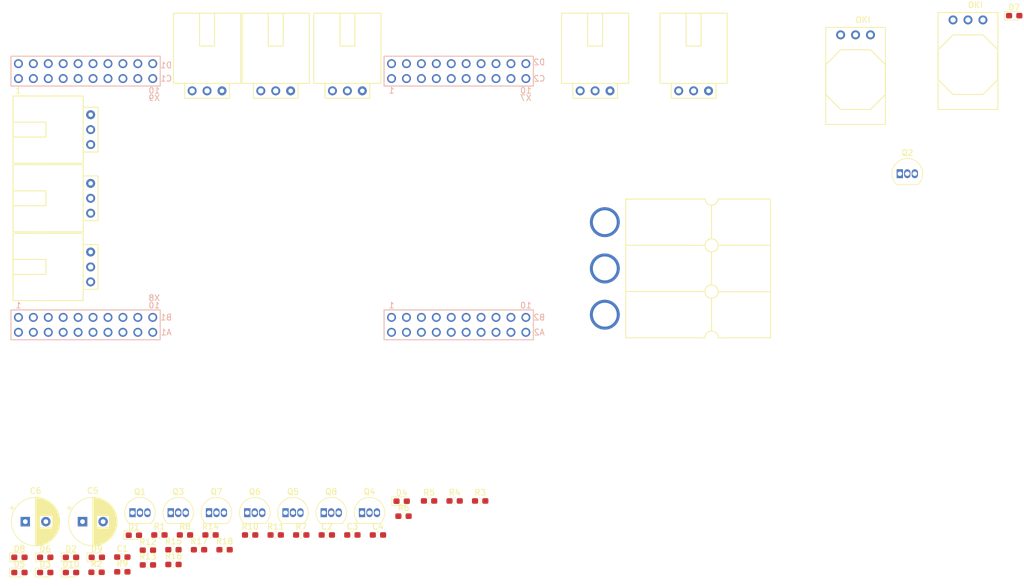
<source format=kicad_pcb>
(kicad_pcb (version 20171130) (host pcbnew "(5.1.4)-1")

  (general
    (thickness 1.6)
    (drawings 0)
    (tracks 0)
    (zones 0)
    (modules 54)
    (nets 67)
  )

  (page A4)
  (layers
    (0 F.Cu signal)
    (31 B.Cu signal)
    (32 B.Adhes user)
    (33 F.Adhes user)
    (34 B.Paste user)
    (35 F.Paste user)
    (36 B.SilkS user)
    (37 F.SilkS user)
    (38 B.Mask user)
    (39 F.Mask user)
    (40 Dwgs.User user)
    (41 Cmts.User user)
    (42 Eco1.User user)
    (43 Eco2.User user)
    (44 Edge.Cuts user)
    (45 Margin user)
    (46 B.CrtYd user)
    (47 F.CrtYd user)
    (48 B.Fab user)
    (49 F.Fab user)
  )

  (setup
    (last_trace_width 0.25)
    (trace_clearance 0.2)
    (zone_clearance 0.508)
    (zone_45_only no)
    (trace_min 0.2)
    (via_size 0.8)
    (via_drill 0.4)
    (via_min_size 0.4)
    (via_min_drill 0.3)
    (uvia_size 0.3)
    (uvia_drill 0.1)
    (uvias_allowed no)
    (uvia_min_size 0.2)
    (uvia_min_drill 0.1)
    (edge_width 0.05)
    (segment_width 0.2)
    (pcb_text_width 0.3)
    (pcb_text_size 1.5 1.5)
    (mod_edge_width 0.12)
    (mod_text_size 1 1)
    (mod_text_width 0.15)
    (pad_size 1.524 1.524)
    (pad_drill 0.762)
    (pad_to_mask_clearance 0.051)
    (solder_mask_min_width 0.25)
    (aux_axis_origin 0 0)
    (visible_elements FFFFFF7F)
    (pcbplotparams
      (layerselection 0x010fc_ffffffff)
      (usegerberextensions false)
      (usegerberattributes false)
      (usegerberadvancedattributes false)
      (creategerberjobfile false)
      (excludeedgelayer true)
      (linewidth 0.100000)
      (plotframeref false)
      (viasonmask false)
      (mode 1)
      (useauxorigin false)
      (hpglpennumber 1)
      (hpglpenspeed 20)
      (hpglpendiameter 15.000000)
      (psnegative false)
      (psa4output false)
      (plotreference true)
      (plotvalue true)
      (plotinvisibletext false)
      (padsonsilk false)
      (subtractmaskfromsilk false)
      (outputformat 1)
      (mirror false)
      (drillshape 1)
      (scaleselection 1)
      (outputdirectory ""))
  )

  (net 0 "")
  (net 1 +12L)
  (net 2 GND)
  (net 3 +12VA)
  (net 4 +5VL)
  (net 5 +5VA)
  (net 6 Servo_Ctrl_1)
  (net 7 Servo_Ctrl_2)
  (net 8 Servo_Ctrl_3)
  (net 9 Servo_Ctrl_4)
  (net 10 Servo_Ctrl_5)
  (net 11 Servo_Ctrl_6)
  (net 12 Servo_Ctrl_7)
  (net 13 Servo_Ctrl_8)
  (net 14 "Net-(D1-Pad2)")
  (net 15 "Net-(D1-Pad1)")
  (net 16 "Net-(D2-Pad1)")
  (net 17 "Net-(D2-Pad2)")
  (net 18 "Net-(D3-Pad2)")
  (net 19 "Net-(D3-Pad1)")
  (net 20 "Net-(D4-Pad1)")
  (net 21 "Net-(D4-Pad2)")
  (net 22 "Net-(D5-Pad1)")
  (net 23 "Net-(D5-Pad2)")
  (net 24 "Net-(D6-Pad2)")
  (net 25 "Net-(D6-Pad1)")
  (net 26 "Net-(D7-Pad2)")
  (net 27 "Net-(D7-Pad1)")
  (net 28 "Net-(D8-Pad1)")
  (net 29 "Net-(D8-Pad2)")
  (net 30 "Net-(D9-Pad2)")
  (net 31 "Net-(D10-Pad2)")
  (net 32 "Net-(Q1-Pad2)")
  (net 33 "Net-(Q2-Pad2)")
  (net 34 "Net-(Q3-Pad2)")
  (net 35 "Net-(Q4-Pad2)")
  (net 36 "Net-(Q5-Pad2)")
  (net 37 "Net-(Q6-Pad2)")
  (net 38 "Net-(Q7-Pad2)")
  (net 39 "Net-(Q8-Pad2)")
  (net 40 "Net-(U1-PadPM6)")
  (net 41 "Net-(U1-PadPQ1)")
  (net 42 "Net-(U1-PadPQ2)")
  (net 43 "Net-(U1-PadPK0)")
  (net 44 "Net-(U1-PadPQ3)")
  (net 45 "Net-(U1-PadPP3)")
  (net 46 "Net-(U1-PadPQ0)")
  (net 47 "Net-(U1-PadPA4)")
  (net 48 "Net-(U1-PadPA7)")
  (net 49 "Net-(U1-PadPN5)")
  (net 50 "Net-(U1-PadPK2)")
  (net 51 "Net-(U1-PadPK1)")
  (net 52 "Net-(U1-PadPB4)")
  (net 53 "Net-(U1-PadPB5)")
  (net 54 "Net-(U1-PadPK3)")
  (net 55 "Net-(U1-PadPA5)")
  (net 56 "Net-(U1-PadPD5)")
  (net 57 "Net-(U1-PadPP4)")
  (net 58 "Net-(U1-PadPN4)")
  (net 59 "Net-(U1-PadPM1)")
  (net 60 "Net-(U1-PadPM2)")
  (net 61 "Net-(U1-PadPH0)")
  (net 62 "Net-(U1-PadPH1)")
  (net 63 "Net-(U1-PadPK6)")
  (net 64 "Net-(U1-PadPK7)")
  (net 65 "Net-(U1-PadPM7)")
  (net 66 "Net-(U1-PadPP5)")

  (net_class Default "This is the default net class."
    (clearance 0.2)
    (trace_width 0.25)
    (via_dia 0.8)
    (via_drill 0.4)
    (uvia_dia 0.3)
    (uvia_drill 0.1)
    (add_net +12L)
    (add_net +12VA)
    (add_net +5VA)
    (add_net +5VL)
    (add_net GND)
    (add_net "Net-(D1-Pad1)")
    (add_net "Net-(D1-Pad2)")
    (add_net "Net-(D10-Pad2)")
    (add_net "Net-(D2-Pad1)")
    (add_net "Net-(D2-Pad2)")
    (add_net "Net-(D3-Pad1)")
    (add_net "Net-(D3-Pad2)")
    (add_net "Net-(D4-Pad1)")
    (add_net "Net-(D4-Pad2)")
    (add_net "Net-(D5-Pad1)")
    (add_net "Net-(D5-Pad2)")
    (add_net "Net-(D6-Pad1)")
    (add_net "Net-(D6-Pad2)")
    (add_net "Net-(D7-Pad1)")
    (add_net "Net-(D7-Pad2)")
    (add_net "Net-(D8-Pad1)")
    (add_net "Net-(D8-Pad2)")
    (add_net "Net-(D9-Pad2)")
    (add_net "Net-(Q1-Pad2)")
    (add_net "Net-(Q2-Pad2)")
    (add_net "Net-(Q3-Pad2)")
    (add_net "Net-(Q4-Pad2)")
    (add_net "Net-(Q5-Pad2)")
    (add_net "Net-(Q6-Pad2)")
    (add_net "Net-(Q7-Pad2)")
    (add_net "Net-(Q8-Pad2)")
    (add_net "Net-(U1-PadPA4)")
    (add_net "Net-(U1-PadPA5)")
    (add_net "Net-(U1-PadPA7)")
    (add_net "Net-(U1-PadPB4)")
    (add_net "Net-(U1-PadPB5)")
    (add_net "Net-(U1-PadPD5)")
    (add_net "Net-(U1-PadPH0)")
    (add_net "Net-(U1-PadPH1)")
    (add_net "Net-(U1-PadPK0)")
    (add_net "Net-(U1-PadPK1)")
    (add_net "Net-(U1-PadPK2)")
    (add_net "Net-(U1-PadPK3)")
    (add_net "Net-(U1-PadPK6)")
    (add_net "Net-(U1-PadPK7)")
    (add_net "Net-(U1-PadPM1)")
    (add_net "Net-(U1-PadPM2)")
    (add_net "Net-(U1-PadPM6)")
    (add_net "Net-(U1-PadPM7)")
    (add_net "Net-(U1-PadPN4)")
    (add_net "Net-(U1-PadPN5)")
    (add_net "Net-(U1-PadPP3)")
    (add_net "Net-(U1-PadPP4)")
    (add_net "Net-(U1-PadPP5)")
    (add_net "Net-(U1-PadPQ0)")
    (add_net "Net-(U1-PadPQ1)")
    (add_net "Net-(U1-PadPQ2)")
    (add_net "Net-(U1-PadPQ3)")
    (add_net Servo_Ctrl_1)
    (add_net Servo_Ctrl_2)
    (add_net Servo_Ctrl_3)
    (add_net Servo_Ctrl_4)
    (add_net Servo_Ctrl_5)
    (add_net Servo_Ctrl_6)
    (add_net Servo_Ctrl_7)
    (add_net Servo_Ctrl_8)
  )

  (module Capacitor_SMD:C_0603_1608Metric_Pad1.05x0.95mm_HandSolder (layer F.Cu) (tedit 5B301BBE) (tstamp 5D9C3534)
    (at 87.180001 144.370001)
    (descr "Capacitor SMD 0603 (1608 Metric), square (rectangular) end terminal, IPC_7351 nominal with elongated pad for handsoldering. (Body size source: http://www.tortai-tech.com/upload/download/2011102023233369053.pdf), generated with kicad-footprint-generator")
    (tags "capacitor handsolder")
    (path /5DA8A96A)
    (attr smd)
    (fp_text reference C1 (at 0 -1.43) (layer F.SilkS)
      (effects (font (size 1 1) (thickness 0.15)))
    )
    (fp_text value "10 uF" (at 0 1.43) (layer F.Fab)
      (effects (font (size 1 1) (thickness 0.15)))
    )
    (fp_line (start -0.8 0.4) (end -0.8 -0.4) (layer F.Fab) (width 0.1))
    (fp_line (start -0.8 -0.4) (end 0.8 -0.4) (layer F.Fab) (width 0.1))
    (fp_line (start 0.8 -0.4) (end 0.8 0.4) (layer F.Fab) (width 0.1))
    (fp_line (start 0.8 0.4) (end -0.8 0.4) (layer F.Fab) (width 0.1))
    (fp_line (start -0.171267 -0.51) (end 0.171267 -0.51) (layer F.SilkS) (width 0.12))
    (fp_line (start -0.171267 0.51) (end 0.171267 0.51) (layer F.SilkS) (width 0.12))
    (fp_line (start -1.65 0.73) (end -1.65 -0.73) (layer F.CrtYd) (width 0.05))
    (fp_line (start -1.65 -0.73) (end 1.65 -0.73) (layer F.CrtYd) (width 0.05))
    (fp_line (start 1.65 -0.73) (end 1.65 0.73) (layer F.CrtYd) (width 0.05))
    (fp_line (start 1.65 0.73) (end -1.65 0.73) (layer F.CrtYd) (width 0.05))
    (fp_text user %R (at 0 0) (layer F.Fab)
      (effects (font (size 0.4 0.4) (thickness 0.06)))
    )
    (pad 1 smd roundrect (at -0.875 0) (size 1.05 0.95) (layers F.Cu F.Paste F.Mask) (roundrect_rratio 0.25)
      (net 1 +12L))
    (pad 2 smd roundrect (at 0.875 0) (size 1.05 0.95) (layers F.Cu F.Paste F.Mask) (roundrect_rratio 0.25)
      (net 2 GND))
    (model ${KISYS3DMOD}/Capacitor_SMD.3dshapes/C_0603_1608Metric.wrl
      (at (xyz 0 0 0))
      (scale (xyz 1 1 1))
      (rotate (xyz 0 0 0))
    )
  )

  (module Capacitor_SMD:C_0603_1608Metric_Pad1.05x0.95mm_HandSolder (layer F.Cu) (tedit 5B301BBE) (tstamp 5D9C3545)
    (at 121.980001 140.610001)
    (descr "Capacitor SMD 0603 (1608 Metric), square (rectangular) end terminal, IPC_7351 nominal with elongated pad for handsoldering. (Body size source: http://www.tortai-tech.com/upload/download/2011102023233369053.pdf), generated with kicad-footprint-generator")
    (tags "capacitor handsolder")
    (path /5DA8ACDC)
    (attr smd)
    (fp_text reference C2 (at 0 -1.43) (layer F.SilkS)
      (effects (font (size 1 1) (thickness 0.15)))
    )
    (fp_text value "10 uF" (at 0 1.43) (layer F.Fab)
      (effects (font (size 1 1) (thickness 0.15)))
    )
    (fp_text user %R (at 0 0) (layer F.Fab)
      (effects (font (size 0.4 0.4) (thickness 0.06)))
    )
    (fp_line (start 1.65 0.73) (end -1.65 0.73) (layer F.CrtYd) (width 0.05))
    (fp_line (start 1.65 -0.73) (end 1.65 0.73) (layer F.CrtYd) (width 0.05))
    (fp_line (start -1.65 -0.73) (end 1.65 -0.73) (layer F.CrtYd) (width 0.05))
    (fp_line (start -1.65 0.73) (end -1.65 -0.73) (layer F.CrtYd) (width 0.05))
    (fp_line (start -0.171267 0.51) (end 0.171267 0.51) (layer F.SilkS) (width 0.12))
    (fp_line (start -0.171267 -0.51) (end 0.171267 -0.51) (layer F.SilkS) (width 0.12))
    (fp_line (start 0.8 0.4) (end -0.8 0.4) (layer F.Fab) (width 0.1))
    (fp_line (start 0.8 -0.4) (end 0.8 0.4) (layer F.Fab) (width 0.1))
    (fp_line (start -0.8 -0.4) (end 0.8 -0.4) (layer F.Fab) (width 0.1))
    (fp_line (start -0.8 0.4) (end -0.8 -0.4) (layer F.Fab) (width 0.1))
    (pad 2 smd roundrect (at 0.875 0) (size 1.05 0.95) (layers F.Cu F.Paste F.Mask) (roundrect_rratio 0.25)
      (net 3 +12VA))
    (pad 1 smd roundrect (at -0.875 0) (size 1.05 0.95) (layers F.Cu F.Paste F.Mask) (roundrect_rratio 0.25)
      (net 2 GND))
    (model ${KISYS3DMOD}/Capacitor_SMD.3dshapes/C_0603_1608Metric.wrl
      (at (xyz 0 0 0))
      (scale (xyz 1 1 1))
      (rotate (xyz 0 0 0))
    )
  )

  (module Capacitor_SMD:C_0603_1608Metric_Pad1.05x0.95mm_HandSolder (layer F.Cu) (tedit 5B301BBE) (tstamp 5D9C3556)
    (at 126.330001 140.610001)
    (descr "Capacitor SMD 0603 (1608 Metric), square (rectangular) end terminal, IPC_7351 nominal with elongated pad for handsoldering. (Body size source: http://www.tortai-tech.com/upload/download/2011102023233369053.pdf), generated with kicad-footprint-generator")
    (tags "capacitor handsolder")
    (path /5DAD1DA8)
    (attr smd)
    (fp_text reference C3 (at 0 -1.43) (layer F.SilkS)
      (effects (font (size 1 1) (thickness 0.15)))
    )
    (fp_text value 10uF (at 0 1.43) (layer F.Fab)
      (effects (font (size 1 1) (thickness 0.15)))
    )
    (fp_line (start -0.8 0.4) (end -0.8 -0.4) (layer F.Fab) (width 0.1))
    (fp_line (start -0.8 -0.4) (end 0.8 -0.4) (layer F.Fab) (width 0.1))
    (fp_line (start 0.8 -0.4) (end 0.8 0.4) (layer F.Fab) (width 0.1))
    (fp_line (start 0.8 0.4) (end -0.8 0.4) (layer F.Fab) (width 0.1))
    (fp_line (start -0.171267 -0.51) (end 0.171267 -0.51) (layer F.SilkS) (width 0.12))
    (fp_line (start -0.171267 0.51) (end 0.171267 0.51) (layer F.SilkS) (width 0.12))
    (fp_line (start -1.65 0.73) (end -1.65 -0.73) (layer F.CrtYd) (width 0.05))
    (fp_line (start -1.65 -0.73) (end 1.65 -0.73) (layer F.CrtYd) (width 0.05))
    (fp_line (start 1.65 -0.73) (end 1.65 0.73) (layer F.CrtYd) (width 0.05))
    (fp_line (start 1.65 0.73) (end -1.65 0.73) (layer F.CrtYd) (width 0.05))
    (fp_text user %R (at 0 0) (layer F.Fab)
      (effects (font (size 0.4 0.4) (thickness 0.06)))
    )
    (pad 1 smd roundrect (at -0.875 0) (size 1.05 0.95) (layers F.Cu F.Paste F.Mask) (roundrect_rratio 0.25)
      (net 4 +5VL))
    (pad 2 smd roundrect (at 0.875 0) (size 1.05 0.95) (layers F.Cu F.Paste F.Mask) (roundrect_rratio 0.25)
      (net 2 GND))
    (model ${KISYS3DMOD}/Capacitor_SMD.3dshapes/C_0603_1608Metric.wrl
      (at (xyz 0 0 0))
      (scale (xyz 1 1 1))
      (rotate (xyz 0 0 0))
    )
  )

  (module Capacitor_SMD:C_0603_1608Metric_Pad1.05x0.95mm_HandSolder (layer F.Cu) (tedit 5B301BBE) (tstamp 5D9C3567)
    (at 130.680001 140.610001)
    (descr "Capacitor SMD 0603 (1608 Metric), square (rectangular) end terminal, IPC_7351 nominal with elongated pad for handsoldering. (Body size source: http://www.tortai-tech.com/upload/download/2011102023233369053.pdf), generated with kicad-footprint-generator")
    (tags "capacitor handsolder")
    (path /5DAB955C)
    (attr smd)
    (fp_text reference C4 (at 0 -1.43) (layer F.SilkS)
      (effects (font (size 1 1) (thickness 0.15)))
    )
    (fp_text value 10uF (at 0 1.43) (layer F.Fab)
      (effects (font (size 1 1) (thickness 0.15)))
    )
    (fp_text user %R (at 0 0) (layer F.Fab)
      (effects (font (size 0.4 0.4) (thickness 0.06)))
    )
    (fp_line (start 1.65 0.73) (end -1.65 0.73) (layer F.CrtYd) (width 0.05))
    (fp_line (start 1.65 -0.73) (end 1.65 0.73) (layer F.CrtYd) (width 0.05))
    (fp_line (start -1.65 -0.73) (end 1.65 -0.73) (layer F.CrtYd) (width 0.05))
    (fp_line (start -1.65 0.73) (end -1.65 -0.73) (layer F.CrtYd) (width 0.05))
    (fp_line (start -0.171267 0.51) (end 0.171267 0.51) (layer F.SilkS) (width 0.12))
    (fp_line (start -0.171267 -0.51) (end 0.171267 -0.51) (layer F.SilkS) (width 0.12))
    (fp_line (start 0.8 0.4) (end -0.8 0.4) (layer F.Fab) (width 0.1))
    (fp_line (start 0.8 -0.4) (end 0.8 0.4) (layer F.Fab) (width 0.1))
    (fp_line (start -0.8 -0.4) (end 0.8 -0.4) (layer F.Fab) (width 0.1))
    (fp_line (start -0.8 0.4) (end -0.8 -0.4) (layer F.Fab) (width 0.1))
    (pad 2 smd roundrect (at 0.875 0) (size 1.05 0.95) (layers F.Cu F.Paste F.Mask) (roundrect_rratio 0.25)
      (net 2 GND))
    (pad 1 smd roundrect (at -0.875 0) (size 1.05 0.95) (layers F.Cu F.Paste F.Mask) (roundrect_rratio 0.25)
      (net 5 +5VA))
    (model ${KISYS3DMOD}/Capacitor_SMD.3dshapes/C_0603_1608Metric.wrl
      (at (xyz 0 0 0))
      (scale (xyz 1 1 1))
      (rotate (xyz 0 0 0))
    )
  )

  (module Capacitor_THT:CP_Radial_D8.0mm_P3.50mm (layer F.Cu) (tedit 5AE50EF0) (tstamp 5D9C3610)
    (at 80.404699 138.340001)
    (descr "CP, Radial series, Radial, pin pitch=3.50mm, , diameter=8mm, Electrolytic Capacitor")
    (tags "CP Radial series Radial pin pitch 3.50mm  diameter 8mm Electrolytic Capacitor")
    (path /5DABA647)
    (fp_text reference C5 (at 1.75 -5.25) (layer F.SilkS)
      (effects (font (size 1 1) (thickness 0.15)))
    )
    (fp_text value 470u (at 1.75 5.25) (layer F.Fab)
      (effects (font (size 1 1) (thickness 0.15)))
    )
    (fp_text user %R (at 1.75 0) (layer F.Fab)
      (effects (font (size 1 1) (thickness 0.15)))
    )
    (fp_line (start -2.259698 -2.715) (end -2.259698 -1.915) (layer F.SilkS) (width 0.12))
    (fp_line (start -2.659698 -2.315) (end -1.859698 -2.315) (layer F.SilkS) (width 0.12))
    (fp_line (start 5.831 -0.533) (end 5.831 0.533) (layer F.SilkS) (width 0.12))
    (fp_line (start 5.791 -0.768) (end 5.791 0.768) (layer F.SilkS) (width 0.12))
    (fp_line (start 5.751 -0.948) (end 5.751 0.948) (layer F.SilkS) (width 0.12))
    (fp_line (start 5.711 -1.098) (end 5.711 1.098) (layer F.SilkS) (width 0.12))
    (fp_line (start 5.671 -1.229) (end 5.671 1.229) (layer F.SilkS) (width 0.12))
    (fp_line (start 5.631 -1.346) (end 5.631 1.346) (layer F.SilkS) (width 0.12))
    (fp_line (start 5.591 -1.453) (end 5.591 1.453) (layer F.SilkS) (width 0.12))
    (fp_line (start 5.551 -1.552) (end 5.551 1.552) (layer F.SilkS) (width 0.12))
    (fp_line (start 5.511 -1.645) (end 5.511 1.645) (layer F.SilkS) (width 0.12))
    (fp_line (start 5.471 -1.731) (end 5.471 1.731) (layer F.SilkS) (width 0.12))
    (fp_line (start 5.431 -1.813) (end 5.431 1.813) (layer F.SilkS) (width 0.12))
    (fp_line (start 5.391 -1.89) (end 5.391 1.89) (layer F.SilkS) (width 0.12))
    (fp_line (start 5.351 -1.964) (end 5.351 1.964) (layer F.SilkS) (width 0.12))
    (fp_line (start 5.311 -2.034) (end 5.311 2.034) (layer F.SilkS) (width 0.12))
    (fp_line (start 5.271 -2.102) (end 5.271 2.102) (layer F.SilkS) (width 0.12))
    (fp_line (start 5.231 -2.166) (end 5.231 2.166) (layer F.SilkS) (width 0.12))
    (fp_line (start 5.191 -2.228) (end 5.191 2.228) (layer F.SilkS) (width 0.12))
    (fp_line (start 5.151 -2.287) (end 5.151 2.287) (layer F.SilkS) (width 0.12))
    (fp_line (start 5.111 -2.345) (end 5.111 2.345) (layer F.SilkS) (width 0.12))
    (fp_line (start 5.071 -2.4) (end 5.071 2.4) (layer F.SilkS) (width 0.12))
    (fp_line (start 5.031 -2.454) (end 5.031 2.454) (layer F.SilkS) (width 0.12))
    (fp_line (start 4.991 -2.505) (end 4.991 2.505) (layer F.SilkS) (width 0.12))
    (fp_line (start 4.951 -2.556) (end 4.951 2.556) (layer F.SilkS) (width 0.12))
    (fp_line (start 4.911 -2.604) (end 4.911 2.604) (layer F.SilkS) (width 0.12))
    (fp_line (start 4.871 -2.651) (end 4.871 2.651) (layer F.SilkS) (width 0.12))
    (fp_line (start 4.831 -2.697) (end 4.831 2.697) (layer F.SilkS) (width 0.12))
    (fp_line (start 4.791 -2.741) (end 4.791 2.741) (layer F.SilkS) (width 0.12))
    (fp_line (start 4.751 -2.784) (end 4.751 2.784) (layer F.SilkS) (width 0.12))
    (fp_line (start 4.711 -2.826) (end 4.711 2.826) (layer F.SilkS) (width 0.12))
    (fp_line (start 4.671 -2.867) (end 4.671 2.867) (layer F.SilkS) (width 0.12))
    (fp_line (start 4.631 -2.907) (end 4.631 2.907) (layer F.SilkS) (width 0.12))
    (fp_line (start 4.591 -2.945) (end 4.591 2.945) (layer F.SilkS) (width 0.12))
    (fp_line (start 4.551 -2.983) (end 4.551 2.983) (layer F.SilkS) (width 0.12))
    (fp_line (start 4.511 1.04) (end 4.511 3.019) (layer F.SilkS) (width 0.12))
    (fp_line (start 4.511 -3.019) (end 4.511 -1.04) (layer F.SilkS) (width 0.12))
    (fp_line (start 4.471 1.04) (end 4.471 3.055) (layer F.SilkS) (width 0.12))
    (fp_line (start 4.471 -3.055) (end 4.471 -1.04) (layer F.SilkS) (width 0.12))
    (fp_line (start 4.431 1.04) (end 4.431 3.09) (layer F.SilkS) (width 0.12))
    (fp_line (start 4.431 -3.09) (end 4.431 -1.04) (layer F.SilkS) (width 0.12))
    (fp_line (start 4.391 1.04) (end 4.391 3.124) (layer F.SilkS) (width 0.12))
    (fp_line (start 4.391 -3.124) (end 4.391 -1.04) (layer F.SilkS) (width 0.12))
    (fp_line (start 4.351 1.04) (end 4.351 3.156) (layer F.SilkS) (width 0.12))
    (fp_line (start 4.351 -3.156) (end 4.351 -1.04) (layer F.SilkS) (width 0.12))
    (fp_line (start 4.311 1.04) (end 4.311 3.189) (layer F.SilkS) (width 0.12))
    (fp_line (start 4.311 -3.189) (end 4.311 -1.04) (layer F.SilkS) (width 0.12))
    (fp_line (start 4.271 1.04) (end 4.271 3.22) (layer F.SilkS) (width 0.12))
    (fp_line (start 4.271 -3.22) (end 4.271 -1.04) (layer F.SilkS) (width 0.12))
    (fp_line (start 4.231 1.04) (end 4.231 3.25) (layer F.SilkS) (width 0.12))
    (fp_line (start 4.231 -3.25) (end 4.231 -1.04) (layer F.SilkS) (width 0.12))
    (fp_line (start 4.191 1.04) (end 4.191 3.28) (layer F.SilkS) (width 0.12))
    (fp_line (start 4.191 -3.28) (end 4.191 -1.04) (layer F.SilkS) (width 0.12))
    (fp_line (start 4.151 1.04) (end 4.151 3.309) (layer F.SilkS) (width 0.12))
    (fp_line (start 4.151 -3.309) (end 4.151 -1.04) (layer F.SilkS) (width 0.12))
    (fp_line (start 4.111 1.04) (end 4.111 3.338) (layer F.SilkS) (width 0.12))
    (fp_line (start 4.111 -3.338) (end 4.111 -1.04) (layer F.SilkS) (width 0.12))
    (fp_line (start 4.071 1.04) (end 4.071 3.365) (layer F.SilkS) (width 0.12))
    (fp_line (start 4.071 -3.365) (end 4.071 -1.04) (layer F.SilkS) (width 0.12))
    (fp_line (start 4.031 1.04) (end 4.031 3.392) (layer F.SilkS) (width 0.12))
    (fp_line (start 4.031 -3.392) (end 4.031 -1.04) (layer F.SilkS) (width 0.12))
    (fp_line (start 3.991 1.04) (end 3.991 3.418) (layer F.SilkS) (width 0.12))
    (fp_line (start 3.991 -3.418) (end 3.991 -1.04) (layer F.SilkS) (width 0.12))
    (fp_line (start 3.951 1.04) (end 3.951 3.444) (layer F.SilkS) (width 0.12))
    (fp_line (start 3.951 -3.444) (end 3.951 -1.04) (layer F.SilkS) (width 0.12))
    (fp_line (start 3.911 1.04) (end 3.911 3.469) (layer F.SilkS) (width 0.12))
    (fp_line (start 3.911 -3.469) (end 3.911 -1.04) (layer F.SilkS) (width 0.12))
    (fp_line (start 3.871 1.04) (end 3.871 3.493) (layer F.SilkS) (width 0.12))
    (fp_line (start 3.871 -3.493) (end 3.871 -1.04) (layer F.SilkS) (width 0.12))
    (fp_line (start 3.831 1.04) (end 3.831 3.517) (layer F.SilkS) (width 0.12))
    (fp_line (start 3.831 -3.517) (end 3.831 -1.04) (layer F.SilkS) (width 0.12))
    (fp_line (start 3.791 1.04) (end 3.791 3.54) (layer F.SilkS) (width 0.12))
    (fp_line (start 3.791 -3.54) (end 3.791 -1.04) (layer F.SilkS) (width 0.12))
    (fp_line (start 3.751 1.04) (end 3.751 3.562) (layer F.SilkS) (width 0.12))
    (fp_line (start 3.751 -3.562) (end 3.751 -1.04) (layer F.SilkS) (width 0.12))
    (fp_line (start 3.711 1.04) (end 3.711 3.584) (layer F.SilkS) (width 0.12))
    (fp_line (start 3.711 -3.584) (end 3.711 -1.04) (layer F.SilkS) (width 0.12))
    (fp_line (start 3.671 1.04) (end 3.671 3.606) (layer F.SilkS) (width 0.12))
    (fp_line (start 3.671 -3.606) (end 3.671 -1.04) (layer F.SilkS) (width 0.12))
    (fp_line (start 3.631 1.04) (end 3.631 3.627) (layer F.SilkS) (width 0.12))
    (fp_line (start 3.631 -3.627) (end 3.631 -1.04) (layer F.SilkS) (width 0.12))
    (fp_line (start 3.591 1.04) (end 3.591 3.647) (layer F.SilkS) (width 0.12))
    (fp_line (start 3.591 -3.647) (end 3.591 -1.04) (layer F.SilkS) (width 0.12))
    (fp_line (start 3.551 1.04) (end 3.551 3.666) (layer F.SilkS) (width 0.12))
    (fp_line (start 3.551 -3.666) (end 3.551 -1.04) (layer F.SilkS) (width 0.12))
    (fp_line (start 3.511 1.04) (end 3.511 3.686) (layer F.SilkS) (width 0.12))
    (fp_line (start 3.511 -3.686) (end 3.511 -1.04) (layer F.SilkS) (width 0.12))
    (fp_line (start 3.471 1.04) (end 3.471 3.704) (layer F.SilkS) (width 0.12))
    (fp_line (start 3.471 -3.704) (end 3.471 -1.04) (layer F.SilkS) (width 0.12))
    (fp_line (start 3.431 1.04) (end 3.431 3.722) (layer F.SilkS) (width 0.12))
    (fp_line (start 3.431 -3.722) (end 3.431 -1.04) (layer F.SilkS) (width 0.12))
    (fp_line (start 3.391 1.04) (end 3.391 3.74) (layer F.SilkS) (width 0.12))
    (fp_line (start 3.391 -3.74) (end 3.391 -1.04) (layer F.SilkS) (width 0.12))
    (fp_line (start 3.351 1.04) (end 3.351 3.757) (layer F.SilkS) (width 0.12))
    (fp_line (start 3.351 -3.757) (end 3.351 -1.04) (layer F.SilkS) (width 0.12))
    (fp_line (start 3.311 1.04) (end 3.311 3.774) (layer F.SilkS) (width 0.12))
    (fp_line (start 3.311 -3.774) (end 3.311 -1.04) (layer F.SilkS) (width 0.12))
    (fp_line (start 3.271 1.04) (end 3.271 3.79) (layer F.SilkS) (width 0.12))
    (fp_line (start 3.271 -3.79) (end 3.271 -1.04) (layer F.SilkS) (width 0.12))
    (fp_line (start 3.231 1.04) (end 3.231 3.805) (layer F.SilkS) (width 0.12))
    (fp_line (start 3.231 -3.805) (end 3.231 -1.04) (layer F.SilkS) (width 0.12))
    (fp_line (start 3.191 1.04) (end 3.191 3.821) (layer F.SilkS) (width 0.12))
    (fp_line (start 3.191 -3.821) (end 3.191 -1.04) (layer F.SilkS) (width 0.12))
    (fp_line (start 3.151 1.04) (end 3.151 3.835) (layer F.SilkS) (width 0.12))
    (fp_line (start 3.151 -3.835) (end 3.151 -1.04) (layer F.SilkS) (width 0.12))
    (fp_line (start 3.111 1.04) (end 3.111 3.85) (layer F.SilkS) (width 0.12))
    (fp_line (start 3.111 -3.85) (end 3.111 -1.04) (layer F.SilkS) (width 0.12))
    (fp_line (start 3.071 1.04) (end 3.071 3.863) (layer F.SilkS) (width 0.12))
    (fp_line (start 3.071 -3.863) (end 3.071 -1.04) (layer F.SilkS) (width 0.12))
    (fp_line (start 3.031 1.04) (end 3.031 3.877) (layer F.SilkS) (width 0.12))
    (fp_line (start 3.031 -3.877) (end 3.031 -1.04) (layer F.SilkS) (width 0.12))
    (fp_line (start 2.991 1.04) (end 2.991 3.889) (layer F.SilkS) (width 0.12))
    (fp_line (start 2.991 -3.889) (end 2.991 -1.04) (layer F.SilkS) (width 0.12))
    (fp_line (start 2.951 1.04) (end 2.951 3.902) (layer F.SilkS) (width 0.12))
    (fp_line (start 2.951 -3.902) (end 2.951 -1.04) (layer F.SilkS) (width 0.12))
    (fp_line (start 2.911 1.04) (end 2.911 3.914) (layer F.SilkS) (width 0.12))
    (fp_line (start 2.911 -3.914) (end 2.911 -1.04) (layer F.SilkS) (width 0.12))
    (fp_line (start 2.871 1.04) (end 2.871 3.925) (layer F.SilkS) (width 0.12))
    (fp_line (start 2.871 -3.925) (end 2.871 -1.04) (layer F.SilkS) (width 0.12))
    (fp_line (start 2.831 1.04) (end 2.831 3.936) (layer F.SilkS) (width 0.12))
    (fp_line (start 2.831 -3.936) (end 2.831 -1.04) (layer F.SilkS) (width 0.12))
    (fp_line (start 2.791 1.04) (end 2.791 3.947) (layer F.SilkS) (width 0.12))
    (fp_line (start 2.791 -3.947) (end 2.791 -1.04) (layer F.SilkS) (width 0.12))
    (fp_line (start 2.751 1.04) (end 2.751 3.957) (layer F.SilkS) (width 0.12))
    (fp_line (start 2.751 -3.957) (end 2.751 -1.04) (layer F.SilkS) (width 0.12))
    (fp_line (start 2.711 1.04) (end 2.711 3.967) (layer F.SilkS) (width 0.12))
    (fp_line (start 2.711 -3.967) (end 2.711 -1.04) (layer F.SilkS) (width 0.12))
    (fp_line (start 2.671 1.04) (end 2.671 3.976) (layer F.SilkS) (width 0.12))
    (fp_line (start 2.671 -3.976) (end 2.671 -1.04) (layer F.SilkS) (width 0.12))
    (fp_line (start 2.631 1.04) (end 2.631 3.985) (layer F.SilkS) (width 0.12))
    (fp_line (start 2.631 -3.985) (end 2.631 -1.04) (layer F.SilkS) (width 0.12))
    (fp_line (start 2.591 1.04) (end 2.591 3.994) (layer F.SilkS) (width 0.12))
    (fp_line (start 2.591 -3.994) (end 2.591 -1.04) (layer F.SilkS) (width 0.12))
    (fp_line (start 2.551 1.04) (end 2.551 4.002) (layer F.SilkS) (width 0.12))
    (fp_line (start 2.551 -4.002) (end 2.551 -1.04) (layer F.SilkS) (width 0.12))
    (fp_line (start 2.511 1.04) (end 2.511 4.01) (layer F.SilkS) (width 0.12))
    (fp_line (start 2.511 -4.01) (end 2.511 -1.04) (layer F.SilkS) (width 0.12))
    (fp_line (start 2.471 1.04) (end 2.471 4.017) (layer F.SilkS) (width 0.12))
    (fp_line (start 2.471 -4.017) (end 2.471 -1.04) (layer F.SilkS) (width 0.12))
    (fp_line (start 2.43 -4.024) (end 2.43 4.024) (layer F.SilkS) (width 0.12))
    (fp_line (start 2.39 -4.03) (end 2.39 4.03) (layer F.SilkS) (width 0.12))
    (fp_line (start 2.35 -4.037) (end 2.35 4.037) (layer F.SilkS) (width 0.12))
    (fp_line (start 2.31 -4.042) (end 2.31 4.042) (layer F.SilkS) (width 0.12))
    (fp_line (start 2.27 -4.048) (end 2.27 4.048) (layer F.SilkS) (width 0.12))
    (fp_line (start 2.23 -4.052) (end 2.23 4.052) (layer F.SilkS) (width 0.12))
    (fp_line (start 2.19 -4.057) (end 2.19 4.057) (layer F.SilkS) (width 0.12))
    (fp_line (start 2.15 -4.061) (end 2.15 4.061) (layer F.SilkS) (width 0.12))
    (fp_line (start 2.11 -4.065) (end 2.11 4.065) (layer F.SilkS) (width 0.12))
    (fp_line (start 2.07 -4.068) (end 2.07 4.068) (layer F.SilkS) (width 0.12))
    (fp_line (start 2.03 -4.071) (end 2.03 4.071) (layer F.SilkS) (width 0.12))
    (fp_line (start 1.99 -4.074) (end 1.99 4.074) (layer F.SilkS) (width 0.12))
    (fp_line (start 1.95 -4.076) (end 1.95 4.076) (layer F.SilkS) (width 0.12))
    (fp_line (start 1.91 -4.077) (end 1.91 4.077) (layer F.SilkS) (width 0.12))
    (fp_line (start 1.87 -4.079) (end 1.87 4.079) (layer F.SilkS) (width 0.12))
    (fp_line (start 1.83 -4.08) (end 1.83 4.08) (layer F.SilkS) (width 0.12))
    (fp_line (start 1.79 -4.08) (end 1.79 4.08) (layer F.SilkS) (width 0.12))
    (fp_line (start 1.75 -4.08) (end 1.75 4.08) (layer F.SilkS) (width 0.12))
    (fp_line (start -1.276759 -2.1475) (end -1.276759 -1.3475) (layer F.Fab) (width 0.1))
    (fp_line (start -1.676759 -1.7475) (end -0.876759 -1.7475) (layer F.Fab) (width 0.1))
    (fp_circle (center 1.75 0) (end 6 0) (layer F.CrtYd) (width 0.05))
    (fp_circle (center 1.75 0) (end 5.87 0) (layer F.SilkS) (width 0.12))
    (fp_circle (center 1.75 0) (end 5.75 0) (layer F.Fab) (width 0.1))
    (pad 2 thru_hole circle (at 3.5 0) (size 1.6 1.6) (drill 0.8) (layers *.Cu *.Mask)
      (net 2 GND))
    (pad 1 thru_hole rect (at 0 0) (size 1.6 1.6) (drill 0.8) (layers *.Cu *.Mask)
      (net 5 +5VA))
    (model ${KISYS3DMOD}/Capacitor_THT.3dshapes/CP_Radial_D8.0mm_P3.50mm.wrl
      (at (xyz 0 0 0))
      (scale (xyz 1 1 1))
      (rotate (xyz 0 0 0))
    )
  )

  (module Capacitor_THT:CP_Radial_D8.0mm_P3.50mm (layer F.Cu) (tedit 5AE50EF0) (tstamp 5D9C36B9)
    (at 70.664699 138.340001)
    (descr "CP, Radial series, Radial, pin pitch=3.50mm, , diameter=8mm, Electrolytic Capacitor")
    (tags "CP Radial series Radial pin pitch 3.50mm  diameter 8mm Electrolytic Capacitor")
    (path /5DAC39BB)
    (fp_text reference C6 (at 1.75 -5.25) (layer F.SilkS)
      (effects (font (size 1 1) (thickness 0.15)))
    )
    (fp_text value 470u (at 1.75 5.25) (layer F.Fab)
      (effects (font (size 1 1) (thickness 0.15)))
    )
    (fp_circle (center 1.75 0) (end 5.75 0) (layer F.Fab) (width 0.1))
    (fp_circle (center 1.75 0) (end 5.87 0) (layer F.SilkS) (width 0.12))
    (fp_circle (center 1.75 0) (end 6 0) (layer F.CrtYd) (width 0.05))
    (fp_line (start -1.676759 -1.7475) (end -0.876759 -1.7475) (layer F.Fab) (width 0.1))
    (fp_line (start -1.276759 -2.1475) (end -1.276759 -1.3475) (layer F.Fab) (width 0.1))
    (fp_line (start 1.75 -4.08) (end 1.75 4.08) (layer F.SilkS) (width 0.12))
    (fp_line (start 1.79 -4.08) (end 1.79 4.08) (layer F.SilkS) (width 0.12))
    (fp_line (start 1.83 -4.08) (end 1.83 4.08) (layer F.SilkS) (width 0.12))
    (fp_line (start 1.87 -4.079) (end 1.87 4.079) (layer F.SilkS) (width 0.12))
    (fp_line (start 1.91 -4.077) (end 1.91 4.077) (layer F.SilkS) (width 0.12))
    (fp_line (start 1.95 -4.076) (end 1.95 4.076) (layer F.SilkS) (width 0.12))
    (fp_line (start 1.99 -4.074) (end 1.99 4.074) (layer F.SilkS) (width 0.12))
    (fp_line (start 2.03 -4.071) (end 2.03 4.071) (layer F.SilkS) (width 0.12))
    (fp_line (start 2.07 -4.068) (end 2.07 4.068) (layer F.SilkS) (width 0.12))
    (fp_line (start 2.11 -4.065) (end 2.11 4.065) (layer F.SilkS) (width 0.12))
    (fp_line (start 2.15 -4.061) (end 2.15 4.061) (layer F.SilkS) (width 0.12))
    (fp_line (start 2.19 -4.057) (end 2.19 4.057) (layer F.SilkS) (width 0.12))
    (fp_line (start 2.23 -4.052) (end 2.23 4.052) (layer F.SilkS) (width 0.12))
    (fp_line (start 2.27 -4.048) (end 2.27 4.048) (layer F.SilkS) (width 0.12))
    (fp_line (start 2.31 -4.042) (end 2.31 4.042) (layer F.SilkS) (width 0.12))
    (fp_line (start 2.35 -4.037) (end 2.35 4.037) (layer F.SilkS) (width 0.12))
    (fp_line (start 2.39 -4.03) (end 2.39 4.03) (layer F.SilkS) (width 0.12))
    (fp_line (start 2.43 -4.024) (end 2.43 4.024) (layer F.SilkS) (width 0.12))
    (fp_line (start 2.471 -4.017) (end 2.471 -1.04) (layer F.SilkS) (width 0.12))
    (fp_line (start 2.471 1.04) (end 2.471 4.017) (layer F.SilkS) (width 0.12))
    (fp_line (start 2.511 -4.01) (end 2.511 -1.04) (layer F.SilkS) (width 0.12))
    (fp_line (start 2.511 1.04) (end 2.511 4.01) (layer F.SilkS) (width 0.12))
    (fp_line (start 2.551 -4.002) (end 2.551 -1.04) (layer F.SilkS) (width 0.12))
    (fp_line (start 2.551 1.04) (end 2.551 4.002) (layer F.SilkS) (width 0.12))
    (fp_line (start 2.591 -3.994) (end 2.591 -1.04) (layer F.SilkS) (width 0.12))
    (fp_line (start 2.591 1.04) (end 2.591 3.994) (layer F.SilkS) (width 0.12))
    (fp_line (start 2.631 -3.985) (end 2.631 -1.04) (layer F.SilkS) (width 0.12))
    (fp_line (start 2.631 1.04) (end 2.631 3.985) (layer F.SilkS) (width 0.12))
    (fp_line (start 2.671 -3.976) (end 2.671 -1.04) (layer F.SilkS) (width 0.12))
    (fp_line (start 2.671 1.04) (end 2.671 3.976) (layer F.SilkS) (width 0.12))
    (fp_line (start 2.711 -3.967) (end 2.711 -1.04) (layer F.SilkS) (width 0.12))
    (fp_line (start 2.711 1.04) (end 2.711 3.967) (layer F.SilkS) (width 0.12))
    (fp_line (start 2.751 -3.957) (end 2.751 -1.04) (layer F.SilkS) (width 0.12))
    (fp_line (start 2.751 1.04) (end 2.751 3.957) (layer F.SilkS) (width 0.12))
    (fp_line (start 2.791 -3.947) (end 2.791 -1.04) (layer F.SilkS) (width 0.12))
    (fp_line (start 2.791 1.04) (end 2.791 3.947) (layer F.SilkS) (width 0.12))
    (fp_line (start 2.831 -3.936) (end 2.831 -1.04) (layer F.SilkS) (width 0.12))
    (fp_line (start 2.831 1.04) (end 2.831 3.936) (layer F.SilkS) (width 0.12))
    (fp_line (start 2.871 -3.925) (end 2.871 -1.04) (layer F.SilkS) (width 0.12))
    (fp_line (start 2.871 1.04) (end 2.871 3.925) (layer F.SilkS) (width 0.12))
    (fp_line (start 2.911 -3.914) (end 2.911 -1.04) (layer F.SilkS) (width 0.12))
    (fp_line (start 2.911 1.04) (end 2.911 3.914) (layer F.SilkS) (width 0.12))
    (fp_line (start 2.951 -3.902) (end 2.951 -1.04) (layer F.SilkS) (width 0.12))
    (fp_line (start 2.951 1.04) (end 2.951 3.902) (layer F.SilkS) (width 0.12))
    (fp_line (start 2.991 -3.889) (end 2.991 -1.04) (layer F.SilkS) (width 0.12))
    (fp_line (start 2.991 1.04) (end 2.991 3.889) (layer F.SilkS) (width 0.12))
    (fp_line (start 3.031 -3.877) (end 3.031 -1.04) (layer F.SilkS) (width 0.12))
    (fp_line (start 3.031 1.04) (end 3.031 3.877) (layer F.SilkS) (width 0.12))
    (fp_line (start 3.071 -3.863) (end 3.071 -1.04) (layer F.SilkS) (width 0.12))
    (fp_line (start 3.071 1.04) (end 3.071 3.863) (layer F.SilkS) (width 0.12))
    (fp_line (start 3.111 -3.85) (end 3.111 -1.04) (layer F.SilkS) (width 0.12))
    (fp_line (start 3.111 1.04) (end 3.111 3.85) (layer F.SilkS) (width 0.12))
    (fp_line (start 3.151 -3.835) (end 3.151 -1.04) (layer F.SilkS) (width 0.12))
    (fp_line (start 3.151 1.04) (end 3.151 3.835) (layer F.SilkS) (width 0.12))
    (fp_line (start 3.191 -3.821) (end 3.191 -1.04) (layer F.SilkS) (width 0.12))
    (fp_line (start 3.191 1.04) (end 3.191 3.821) (layer F.SilkS) (width 0.12))
    (fp_line (start 3.231 -3.805) (end 3.231 -1.04) (layer F.SilkS) (width 0.12))
    (fp_line (start 3.231 1.04) (end 3.231 3.805) (layer F.SilkS) (width 0.12))
    (fp_line (start 3.271 -3.79) (end 3.271 -1.04) (layer F.SilkS) (width 0.12))
    (fp_line (start 3.271 1.04) (end 3.271 3.79) (layer F.SilkS) (width 0.12))
    (fp_line (start 3.311 -3.774) (end 3.311 -1.04) (layer F.SilkS) (width 0.12))
    (fp_line (start 3.311 1.04) (end 3.311 3.774) (layer F.SilkS) (width 0.12))
    (fp_line (start 3.351 -3.757) (end 3.351 -1.04) (layer F.SilkS) (width 0.12))
    (fp_line (start 3.351 1.04) (end 3.351 3.757) (layer F.SilkS) (width 0.12))
    (fp_line (start 3.391 -3.74) (end 3.391 -1.04) (layer F.SilkS) (width 0.12))
    (fp_line (start 3.391 1.04) (end 3.391 3.74) (layer F.SilkS) (width 0.12))
    (fp_line (start 3.431 -3.722) (end 3.431 -1.04) (layer F.SilkS) (width 0.12))
    (fp_line (start 3.431 1.04) (end 3.431 3.722) (layer F.SilkS) (width 0.12))
    (fp_line (start 3.471 -3.704) (end 3.471 -1.04) (layer F.SilkS) (width 0.12))
    (fp_line (start 3.471 1.04) (end 3.471 3.704) (layer F.SilkS) (width 0.12))
    (fp_line (start 3.511 -3.686) (end 3.511 -1.04) (layer F.SilkS) (width 0.12))
    (fp_line (start 3.511 1.04) (end 3.511 3.686) (layer F.SilkS) (width 0.12))
    (fp_line (start 3.551 -3.666) (end 3.551 -1.04) (layer F.SilkS) (width 0.12))
    (fp_line (start 3.551 1.04) (end 3.551 3.666) (layer F.SilkS) (width 0.12))
    (fp_line (start 3.591 -3.647) (end 3.591 -1.04) (layer F.SilkS) (width 0.12))
    (fp_line (start 3.591 1.04) (end 3.591 3.647) (layer F.SilkS) (width 0.12))
    (fp_line (start 3.631 -3.627) (end 3.631 -1.04) (layer F.SilkS) (width 0.12))
    (fp_line (start 3.631 1.04) (end 3.631 3.627) (layer F.SilkS) (width 0.12))
    (fp_line (start 3.671 -3.606) (end 3.671 -1.04) (layer F.SilkS) (width 0.12))
    (fp_line (start 3.671 1.04) (end 3.671 3.606) (layer F.SilkS) (width 0.12))
    (fp_line (start 3.711 -3.584) (end 3.711 -1.04) (layer F.SilkS) (width 0.12))
    (fp_line (start 3.711 1.04) (end 3.711 3.584) (layer F.SilkS) (width 0.12))
    (fp_line (start 3.751 -3.562) (end 3.751 -1.04) (layer F.SilkS) (width 0.12))
    (fp_line (start 3.751 1.04) (end 3.751 3.562) (layer F.SilkS) (width 0.12))
    (fp_line (start 3.791 -3.54) (end 3.791 -1.04) (layer F.SilkS) (width 0.12))
    (fp_line (start 3.791 1.04) (end 3.791 3.54) (layer F.SilkS) (width 0.12))
    (fp_line (start 3.831 -3.517) (end 3.831 -1.04) (layer F.SilkS) (width 0.12))
    (fp_line (start 3.831 1.04) (end 3.831 3.517) (layer F.SilkS) (width 0.12))
    (fp_line (start 3.871 -3.493) (end 3.871 -1.04) (layer F.SilkS) (width 0.12))
    (fp_line (start 3.871 1.04) (end 3.871 3.493) (layer F.SilkS) (width 0.12))
    (fp_line (start 3.911 -3.469) (end 3.911 -1.04) (layer F.SilkS) (width 0.12))
    (fp_line (start 3.911 1.04) (end 3.911 3.469) (layer F.SilkS) (width 0.12))
    (fp_line (start 3.951 -3.444) (end 3.951 -1.04) (layer F.SilkS) (width 0.12))
    (fp_line (start 3.951 1.04) (end 3.951 3.444) (layer F.SilkS) (width 0.12))
    (fp_line (start 3.991 -3.418) (end 3.991 -1.04) (layer F.SilkS) (width 0.12))
    (fp_line (start 3.991 1.04) (end 3.991 3.418) (layer F.SilkS) (width 0.12))
    (fp_line (start 4.031 -3.392) (end 4.031 -1.04) (layer F.SilkS) (width 0.12))
    (fp_line (start 4.031 1.04) (end 4.031 3.392) (layer F.SilkS) (width 0.12))
    (fp_line (start 4.071 -3.365) (end 4.071 -1.04) (layer F.SilkS) (width 0.12))
    (fp_line (start 4.071 1.04) (end 4.071 3.365) (layer F.SilkS) (width 0.12))
    (fp_line (start 4.111 -3.338) (end 4.111 -1.04) (layer F.SilkS) (width 0.12))
    (fp_line (start 4.111 1.04) (end 4.111 3.338) (layer F.SilkS) (width 0.12))
    (fp_line (start 4.151 -3.309) (end 4.151 -1.04) (layer F.SilkS) (width 0.12))
    (fp_line (start 4.151 1.04) (end 4.151 3.309) (layer F.SilkS) (width 0.12))
    (fp_line (start 4.191 -3.28) (end 4.191 -1.04) (layer F.SilkS) (width 0.12))
    (fp_line (start 4.191 1.04) (end 4.191 3.28) (layer F.SilkS) (width 0.12))
    (fp_line (start 4.231 -3.25) (end 4.231 -1.04) (layer F.SilkS) (width 0.12))
    (fp_line (start 4.231 1.04) (end 4.231 3.25) (layer F.SilkS) (width 0.12))
    (fp_line (start 4.271 -3.22) (end 4.271 -1.04) (layer F.SilkS) (width 0.12))
    (fp_line (start 4.271 1.04) (end 4.271 3.22) (layer F.SilkS) (width 0.12))
    (fp_line (start 4.311 -3.189) (end 4.311 -1.04) (layer F.SilkS) (width 0.12))
    (fp_line (start 4.311 1.04) (end 4.311 3.189) (layer F.SilkS) (width 0.12))
    (fp_line (start 4.351 -3.156) (end 4.351 -1.04) (layer F.SilkS) (width 0.12))
    (fp_line (start 4.351 1.04) (end 4.351 3.156) (layer F.SilkS) (width 0.12))
    (fp_line (start 4.391 -3.124) (end 4.391 -1.04) (layer F.SilkS) (width 0.12))
    (fp_line (start 4.391 1.04) (end 4.391 3.124) (layer F.SilkS) (width 0.12))
    (fp_line (start 4.431 -3.09) (end 4.431 -1.04) (layer F.SilkS) (width 0.12))
    (fp_line (start 4.431 1.04) (end 4.431 3.09) (layer F.SilkS) (width 0.12))
    (fp_line (start 4.471 -3.055) (end 4.471 -1.04) (layer F.SilkS) (width 0.12))
    (fp_line (start 4.471 1.04) (end 4.471 3.055) (layer F.SilkS) (width 0.12))
    (fp_line (start 4.511 -3.019) (end 4.511 -1.04) (layer F.SilkS) (width 0.12))
    (fp_line (start 4.511 1.04) (end 4.511 3.019) (layer F.SilkS) (width 0.12))
    (fp_line (start 4.551 -2.983) (end 4.551 2.983) (layer F.SilkS) (width 0.12))
    (fp_line (start 4.591 -2.945) (end 4.591 2.945) (layer F.SilkS) (width 0.12))
    (fp_line (start 4.631 -2.907) (end 4.631 2.907) (layer F.SilkS) (width 0.12))
    (fp_line (start 4.671 -2.867) (end 4.671 2.867) (layer F.SilkS) (width 0.12))
    (fp_line (start 4.711 -2.826) (end 4.711 2.826) (layer F.SilkS) (width 0.12))
    (fp_line (start 4.751 -2.784) (end 4.751 2.784) (layer F.SilkS) (width 0.12))
    (fp_line (start 4.791 -2.741) (end 4.791 2.741) (layer F.SilkS) (width 0.12))
    (fp_line (start 4.831 -2.697) (end 4.831 2.697) (layer F.SilkS) (width 0.12))
    (fp_line (start 4.871 -2.651) (end 4.871 2.651) (layer F.SilkS) (width 0.12))
    (fp_line (start 4.911 -2.604) (end 4.911 2.604) (layer F.SilkS) (width 0.12))
    (fp_line (start 4.951 -2.556) (end 4.951 2.556) (layer F.SilkS) (width 0.12))
    (fp_line (start 4.991 -2.505) (end 4.991 2.505) (layer F.SilkS) (width 0.12))
    (fp_line (start 5.031 -2.454) (end 5.031 2.454) (layer F.SilkS) (width 0.12))
    (fp_line (start 5.071 -2.4) (end 5.071 2.4) (layer F.SilkS) (width 0.12))
    (fp_line (start 5.111 -2.345) (end 5.111 2.345) (layer F.SilkS) (width 0.12))
    (fp_line (start 5.151 -2.287) (end 5.151 2.287) (layer F.SilkS) (width 0.12))
    (fp_line (start 5.191 -2.228) (end 5.191 2.228) (layer F.SilkS) (width 0.12))
    (fp_line (start 5.231 -2.166) (end 5.231 2.166) (layer F.SilkS) (width 0.12))
    (fp_line (start 5.271 -2.102) (end 5.271 2.102) (layer F.SilkS) (width 0.12))
    (fp_line (start 5.311 -2.034) (end 5.311 2.034) (layer F.SilkS) (width 0.12))
    (fp_line (start 5.351 -1.964) (end 5.351 1.964) (layer F.SilkS) (width 0.12))
    (fp_line (start 5.391 -1.89) (end 5.391 1.89) (layer F.SilkS) (width 0.12))
    (fp_line (start 5.431 -1.813) (end 5.431 1.813) (layer F.SilkS) (width 0.12))
    (fp_line (start 5.471 -1.731) (end 5.471 1.731) (layer F.SilkS) (width 0.12))
    (fp_line (start 5.511 -1.645) (end 5.511 1.645) (layer F.SilkS) (width 0.12))
    (fp_line (start 5.551 -1.552) (end 5.551 1.552) (layer F.SilkS) (width 0.12))
    (fp_line (start 5.591 -1.453) (end 5.591 1.453) (layer F.SilkS) (width 0.12))
    (fp_line (start 5.631 -1.346) (end 5.631 1.346) (layer F.SilkS) (width 0.12))
    (fp_line (start 5.671 -1.229) (end 5.671 1.229) (layer F.SilkS) (width 0.12))
    (fp_line (start 5.711 -1.098) (end 5.711 1.098) (layer F.SilkS) (width 0.12))
    (fp_line (start 5.751 -0.948) (end 5.751 0.948) (layer F.SilkS) (width 0.12))
    (fp_line (start 5.791 -0.768) (end 5.791 0.768) (layer F.SilkS) (width 0.12))
    (fp_line (start 5.831 -0.533) (end 5.831 0.533) (layer F.SilkS) (width 0.12))
    (fp_line (start -2.659698 -2.315) (end -1.859698 -2.315) (layer F.SilkS) (width 0.12))
    (fp_line (start -2.259698 -2.715) (end -2.259698 -1.915) (layer F.SilkS) (width 0.12))
    (fp_text user %R (at 1.75 0) (layer F.Fab)
      (effects (font (size 1 1) (thickness 0.15)))
    )
    (pad 1 thru_hole rect (at 0 0) (size 1.6 1.6) (drill 0.8) (layers *.Cu *.Mask)
      (net 5 +5VA))
    (pad 2 thru_hole circle (at 3.5 0) (size 1.6 1.6) (drill 0.8) (layers *.Cu *.Mask)
      (net 2 GND))
    (model ${KISYS3DMOD}/Capacitor_THT.3dshapes/CP_Radial_D8.0mm_P3.50mm.wrl
      (at (xyz 0 0 0))
      (scale (xyz 1 1 1))
      (rotate (xyz 0 0 0))
    )
  )

  (module MRDT_Connectors:MOLEX_SL_03_Horizontal (layer F.Cu) (tedit 5C675A44) (tstamp 5D9C5499)
    (at 81.788 94.996 90)
    (path /5D9D6ADE)
    (fp_text reference Conn1 (at -1.27 2.54 90) (layer F.SilkS) hide
      (effects (font (size 1 1) (thickness 0.15)))
    )
    (fp_text value Molex_SL_03 (at 0.635 2.032 90) (layer F.Fab)
      (effects (font (size 1 1) (thickness 0.15)))
    )
    (fp_line (start 1.27 -7.62) (end -1.27 -7.62) (layer F.SilkS) (width 0.15))
    (fp_line (start 5.715 -13.208) (end -5.715 -13.208) (layer F.SilkS) (width 0.15))
    (fp_line (start 5.715 -1.27) (end -3.81 -1.27) (layer F.SilkS) (width 0.15))
    (fp_line (start 3.81 1.27) (end -3.81 1.27) (layer F.SilkS) (width 0.15))
    (fp_line (start 1.27 -13.208) (end 1.27 -7.62) (layer F.SilkS) (width 0.15))
    (fp_line (start 5.715 -1.27) (end 5.715 -13.208) (layer F.SilkS) (width 0.15))
    (fp_line (start -1.27 -13.208) (end -1.27 -12.7) (layer F.SilkS) (width 0.15))
    (fp_line (start -5.715 -1.27) (end -5.715 -13.208) (layer F.SilkS) (width 0.15))
    (fp_line (start -3.81 -1.27) (end -5.715 -1.27) (layer F.SilkS) (width 0.15))
    (fp_line (start -1.27 -8.89) (end -1.27 -7.62) (layer F.SilkS) (width 0.15))
    (fp_line (start -1.27 -8.89) (end -1.27 -12.7) (layer F.SilkS) (width 0.15))
    (fp_line (start 3.81 -1.27) (end 3.81 1.27) (layer F.SilkS) (width 0.15))
    (fp_line (start -3.81 1.27) (end -3.81 -1.27) (layer F.SilkS) (width 0.15))
    (pad 1 thru_hole circle (at -2.54 0 90) (size 1.524 1.524) (drill 0.9) (layers *.Cu *.Mask)
      (net 6 Servo_Ctrl_1))
    (pad 2 thru_hole circle (at 0 0 90) (size 1.524 1.524) (drill 0.9) (layers *.Cu *.Mask)
      (net 5 +5VA))
    (pad 3 thru_hole circle (at 2.54 0 90) (size 1.524 1.524) (drill 0.762) (layers *.Cu *.Mask)
      (net 2 GND))
    (pad "" np_thru_hole circle (at -3.81 -8.636 90) (size 3.45 3.45) (drill 3.45) (layers *.Cu *.Mask))
    (pad "" np_thru_hole circle (at 3.81 -8.636 90) (size 3.45 3.45) (drill 3.45) (layers *.Cu *.Mask))
    (model "${MRDT_KICAD_LIBRARIES}/3D Files/MRDT_Connctors/Molex_SL_03_Horizontal.stp"
      (offset (xyz 5.079999923706055 12.95399980545044 0))
      (scale (xyz 1 1 1))
      (rotate (xyz 0 0 180))
    )
  )

  (module MRDT_Connectors:MOLEX_SL_03_Horizontal (layer F.Cu) (tedit 5C675A44) (tstamp 5D9C36E5)
    (at 81.788 83.312 90)
    (path /5D9D7FC2)
    (fp_text reference Conn2 (at -1.27 2.54 90) (layer F.SilkS) hide
      (effects (font (size 1 1) (thickness 0.15)))
    )
    (fp_text value Molex_SL_03 (at 0.635 2.032 90) (layer F.Fab)
      (effects (font (size 1 1) (thickness 0.15)))
    )
    (fp_line (start -3.81 1.27) (end -3.81 -1.27) (layer F.SilkS) (width 0.15))
    (fp_line (start 3.81 -1.27) (end 3.81 1.27) (layer F.SilkS) (width 0.15))
    (fp_line (start -1.27 -8.89) (end -1.27 -12.7) (layer F.SilkS) (width 0.15))
    (fp_line (start -1.27 -8.89) (end -1.27 -7.62) (layer F.SilkS) (width 0.15))
    (fp_line (start -3.81 -1.27) (end -5.715 -1.27) (layer F.SilkS) (width 0.15))
    (fp_line (start -5.715 -1.27) (end -5.715 -13.208) (layer F.SilkS) (width 0.15))
    (fp_line (start -1.27 -13.208) (end -1.27 -12.7) (layer F.SilkS) (width 0.15))
    (fp_line (start 5.715 -1.27) (end 5.715 -13.208) (layer F.SilkS) (width 0.15))
    (fp_line (start 1.27 -13.208) (end 1.27 -7.62) (layer F.SilkS) (width 0.15))
    (fp_line (start 3.81 1.27) (end -3.81 1.27) (layer F.SilkS) (width 0.15))
    (fp_line (start 5.715 -1.27) (end -3.81 -1.27) (layer F.SilkS) (width 0.15))
    (fp_line (start 5.715 -13.208) (end -5.715 -13.208) (layer F.SilkS) (width 0.15))
    (fp_line (start 1.27 -7.62) (end -1.27 -7.62) (layer F.SilkS) (width 0.15))
    (pad "" np_thru_hole circle (at 3.81 -8.636 90) (size 3.45 3.45) (drill 3.45) (layers *.Cu *.Mask))
    (pad "" np_thru_hole circle (at -3.81 -8.636 90) (size 3.45 3.45) (drill 3.45) (layers *.Cu *.Mask))
    (pad 3 thru_hole circle (at 2.54 0 90) (size 1.524 1.524) (drill 0.762) (layers *.Cu *.Mask)
      (net 2 GND))
    (pad 2 thru_hole circle (at 0 0 90) (size 1.524 1.524) (drill 0.9) (layers *.Cu *.Mask)
      (net 5 +5VA))
    (pad 1 thru_hole circle (at -2.54 0 90) (size 1.524 1.524) (drill 0.9) (layers *.Cu *.Mask)
      (net 7 Servo_Ctrl_2))
    (model "${MRDT_KICAD_LIBRARIES}/3D Files/MRDT_Connctors/Molex_SL_03_Horizontal.stp"
      (offset (xyz 5.079999923706055 12.95399980545044 0))
      (scale (xyz 1 1 1))
      (rotate (xyz 0 0 180))
    )
  )

  (module MRDT_Connectors:MOLEX_SL_03_Horizontal (layer F.Cu) (tedit 5C675A44) (tstamp 5D9C36FB)
    (at 81.788 71.628 90)
    (path /5D9D8191)
    (fp_text reference Conn3 (at -1.27 2.54 90) (layer F.SilkS) hide
      (effects (font (size 1 1) (thickness 0.15)))
    )
    (fp_text value Molex_SL_03 (at 0.635 2.032 90) (layer F.Fab)
      (effects (font (size 1 1) (thickness 0.15)))
    )
    (fp_line (start 1.27 -7.62) (end -1.27 -7.62) (layer F.SilkS) (width 0.15))
    (fp_line (start 5.715 -13.208) (end -5.715 -13.208) (layer F.SilkS) (width 0.15))
    (fp_line (start 5.715 -1.27) (end -3.81 -1.27) (layer F.SilkS) (width 0.15))
    (fp_line (start 3.81 1.27) (end -3.81 1.27) (layer F.SilkS) (width 0.15))
    (fp_line (start 1.27 -13.208) (end 1.27 -7.62) (layer F.SilkS) (width 0.15))
    (fp_line (start 5.715 -1.27) (end 5.715 -13.208) (layer F.SilkS) (width 0.15))
    (fp_line (start -1.27 -13.208) (end -1.27 -12.7) (layer F.SilkS) (width 0.15))
    (fp_line (start -5.715 -1.27) (end -5.715 -13.208) (layer F.SilkS) (width 0.15))
    (fp_line (start -3.81 -1.27) (end -5.715 -1.27) (layer F.SilkS) (width 0.15))
    (fp_line (start -1.27 -8.89) (end -1.27 -7.62) (layer F.SilkS) (width 0.15))
    (fp_line (start -1.27 -8.89) (end -1.27 -12.7) (layer F.SilkS) (width 0.15))
    (fp_line (start 3.81 -1.27) (end 3.81 1.27) (layer F.SilkS) (width 0.15))
    (fp_line (start -3.81 1.27) (end -3.81 -1.27) (layer F.SilkS) (width 0.15))
    (pad 1 thru_hole circle (at -2.54 0 90) (size 1.524 1.524) (drill 0.9) (layers *.Cu *.Mask)
      (net 8 Servo_Ctrl_3))
    (pad 2 thru_hole circle (at 0 0 90) (size 1.524 1.524) (drill 0.9) (layers *.Cu *.Mask)
      (net 5 +5VA))
    (pad 3 thru_hole circle (at 2.54 0 90) (size 1.524 1.524) (drill 0.762) (layers *.Cu *.Mask)
      (net 2 GND))
    (pad "" np_thru_hole circle (at -3.81 -8.636 90) (size 3.45 3.45) (drill 3.45) (layers *.Cu *.Mask))
    (pad "" np_thru_hole circle (at 3.81 -8.636 90) (size 3.45 3.45) (drill 3.45) (layers *.Cu *.Mask))
    (model "${MRDT_KICAD_LIBRARIES}/3D Files/MRDT_Connctors/Molex_SL_03_Horizontal.stp"
      (offset (xyz 5.079999923706055 12.95399980545044 0))
      (scale (xyz 1 1 1))
      (rotate (xyz 0 0 180))
    )
  )

  (module MRDT_Connectors:MOLEX_SL_03_Horizontal (layer F.Cu) (tedit 5C675A44) (tstamp 5D9C3711)
    (at 101.6 65.024)
    (path /5D9D83EA)
    (fp_text reference Conn4 (at -1.27 2.54) (layer F.SilkS) hide
      (effects (font (size 1 1) (thickness 0.15)))
    )
    (fp_text value Molex_SL_03 (at 0.635 2.032) (layer F.Fab)
      (effects (font (size 1 1) (thickness 0.15)))
    )
    (fp_line (start -3.81 1.27) (end -3.81 -1.27) (layer F.SilkS) (width 0.15))
    (fp_line (start 3.81 -1.27) (end 3.81 1.27) (layer F.SilkS) (width 0.15))
    (fp_line (start -1.27 -8.89) (end -1.27 -12.7) (layer F.SilkS) (width 0.15))
    (fp_line (start -1.27 -8.89) (end -1.27 -7.62) (layer F.SilkS) (width 0.15))
    (fp_line (start -3.81 -1.27) (end -5.715 -1.27) (layer F.SilkS) (width 0.15))
    (fp_line (start -5.715 -1.27) (end -5.715 -13.208) (layer F.SilkS) (width 0.15))
    (fp_line (start -1.27 -13.208) (end -1.27 -12.7) (layer F.SilkS) (width 0.15))
    (fp_line (start 5.715 -1.27) (end 5.715 -13.208) (layer F.SilkS) (width 0.15))
    (fp_line (start 1.27 -13.208) (end 1.27 -7.62) (layer F.SilkS) (width 0.15))
    (fp_line (start 3.81 1.27) (end -3.81 1.27) (layer F.SilkS) (width 0.15))
    (fp_line (start 5.715 -1.27) (end -3.81 -1.27) (layer F.SilkS) (width 0.15))
    (fp_line (start 5.715 -13.208) (end -5.715 -13.208) (layer F.SilkS) (width 0.15))
    (fp_line (start 1.27 -7.62) (end -1.27 -7.62) (layer F.SilkS) (width 0.15))
    (pad "" np_thru_hole circle (at 3.81 -8.636) (size 3.45 3.45) (drill 3.45) (layers *.Cu *.Mask))
    (pad "" np_thru_hole circle (at -3.81 -8.636) (size 3.45 3.45) (drill 3.45) (layers *.Cu *.Mask))
    (pad 3 thru_hole circle (at 2.54 0) (size 1.524 1.524) (drill 0.762) (layers *.Cu *.Mask)
      (net 2 GND))
    (pad 2 thru_hole circle (at 0 0) (size 1.524 1.524) (drill 0.9) (layers *.Cu *.Mask)
      (net 5 +5VA))
    (pad 1 thru_hole circle (at -2.54 0) (size 1.524 1.524) (drill 0.9) (layers *.Cu *.Mask)
      (net 9 Servo_Ctrl_4))
    (model "${MRDT_KICAD_LIBRARIES}/3D Files/MRDT_Connctors/Molex_SL_03_Horizontal.stp"
      (offset (xyz 5.079999923706055 12.95399980545044 0))
      (scale (xyz 1 1 1))
      (rotate (xyz 0 0 180))
    )
  )

  (module MRDT_Connectors:MOLEX_SL_03_Horizontal (layer F.Cu) (tedit 5C675A44) (tstamp 5D9C3727)
    (at 113.284 65.024)
    (path /5D9D878C)
    (fp_text reference Conn5 (at -1.27 2.54) (layer F.SilkS) hide
      (effects (font (size 1 1) (thickness 0.15)))
    )
    (fp_text value Molex_SL_03 (at 0.635 2.032) (layer F.Fab)
      (effects (font (size 1 1) (thickness 0.15)))
    )
    (fp_line (start 1.27 -7.62) (end -1.27 -7.62) (layer F.SilkS) (width 0.15))
    (fp_line (start 5.715 -13.208) (end -5.715 -13.208) (layer F.SilkS) (width 0.15))
    (fp_line (start 5.715 -1.27) (end -3.81 -1.27) (layer F.SilkS) (width 0.15))
    (fp_line (start 3.81 1.27) (end -3.81 1.27) (layer F.SilkS) (width 0.15))
    (fp_line (start 1.27 -13.208) (end 1.27 -7.62) (layer F.SilkS) (width 0.15))
    (fp_line (start 5.715 -1.27) (end 5.715 -13.208) (layer F.SilkS) (width 0.15))
    (fp_line (start -1.27 -13.208) (end -1.27 -12.7) (layer F.SilkS) (width 0.15))
    (fp_line (start -5.715 -1.27) (end -5.715 -13.208) (layer F.SilkS) (width 0.15))
    (fp_line (start -3.81 -1.27) (end -5.715 -1.27) (layer F.SilkS) (width 0.15))
    (fp_line (start -1.27 -8.89) (end -1.27 -7.62) (layer F.SilkS) (width 0.15))
    (fp_line (start -1.27 -8.89) (end -1.27 -12.7) (layer F.SilkS) (width 0.15))
    (fp_line (start 3.81 -1.27) (end 3.81 1.27) (layer F.SilkS) (width 0.15))
    (fp_line (start -3.81 1.27) (end -3.81 -1.27) (layer F.SilkS) (width 0.15))
    (pad 1 thru_hole circle (at -2.54 0) (size 1.524 1.524) (drill 0.9) (layers *.Cu *.Mask)
      (net 10 Servo_Ctrl_5))
    (pad 2 thru_hole circle (at 0 0) (size 1.524 1.524) (drill 0.9) (layers *.Cu *.Mask)
      (net 5 +5VA))
    (pad 3 thru_hole circle (at 2.54 0) (size 1.524 1.524) (drill 0.762) (layers *.Cu *.Mask)
      (net 2 GND))
    (pad "" np_thru_hole circle (at -3.81 -8.636) (size 3.45 3.45) (drill 3.45) (layers *.Cu *.Mask))
    (pad "" np_thru_hole circle (at 3.81 -8.636) (size 3.45 3.45) (drill 3.45) (layers *.Cu *.Mask))
    (model "${MRDT_KICAD_LIBRARIES}/3D Files/MRDT_Connctors/Molex_SL_03_Horizontal.stp"
      (offset (xyz 5.079999923706055 12.95399980545044 0))
      (scale (xyz 1 1 1))
      (rotate (xyz 0 0 180))
    )
  )

  (module MRDT_Connectors:MOLEX_SL_03_Horizontal (layer F.Cu) (tedit 5C675A44) (tstamp 5D9C373D)
    (at 125.476 65.024)
    (path /5D9D8A06)
    (fp_text reference Conn6 (at -1.27 2.54) (layer F.SilkS) hide
      (effects (font (size 1 1) (thickness 0.15)))
    )
    (fp_text value Molex_SL_03 (at 0.635 2.032) (layer F.Fab)
      (effects (font (size 1 1) (thickness 0.15)))
    )
    (fp_line (start -3.81 1.27) (end -3.81 -1.27) (layer F.SilkS) (width 0.15))
    (fp_line (start 3.81 -1.27) (end 3.81 1.27) (layer F.SilkS) (width 0.15))
    (fp_line (start -1.27 -8.89) (end -1.27 -12.7) (layer F.SilkS) (width 0.15))
    (fp_line (start -1.27 -8.89) (end -1.27 -7.62) (layer F.SilkS) (width 0.15))
    (fp_line (start -3.81 -1.27) (end -5.715 -1.27) (layer F.SilkS) (width 0.15))
    (fp_line (start -5.715 -1.27) (end -5.715 -13.208) (layer F.SilkS) (width 0.15))
    (fp_line (start -1.27 -13.208) (end -1.27 -12.7) (layer F.SilkS) (width 0.15))
    (fp_line (start 5.715 -1.27) (end 5.715 -13.208) (layer F.SilkS) (width 0.15))
    (fp_line (start 1.27 -13.208) (end 1.27 -7.62) (layer F.SilkS) (width 0.15))
    (fp_line (start 3.81 1.27) (end -3.81 1.27) (layer F.SilkS) (width 0.15))
    (fp_line (start 5.715 -1.27) (end -3.81 -1.27) (layer F.SilkS) (width 0.15))
    (fp_line (start 5.715 -13.208) (end -5.715 -13.208) (layer F.SilkS) (width 0.15))
    (fp_line (start 1.27 -7.62) (end -1.27 -7.62) (layer F.SilkS) (width 0.15))
    (pad "" np_thru_hole circle (at 3.81 -8.636) (size 3.45 3.45) (drill 3.45) (layers *.Cu *.Mask))
    (pad "" np_thru_hole circle (at -3.81 -8.636) (size 3.45 3.45) (drill 3.45) (layers *.Cu *.Mask))
    (pad 3 thru_hole circle (at 2.54 0) (size 1.524 1.524) (drill 0.762) (layers *.Cu *.Mask)
      (net 2 GND))
    (pad 2 thru_hole circle (at 0 0) (size 1.524 1.524) (drill 0.9) (layers *.Cu *.Mask)
      (net 5 +5VA))
    (pad 1 thru_hole circle (at -2.54 0) (size 1.524 1.524) (drill 0.9) (layers *.Cu *.Mask)
      (net 11 Servo_Ctrl_6))
    (model "${MRDT_KICAD_LIBRARIES}/3D Files/MRDT_Connctors/Molex_SL_03_Horizontal.stp"
      (offset (xyz 5.079999923706055 12.95399980545044 0))
      (scale (xyz 1 1 1))
      (rotate (xyz 0 0 180))
    )
  )

  (module MRDT_Connectors:MOLEX_SL_03_Horizontal (layer F.Cu) (tedit 5C675A44) (tstamp 5D9C3753)
    (at 167.64 65.024)
    (path /5D9C9F91)
    (fp_text reference Conn7 (at -1.27 2.54) (layer F.SilkS) hide
      (effects (font (size 1 1) (thickness 0.15)))
    )
    (fp_text value Molex_SL_03 (at 0.635 2.032) (layer F.Fab)
      (effects (font (size 1 1) (thickness 0.15)))
    )
    (fp_line (start 1.27 -7.62) (end -1.27 -7.62) (layer F.SilkS) (width 0.15))
    (fp_line (start 5.715 -13.208) (end -5.715 -13.208) (layer F.SilkS) (width 0.15))
    (fp_line (start 5.715 -1.27) (end -3.81 -1.27) (layer F.SilkS) (width 0.15))
    (fp_line (start 3.81 1.27) (end -3.81 1.27) (layer F.SilkS) (width 0.15))
    (fp_line (start 1.27 -13.208) (end 1.27 -7.62) (layer F.SilkS) (width 0.15))
    (fp_line (start 5.715 -1.27) (end 5.715 -13.208) (layer F.SilkS) (width 0.15))
    (fp_line (start -1.27 -13.208) (end -1.27 -12.7) (layer F.SilkS) (width 0.15))
    (fp_line (start -5.715 -1.27) (end -5.715 -13.208) (layer F.SilkS) (width 0.15))
    (fp_line (start -3.81 -1.27) (end -5.715 -1.27) (layer F.SilkS) (width 0.15))
    (fp_line (start -1.27 -8.89) (end -1.27 -7.62) (layer F.SilkS) (width 0.15))
    (fp_line (start -1.27 -8.89) (end -1.27 -12.7) (layer F.SilkS) (width 0.15))
    (fp_line (start 3.81 -1.27) (end 3.81 1.27) (layer F.SilkS) (width 0.15))
    (fp_line (start -3.81 1.27) (end -3.81 -1.27) (layer F.SilkS) (width 0.15))
    (pad 1 thru_hole circle (at -2.54 0) (size 1.524 1.524) (drill 0.9) (layers *.Cu *.Mask)
      (net 12 Servo_Ctrl_7))
    (pad 2 thru_hole circle (at 0 0) (size 1.524 1.524) (drill 0.9) (layers *.Cu *.Mask)
      (net 5 +5VA))
    (pad 3 thru_hole circle (at 2.54 0) (size 1.524 1.524) (drill 0.762) (layers *.Cu *.Mask)
      (net 2 GND))
    (pad "" np_thru_hole circle (at -3.81 -8.636) (size 3.45 3.45) (drill 3.45) (layers *.Cu *.Mask))
    (pad "" np_thru_hole circle (at 3.81 -8.636) (size 3.45 3.45) (drill 3.45) (layers *.Cu *.Mask))
    (model "${MRDT_KICAD_LIBRARIES}/3D Files/MRDT_Connctors/Molex_SL_03_Horizontal.stp"
      (offset (xyz 5.079999923706055 12.95399980545044 0))
      (scale (xyz 1 1 1))
      (rotate (xyz 0 0 180))
    )
  )

  (module MRDT_Connectors:MOLEX_SL_03_Horizontal (layer F.Cu) (tedit 5C675A44) (tstamp 5D9C3769)
    (at 184.404 65.024)
    (path /5D9CA56E)
    (fp_text reference Conn8 (at -1.27 2.54) (layer F.SilkS) hide
      (effects (font (size 1 1) (thickness 0.15)))
    )
    (fp_text value Molex_SL_03 (at 0.635 2.032) (layer F.Fab)
      (effects (font (size 1 1) (thickness 0.15)))
    )
    (fp_line (start -3.81 1.27) (end -3.81 -1.27) (layer F.SilkS) (width 0.15))
    (fp_line (start 3.81 -1.27) (end 3.81 1.27) (layer F.SilkS) (width 0.15))
    (fp_line (start -1.27 -8.89) (end -1.27 -12.7) (layer F.SilkS) (width 0.15))
    (fp_line (start -1.27 -8.89) (end -1.27 -7.62) (layer F.SilkS) (width 0.15))
    (fp_line (start -3.81 -1.27) (end -5.715 -1.27) (layer F.SilkS) (width 0.15))
    (fp_line (start -5.715 -1.27) (end -5.715 -13.208) (layer F.SilkS) (width 0.15))
    (fp_line (start -1.27 -13.208) (end -1.27 -12.7) (layer F.SilkS) (width 0.15))
    (fp_line (start 5.715 -1.27) (end 5.715 -13.208) (layer F.SilkS) (width 0.15))
    (fp_line (start 1.27 -13.208) (end 1.27 -7.62) (layer F.SilkS) (width 0.15))
    (fp_line (start 3.81 1.27) (end -3.81 1.27) (layer F.SilkS) (width 0.15))
    (fp_line (start 5.715 -1.27) (end -3.81 -1.27) (layer F.SilkS) (width 0.15))
    (fp_line (start 5.715 -13.208) (end -5.715 -13.208) (layer F.SilkS) (width 0.15))
    (fp_line (start 1.27 -7.62) (end -1.27 -7.62) (layer F.SilkS) (width 0.15))
    (pad "" np_thru_hole circle (at 3.81 -8.636) (size 3.45 3.45) (drill 3.45) (layers *.Cu *.Mask))
    (pad "" np_thru_hole circle (at -3.81 -8.636) (size 3.45 3.45) (drill 3.45) (layers *.Cu *.Mask))
    (pad 3 thru_hole circle (at 2.54 0) (size 1.524 1.524) (drill 0.762) (layers *.Cu *.Mask)
      (net 2 GND))
    (pad 2 thru_hole circle (at 0 0) (size 1.524 1.524) (drill 0.9) (layers *.Cu *.Mask)
      (net 5 +5VA))
    (pad 1 thru_hole circle (at -2.54 0) (size 1.524 1.524) (drill 0.9) (layers *.Cu *.Mask)
      (net 13 Servo_Ctrl_8))
    (model "${MRDT_KICAD_LIBRARIES}/3D Files/MRDT_Connctors/Molex_SL_03_Horizontal.stp"
      (offset (xyz 5.079999923706055 12.95399980545044 0))
      (scale (xyz 1 1 1))
      (rotate (xyz 0 0 180))
    )
  )

  (module MRDT_Connectors:Anderson_3_Horizontal_Side_by_Side (layer F.Cu) (tedit 5C22EE3C) (tstamp 5D9C4EC1)
    (at 172.847 83.439 180)
    (path /5DA877CA)
    (fp_text reference Conn9 (at -2.032 0.762) (layer F.SilkS) hide
      (effects (font (size 1 1) (thickness 0.15)))
    )
    (fp_text value AndersonPP (at -12.8905 -24.638) (layer F.Fab)
      (effects (font (size 1 1) (thickness 0.15)))
    )
    (fp_line (start -14.605 -6.7056) (end -14.605 -1.143) (layer F.SilkS) (width 0.15))
    (fp_arc (start -14.605 0) (end -14.605 -1.0668) (angle 90) (layer F.SilkS) (width 0.15))
    (fp_arc (start -14.6304 0) (end -15.6972 0) (angle 90) (layer F.SilkS) (width 0.15))
    (fp_circle (center -14.605 -7.874) (end -13.4874 -7.874) (layer F.SilkS) (width 0.15))
    (fp_line (start -15.748 0) (end -24.638 0) (layer F.SilkS) (width 0.15))
    (fp_line (start -13.4874 0) (end -0.004 0) (layer F.SilkS) (width 0.15))
    (fp_line (start -15.748 -23.622) (end -16.9672 -23.622) (layer F.SilkS) (width 0.15))
    (fp_arc (start -14.605 -23.622) (end -13.462 -23.622) (angle 90) (layer F.SilkS) (width 0.15))
    (fp_arc (start -14.605 -23.622) (end -14.605 -22.479) (angle 90) (layer F.SilkS) (width 0.15))
    (fp_line (start -12.2936 -7.874) (end -13.4874 -7.874) (layer F.SilkS) (width 0.15))
    (fp_line (start -14.605 -10.1854) (end -14.605 -9.017) (layer F.SilkS) (width 0.15))
    (fp_line (start -16.9164 -7.874) (end -15.748 -7.874) (layer F.SilkS) (width 0.15))
    (fp_line (start -12.3444 -23.622) (end -13.4366 -23.622) (layer F.SilkS) (width 0.15))
    (fp_line (start -14.605 -22.479) (end -14.605 -21.3106) (layer F.SilkS) (width 0.15))
    (fp_line (start -14.605 -13.462) (end -14.605 -14.605) (layer F.SilkS) (width 0.15))
    (fp_line (start -24.638 -15.7734) (end -15.748 -15.7734) (layer F.SilkS) (width 0.15))
    (fp_line (start -14.605 -18.034) (end -14.605 -16.891) (layer F.SilkS) (width 0.15))
    (fp_line (start -12.319 -15.748) (end -13.462 -15.748) (layer F.SilkS) (width 0.15))
    (fp_line (start -14.605 -13.462) (end -14.605 -10.16) (layer F.SilkS) (width 0.15))
    (fp_line (start -12.319 -15.748) (end 0 -15.748) (layer F.SilkS) (width 0.15))
    (fp_line (start -14.605 -18.034) (end -14.605 -21.3106) (layer F.SilkS) (width 0.15))
    (fp_circle (center -14.605 -15.748) (end -14.605 -14.605) (layer F.SilkS) (width 0.15))
    (fp_line (start -12.319 -7.874) (end 0 -7.874) (layer F.SilkS) (width 0.15))
    (fp_line (start -16.891 -7.874) (end -24.638 -7.874) (layer F.SilkS) (width 0.15))
    (fp_line (start -24.638 -23.622) (end -16.891 -23.622) (layer F.SilkS) (width 0.15))
    (fp_line (start -12.319 -23.622) (end 0 -23.622) (layer F.SilkS) (width 0.15))
    (fp_line (start -24.642 -0.252) (end -24.642 -23.624) (layer F.SilkS) (width 0.15))
    (fp_line (start -0.004 0) (end -0.004 -23.624) (layer F.SilkS) (width 0.15))
    (pad 3 thru_hole circle (at 3.556 -3.937 180) (size 5.08 5.08) (drill 4.06) (layers *.Cu *.Mask F.Paste)
      (net 3 +12VA))
    (pad 2 thru_hole circle (at 3.556 -11.811 180) (size 5.08 5.08) (drill 4.06) (layers *.Cu *.Mask F.Paste)
      (net 1 +12L))
    (pad 1 thru_hole circle (at 3.556 -19.685 180) (size 5.08 5.08) (drill 4.06) (layers *.Cu *.Mask F.Paste)
      (net 2 GND))
    (model "${MRDT_KICAD_LIBRARIES}/3D Files/MRDT_Connctors/Anderson_3_Horizontal_Side_by_Side.stp"
      (offset (xyz 0 0 7.619999885559082))
      (scale (xyz 1 1 1))
      (rotate (xyz 180 0 180))
    )
  )

  (module Diode_SMD:D_0603_1608Metric_Pad1.05x0.95mm_HandSolder (layer F.Cu) (tedit 5B4B45C8) (tstamp 5D9C379F)
    (at 89.145001 140.650001)
    (descr "Diode SMD 0603 (1608 Metric), square (rectangular) end terminal, IPC_7351 nominal, (Body size source: http://www.tortai-tech.com/upload/download/2011102023233369053.pdf), generated with kicad-footprint-generator")
    (tags "diode handsolder")
    (path /5D994362)
    (attr smd)
    (fp_text reference D1 (at 0 -1.43) (layer F.SilkS)
      (effects (font (size 1 1) (thickness 0.15)))
    )
    (fp_text value LED (at 0 1.43) (layer F.Fab)
      (effects (font (size 1 1) (thickness 0.15)))
    )
    (fp_text user %R (at 0 0) (layer F.Fab)
      (effects (font (size 0.4 0.4) (thickness 0.06)))
    )
    (fp_line (start 1.65 0.73) (end -1.65 0.73) (layer F.CrtYd) (width 0.05))
    (fp_line (start 1.65 -0.73) (end 1.65 0.73) (layer F.CrtYd) (width 0.05))
    (fp_line (start -1.65 -0.73) (end 1.65 -0.73) (layer F.CrtYd) (width 0.05))
    (fp_line (start -1.65 0.73) (end -1.65 -0.73) (layer F.CrtYd) (width 0.05))
    (fp_line (start -1.66 0.735) (end 0.8 0.735) (layer F.SilkS) (width 0.12))
    (fp_line (start -1.66 -0.735) (end -1.66 0.735) (layer F.SilkS) (width 0.12))
    (fp_line (start 0.8 -0.735) (end -1.66 -0.735) (layer F.SilkS) (width 0.12))
    (fp_line (start 0.8 0.4) (end 0.8 -0.4) (layer F.Fab) (width 0.1))
    (fp_line (start -0.8 0.4) (end 0.8 0.4) (layer F.Fab) (width 0.1))
    (fp_line (start -0.8 -0.1) (end -0.8 0.4) (layer F.Fab) (width 0.1))
    (fp_line (start -0.5 -0.4) (end -0.8 -0.1) (layer F.Fab) (width 0.1))
    (fp_line (start 0.8 -0.4) (end -0.5 -0.4) (layer F.Fab) (width 0.1))
    (pad 2 smd roundrect (at 0.875 0) (size 1.05 0.95) (layers F.Cu F.Paste F.Mask) (roundrect_rratio 0.25)
      (net 14 "Net-(D1-Pad2)"))
    (pad 1 smd roundrect (at -0.875 0) (size 1.05 0.95) (layers F.Cu F.Paste F.Mask) (roundrect_rratio 0.25)
      (net 15 "Net-(D1-Pad1)"))
    (model ${KISYS3DMOD}/Diode_SMD.3dshapes/D_0603_1608Metric.wrl
      (at (xyz 0 0 0))
      (scale (xyz 1 1 1))
      (rotate (xyz 0 0 0))
    )
  )

  (module Diode_SMD:D_0603_1608Metric_Pad1.05x0.95mm_HandSolder (layer F.Cu) (tedit 5B4B45C8) (tstamp 5D9C37B2)
    (at 78.445001 144.410001)
    (descr "Diode SMD 0603 (1608 Metric), square (rectangular) end terminal, IPC_7351 nominal, (Body size source: http://www.tortai-tech.com/upload/download/2011102023233369053.pdf), generated with kicad-footprint-generator")
    (tags "diode handsolder")
    (path /5D925CD3)
    (attr smd)
    (fp_text reference D2 (at 0 -1.43) (layer F.SilkS)
      (effects (font (size 1 1) (thickness 0.15)))
    )
    (fp_text value LED (at 0 1.43) (layer F.Fab)
      (effects (font (size 1 1) (thickness 0.15)))
    )
    (fp_line (start 0.8 -0.4) (end -0.5 -0.4) (layer F.Fab) (width 0.1))
    (fp_line (start -0.5 -0.4) (end -0.8 -0.1) (layer F.Fab) (width 0.1))
    (fp_line (start -0.8 -0.1) (end -0.8 0.4) (layer F.Fab) (width 0.1))
    (fp_line (start -0.8 0.4) (end 0.8 0.4) (layer F.Fab) (width 0.1))
    (fp_line (start 0.8 0.4) (end 0.8 -0.4) (layer F.Fab) (width 0.1))
    (fp_line (start 0.8 -0.735) (end -1.66 -0.735) (layer F.SilkS) (width 0.12))
    (fp_line (start -1.66 -0.735) (end -1.66 0.735) (layer F.SilkS) (width 0.12))
    (fp_line (start -1.66 0.735) (end 0.8 0.735) (layer F.SilkS) (width 0.12))
    (fp_line (start -1.65 0.73) (end -1.65 -0.73) (layer F.CrtYd) (width 0.05))
    (fp_line (start -1.65 -0.73) (end 1.65 -0.73) (layer F.CrtYd) (width 0.05))
    (fp_line (start 1.65 -0.73) (end 1.65 0.73) (layer F.CrtYd) (width 0.05))
    (fp_line (start 1.65 0.73) (end -1.65 0.73) (layer F.CrtYd) (width 0.05))
    (fp_text user %R (at 0 0) (layer F.Fab)
      (effects (font (size 0.4 0.4) (thickness 0.06)))
    )
    (pad 1 smd roundrect (at -0.875 0) (size 1.05 0.95) (layers F.Cu F.Paste F.Mask) (roundrect_rratio 0.25)
      (net 16 "Net-(D2-Pad1)"))
    (pad 2 smd roundrect (at 0.875 0) (size 1.05 0.95) (layers F.Cu F.Paste F.Mask) (roundrect_rratio 0.25)
      (net 17 "Net-(D2-Pad2)"))
    (model ${KISYS3DMOD}/Diode_SMD.3dshapes/D_0603_1608Metric.wrl
      (at (xyz 0 0 0))
      (scale (xyz 1 1 1))
      (rotate (xyz 0 0 0))
    )
  )

  (module Diode_SMD:D_0603_1608Metric_Pad1.05x0.95mm_HandSolder (layer F.Cu) (tedit 5B4B45C8) (tstamp 5D9C37C5)
    (at 74.055001 147.000001)
    (descr "Diode SMD 0603 (1608 Metric), square (rectangular) end terminal, IPC_7351 nominal, (Body size source: http://www.tortai-tech.com/upload/download/2011102023233369053.pdf), generated with kicad-footprint-generator")
    (tags "diode handsolder")
    (path /5D928094)
    (attr smd)
    (fp_text reference D3 (at 0 -1.43) (layer F.SilkS)
      (effects (font (size 1 1) (thickness 0.15)))
    )
    (fp_text value LED (at 0 1.43) (layer F.Fab)
      (effects (font (size 1 1) (thickness 0.15)))
    )
    (fp_text user %R (at 0 0) (layer F.Fab)
      (effects (font (size 0.4 0.4) (thickness 0.06)))
    )
    (fp_line (start 1.65 0.73) (end -1.65 0.73) (layer F.CrtYd) (width 0.05))
    (fp_line (start 1.65 -0.73) (end 1.65 0.73) (layer F.CrtYd) (width 0.05))
    (fp_line (start -1.65 -0.73) (end 1.65 -0.73) (layer F.CrtYd) (width 0.05))
    (fp_line (start -1.65 0.73) (end -1.65 -0.73) (layer F.CrtYd) (width 0.05))
    (fp_line (start -1.66 0.735) (end 0.8 0.735) (layer F.SilkS) (width 0.12))
    (fp_line (start -1.66 -0.735) (end -1.66 0.735) (layer F.SilkS) (width 0.12))
    (fp_line (start 0.8 -0.735) (end -1.66 -0.735) (layer F.SilkS) (width 0.12))
    (fp_line (start 0.8 0.4) (end 0.8 -0.4) (layer F.Fab) (width 0.1))
    (fp_line (start -0.8 0.4) (end 0.8 0.4) (layer F.Fab) (width 0.1))
    (fp_line (start -0.8 -0.1) (end -0.8 0.4) (layer F.Fab) (width 0.1))
    (fp_line (start -0.5 -0.4) (end -0.8 -0.1) (layer F.Fab) (width 0.1))
    (fp_line (start 0.8 -0.4) (end -0.5 -0.4) (layer F.Fab) (width 0.1))
    (pad 2 smd roundrect (at 0.875 0) (size 1.05 0.95) (layers F.Cu F.Paste F.Mask) (roundrect_rratio 0.25)
      (net 18 "Net-(D3-Pad2)"))
    (pad 1 smd roundrect (at -0.875 0) (size 1.05 0.95) (layers F.Cu F.Paste F.Mask) (roundrect_rratio 0.25)
      (net 19 "Net-(D3-Pad1)"))
    (model ${KISYS3DMOD}/Diode_SMD.3dshapes/D_0603_1608Metric.wrl
      (at (xyz 0 0 0))
      (scale (xyz 1 1 1))
      (rotate (xyz 0 0 0))
    )
  )

  (module Diode_SMD:D_0603_1608Metric_Pad1.05x0.95mm_HandSolder (layer F.Cu) (tedit 5B4B45C8) (tstamp 5D9C37D8)
    (at 134.715001 134.860001)
    (descr "Diode SMD 0603 (1608 Metric), square (rectangular) end terminal, IPC_7351 nominal, (Body size source: http://www.tortai-tech.com/upload/download/2011102023233369053.pdf), generated with kicad-footprint-generator")
    (tags "diode handsolder")
    (path /5D92AB59)
    (attr smd)
    (fp_text reference D4 (at 0 -1.43) (layer F.SilkS)
      (effects (font (size 1 1) (thickness 0.15)))
    )
    (fp_text value LED (at 0 1.43) (layer F.Fab)
      (effects (font (size 1 1) (thickness 0.15)))
    )
    (fp_line (start 0.8 -0.4) (end -0.5 -0.4) (layer F.Fab) (width 0.1))
    (fp_line (start -0.5 -0.4) (end -0.8 -0.1) (layer F.Fab) (width 0.1))
    (fp_line (start -0.8 -0.1) (end -0.8 0.4) (layer F.Fab) (width 0.1))
    (fp_line (start -0.8 0.4) (end 0.8 0.4) (layer F.Fab) (width 0.1))
    (fp_line (start 0.8 0.4) (end 0.8 -0.4) (layer F.Fab) (width 0.1))
    (fp_line (start 0.8 -0.735) (end -1.66 -0.735) (layer F.SilkS) (width 0.12))
    (fp_line (start -1.66 -0.735) (end -1.66 0.735) (layer F.SilkS) (width 0.12))
    (fp_line (start -1.66 0.735) (end 0.8 0.735) (layer F.SilkS) (width 0.12))
    (fp_line (start -1.65 0.73) (end -1.65 -0.73) (layer F.CrtYd) (width 0.05))
    (fp_line (start -1.65 -0.73) (end 1.65 -0.73) (layer F.CrtYd) (width 0.05))
    (fp_line (start 1.65 -0.73) (end 1.65 0.73) (layer F.CrtYd) (width 0.05))
    (fp_line (start 1.65 0.73) (end -1.65 0.73) (layer F.CrtYd) (width 0.05))
    (fp_text user %R (at 0 0) (layer F.Fab)
      (effects (font (size 0.4 0.4) (thickness 0.06)))
    )
    (pad 1 smd roundrect (at -0.875 0) (size 1.05 0.95) (layers F.Cu F.Paste F.Mask) (roundrect_rratio 0.25)
      (net 20 "Net-(D4-Pad1)"))
    (pad 2 smd roundrect (at 0.875 0) (size 1.05 0.95) (layers F.Cu F.Paste F.Mask) (roundrect_rratio 0.25)
      (net 21 "Net-(D4-Pad2)"))
    (model ${KISYS3DMOD}/Diode_SMD.3dshapes/D_0603_1608Metric.wrl
      (at (xyz 0 0 0))
      (scale (xyz 1 1 1))
      (rotate (xyz 0 0 0))
    )
  )

  (module Diode_SMD:D_0603_1608Metric_Pad1.05x0.95mm_HandSolder (layer F.Cu) (tedit 5B4B45C8) (tstamp 5D9C37EB)
    (at 69.665001 147.000001)
    (descr "Diode SMD 0603 (1608 Metric), square (rectangular) end terminal, IPC_7351 nominal, (Body size source: http://www.tortai-tech.com/upload/download/2011102023233369053.pdf), generated with kicad-footprint-generator")
    (tags "diode handsolder")
    (path /5D99FA71)
    (attr smd)
    (fp_text reference D5 (at 0 -1.43) (layer F.SilkS)
      (effects (font (size 1 1) (thickness 0.15)))
    )
    (fp_text value LED (at 0 1.43) (layer F.Fab)
      (effects (font (size 1 1) (thickness 0.15)))
    )
    (fp_line (start 0.8 -0.4) (end -0.5 -0.4) (layer F.Fab) (width 0.1))
    (fp_line (start -0.5 -0.4) (end -0.8 -0.1) (layer F.Fab) (width 0.1))
    (fp_line (start -0.8 -0.1) (end -0.8 0.4) (layer F.Fab) (width 0.1))
    (fp_line (start -0.8 0.4) (end 0.8 0.4) (layer F.Fab) (width 0.1))
    (fp_line (start 0.8 0.4) (end 0.8 -0.4) (layer F.Fab) (width 0.1))
    (fp_line (start 0.8 -0.735) (end -1.66 -0.735) (layer F.SilkS) (width 0.12))
    (fp_line (start -1.66 -0.735) (end -1.66 0.735) (layer F.SilkS) (width 0.12))
    (fp_line (start -1.66 0.735) (end 0.8 0.735) (layer F.SilkS) (width 0.12))
    (fp_line (start -1.65 0.73) (end -1.65 -0.73) (layer F.CrtYd) (width 0.05))
    (fp_line (start -1.65 -0.73) (end 1.65 -0.73) (layer F.CrtYd) (width 0.05))
    (fp_line (start 1.65 -0.73) (end 1.65 0.73) (layer F.CrtYd) (width 0.05))
    (fp_line (start 1.65 0.73) (end -1.65 0.73) (layer F.CrtYd) (width 0.05))
    (fp_text user %R (at 0 0) (layer F.Fab)
      (effects (font (size 0.4 0.4) (thickness 0.06)))
    )
    (pad 1 smd roundrect (at -0.875 0) (size 1.05 0.95) (layers F.Cu F.Paste F.Mask) (roundrect_rratio 0.25)
      (net 22 "Net-(D5-Pad1)"))
    (pad 2 smd roundrect (at 0.875 0) (size 1.05 0.95) (layers F.Cu F.Paste F.Mask) (roundrect_rratio 0.25)
      (net 23 "Net-(D5-Pad2)"))
    (model ${KISYS3DMOD}/Diode_SMD.3dshapes/D_0603_1608Metric.wrl
      (at (xyz 0 0 0))
      (scale (xyz 1 1 1))
      (rotate (xyz 0 0 0))
    )
  )

  (module Diode_SMD:D_0603_1608Metric_Pad1.05x0.95mm_HandSolder (layer F.Cu) (tedit 5B4B45C8) (tstamp 5D9C37FE)
    (at 74.055001 144.410001)
    (descr "Diode SMD 0603 (1608 Metric), square (rectangular) end terminal, IPC_7351 nominal, (Body size source: http://www.tortai-tech.com/upload/download/2011102023233369053.pdf), generated with kicad-footprint-generator")
    (tags "diode handsolder")
    (path /5D99FA90)
    (attr smd)
    (fp_text reference D6 (at 0 -1.43) (layer F.SilkS)
      (effects (font (size 1 1) (thickness 0.15)))
    )
    (fp_text value LED (at 0 1.43) (layer F.Fab)
      (effects (font (size 1 1) (thickness 0.15)))
    )
    (fp_text user %R (at 0 0) (layer F.Fab)
      (effects (font (size 0.4 0.4) (thickness 0.06)))
    )
    (fp_line (start 1.65 0.73) (end -1.65 0.73) (layer F.CrtYd) (width 0.05))
    (fp_line (start 1.65 -0.73) (end 1.65 0.73) (layer F.CrtYd) (width 0.05))
    (fp_line (start -1.65 -0.73) (end 1.65 -0.73) (layer F.CrtYd) (width 0.05))
    (fp_line (start -1.65 0.73) (end -1.65 -0.73) (layer F.CrtYd) (width 0.05))
    (fp_line (start -1.66 0.735) (end 0.8 0.735) (layer F.SilkS) (width 0.12))
    (fp_line (start -1.66 -0.735) (end -1.66 0.735) (layer F.SilkS) (width 0.12))
    (fp_line (start 0.8 -0.735) (end -1.66 -0.735) (layer F.SilkS) (width 0.12))
    (fp_line (start 0.8 0.4) (end 0.8 -0.4) (layer F.Fab) (width 0.1))
    (fp_line (start -0.8 0.4) (end 0.8 0.4) (layer F.Fab) (width 0.1))
    (fp_line (start -0.8 -0.1) (end -0.8 0.4) (layer F.Fab) (width 0.1))
    (fp_line (start -0.5 -0.4) (end -0.8 -0.1) (layer F.Fab) (width 0.1))
    (fp_line (start 0.8 -0.4) (end -0.5 -0.4) (layer F.Fab) (width 0.1))
    (pad 2 smd roundrect (at 0.875 0) (size 1.05 0.95) (layers F.Cu F.Paste F.Mask) (roundrect_rratio 0.25)
      (net 24 "Net-(D6-Pad2)"))
    (pad 1 smd roundrect (at -0.875 0) (size 1.05 0.95) (layers F.Cu F.Paste F.Mask) (roundrect_rratio 0.25)
      (net 25 "Net-(D6-Pad1)"))
    (model ${KISYS3DMOD}/Diode_SMD.3dshapes/D_0603_1608Metric.wrl
      (at (xyz 0 0 0))
      (scale (xyz 1 1 1))
      (rotate (xyz 0 0 0))
    )
  )

  (module Diode_SMD:D_0603_1608Metric_Pad1.05x0.95mm_HandSolder (layer F.Cu) (tedit 5B4B45C8) (tstamp 5D9C3811)
    (at 238.965001 52.230001)
    (descr "Diode SMD 0603 (1608 Metric), square (rectangular) end terminal, IPC_7351 nominal, (Body size source: http://www.tortai-tech.com/upload/download/2011102023233369053.pdf), generated with kicad-footprint-generator")
    (tags "diode handsolder")
    (path /5D98C6A3)
    (attr smd)
    (fp_text reference D7 (at 0 -1.43) (layer F.SilkS)
      (effects (font (size 1 1) (thickness 0.15)))
    )
    (fp_text value LED (at 0 1.43) (layer F.Fab)
      (effects (font (size 1 1) (thickness 0.15)))
    )
    (fp_text user %R (at 0 0) (layer F.Fab)
      (effects (font (size 0.4 0.4) (thickness 0.06)))
    )
    (fp_line (start 1.65 0.73) (end -1.65 0.73) (layer F.CrtYd) (width 0.05))
    (fp_line (start 1.65 -0.73) (end 1.65 0.73) (layer F.CrtYd) (width 0.05))
    (fp_line (start -1.65 -0.73) (end 1.65 -0.73) (layer F.CrtYd) (width 0.05))
    (fp_line (start -1.65 0.73) (end -1.65 -0.73) (layer F.CrtYd) (width 0.05))
    (fp_line (start -1.66 0.735) (end 0.8 0.735) (layer F.SilkS) (width 0.12))
    (fp_line (start -1.66 -0.735) (end -1.66 0.735) (layer F.SilkS) (width 0.12))
    (fp_line (start 0.8 -0.735) (end -1.66 -0.735) (layer F.SilkS) (width 0.12))
    (fp_line (start 0.8 0.4) (end 0.8 -0.4) (layer F.Fab) (width 0.1))
    (fp_line (start -0.8 0.4) (end 0.8 0.4) (layer F.Fab) (width 0.1))
    (fp_line (start -0.8 -0.1) (end -0.8 0.4) (layer F.Fab) (width 0.1))
    (fp_line (start -0.5 -0.4) (end -0.8 -0.1) (layer F.Fab) (width 0.1))
    (fp_line (start 0.8 -0.4) (end -0.5 -0.4) (layer F.Fab) (width 0.1))
    (pad 2 smd roundrect (at 0.875 0) (size 1.05 0.95) (layers F.Cu F.Paste F.Mask) (roundrect_rratio 0.25)
      (net 26 "Net-(D7-Pad2)"))
    (pad 1 smd roundrect (at -0.875 0) (size 1.05 0.95) (layers F.Cu F.Paste F.Mask) (roundrect_rratio 0.25)
      (net 27 "Net-(D7-Pad1)"))
    (model ${KISYS3DMOD}/Diode_SMD.3dshapes/D_0603_1608Metric.wrl
      (at (xyz 0 0 0))
      (scale (xyz 1 1 1))
      (rotate (xyz 0 0 0))
    )
  )

  (module Diode_SMD:D_0603_1608Metric_Pad1.05x0.95mm_HandSolder (layer F.Cu) (tedit 5B4B45C8) (tstamp 5D9C3824)
    (at 69.665001 144.410001)
    (descr "Diode SMD 0603 (1608 Metric), square (rectangular) end terminal, IPC_7351 nominal, (Body size source: http://www.tortai-tech.com/upload/download/2011102023233369053.pdf), generated with kicad-footprint-generator")
    (tags "diode handsolder")
    (path /5D98C684)
    (attr smd)
    (fp_text reference D8 (at 0 -1.43) (layer F.SilkS)
      (effects (font (size 1 1) (thickness 0.15)))
    )
    (fp_text value LED (at 0 1.43) (layer F.Fab)
      (effects (font (size 1 1) (thickness 0.15)))
    )
    (fp_line (start 0.8 -0.4) (end -0.5 -0.4) (layer F.Fab) (width 0.1))
    (fp_line (start -0.5 -0.4) (end -0.8 -0.1) (layer F.Fab) (width 0.1))
    (fp_line (start -0.8 -0.1) (end -0.8 0.4) (layer F.Fab) (width 0.1))
    (fp_line (start -0.8 0.4) (end 0.8 0.4) (layer F.Fab) (width 0.1))
    (fp_line (start 0.8 0.4) (end 0.8 -0.4) (layer F.Fab) (width 0.1))
    (fp_line (start 0.8 -0.735) (end -1.66 -0.735) (layer F.SilkS) (width 0.12))
    (fp_line (start -1.66 -0.735) (end -1.66 0.735) (layer F.SilkS) (width 0.12))
    (fp_line (start -1.66 0.735) (end 0.8 0.735) (layer F.SilkS) (width 0.12))
    (fp_line (start -1.65 0.73) (end -1.65 -0.73) (layer F.CrtYd) (width 0.05))
    (fp_line (start -1.65 -0.73) (end 1.65 -0.73) (layer F.CrtYd) (width 0.05))
    (fp_line (start 1.65 -0.73) (end 1.65 0.73) (layer F.CrtYd) (width 0.05))
    (fp_line (start 1.65 0.73) (end -1.65 0.73) (layer F.CrtYd) (width 0.05))
    (fp_text user %R (at 0 0) (layer F.Fab)
      (effects (font (size 0.4 0.4) (thickness 0.06)))
    )
    (pad 1 smd roundrect (at -0.875 0) (size 1.05 0.95) (layers F.Cu F.Paste F.Mask) (roundrect_rratio 0.25)
      (net 28 "Net-(D8-Pad1)"))
    (pad 2 smd roundrect (at 0.875 0) (size 1.05 0.95) (layers F.Cu F.Paste F.Mask) (roundrect_rratio 0.25)
      (net 29 "Net-(D8-Pad2)"))
    (model ${KISYS3DMOD}/Diode_SMD.3dshapes/D_0603_1608Metric.wrl
      (at (xyz 0 0 0))
      (scale (xyz 1 1 1))
      (rotate (xyz 0 0 0))
    )
  )

  (module Diode_SMD:D_0603_1608Metric_Pad1.05x0.95mm_HandSolder (layer F.Cu) (tedit 5B4B45C8) (tstamp 5D9C3837)
    (at 82.835001 144.410001)
    (descr "Diode SMD 0603 (1608 Metric), square (rectangular) end terminal, IPC_7351 nominal, (Body size source: http://www.tortai-tech.com/upload/download/2011102023233369053.pdf), generated with kicad-footprint-generator")
    (tags "diode handsolder")
    (path /5D93B50E)
    (attr smd)
    (fp_text reference D9 (at 0 -1.43) (layer F.SilkS)
      (effects (font (size 1 1) (thickness 0.15)))
    )
    (fp_text value 5V_Log_LED (at 0 1.43) (layer F.Fab)
      (effects (font (size 1 1) (thickness 0.15)))
    )
    (fp_text user %R (at 0 0) (layer F.Fab)
      (effects (font (size 0.4 0.4) (thickness 0.06)))
    )
    (fp_line (start 1.65 0.73) (end -1.65 0.73) (layer F.CrtYd) (width 0.05))
    (fp_line (start 1.65 -0.73) (end 1.65 0.73) (layer F.CrtYd) (width 0.05))
    (fp_line (start -1.65 -0.73) (end 1.65 -0.73) (layer F.CrtYd) (width 0.05))
    (fp_line (start -1.65 0.73) (end -1.65 -0.73) (layer F.CrtYd) (width 0.05))
    (fp_line (start -1.66 0.735) (end 0.8 0.735) (layer F.SilkS) (width 0.12))
    (fp_line (start -1.66 -0.735) (end -1.66 0.735) (layer F.SilkS) (width 0.12))
    (fp_line (start 0.8 -0.735) (end -1.66 -0.735) (layer F.SilkS) (width 0.12))
    (fp_line (start 0.8 0.4) (end 0.8 -0.4) (layer F.Fab) (width 0.1))
    (fp_line (start -0.8 0.4) (end 0.8 0.4) (layer F.Fab) (width 0.1))
    (fp_line (start -0.8 -0.1) (end -0.8 0.4) (layer F.Fab) (width 0.1))
    (fp_line (start -0.5 -0.4) (end -0.8 -0.1) (layer F.Fab) (width 0.1))
    (fp_line (start 0.8 -0.4) (end -0.5 -0.4) (layer F.Fab) (width 0.1))
    (pad 2 smd roundrect (at 0.875 0) (size 1.05 0.95) (layers F.Cu F.Paste F.Mask) (roundrect_rratio 0.25)
      (net 30 "Net-(D9-Pad2)"))
    (pad 1 smd roundrect (at -0.875 0) (size 1.05 0.95) (layers F.Cu F.Paste F.Mask) (roundrect_rratio 0.25)
      (net 2 GND))
    (model ${KISYS3DMOD}/Diode_SMD.3dshapes/D_0603_1608Metric.wrl
      (at (xyz 0 0 0))
      (scale (xyz 1 1 1))
      (rotate (xyz 0 0 0))
    )
  )

  (module Diode_SMD:D_0603_1608Metric_Pad1.05x0.95mm_HandSolder (layer F.Cu) (tedit 5B4B45C8) (tstamp 5D9C384A)
    (at 78.445001 147.000001)
    (descr "Diode SMD 0603 (1608 Metric), square (rectangular) end terminal, IPC_7351 nominal, (Body size source: http://www.tortai-tech.com/upload/download/2011102023233369053.pdf), generated with kicad-footprint-generator")
    (tags "diode handsolder")
    (path /5D93B514)
    (attr smd)
    (fp_text reference D10 (at 0 -1.43) (layer F.SilkS)
      (effects (font (size 1 1) (thickness 0.15)))
    )
    (fp_text value 5V_Act_LED (at 0 1.43) (layer F.Fab)
      (effects (font (size 1 1) (thickness 0.15)))
    )
    (fp_line (start 0.8 -0.4) (end -0.5 -0.4) (layer F.Fab) (width 0.1))
    (fp_line (start -0.5 -0.4) (end -0.8 -0.1) (layer F.Fab) (width 0.1))
    (fp_line (start -0.8 -0.1) (end -0.8 0.4) (layer F.Fab) (width 0.1))
    (fp_line (start -0.8 0.4) (end 0.8 0.4) (layer F.Fab) (width 0.1))
    (fp_line (start 0.8 0.4) (end 0.8 -0.4) (layer F.Fab) (width 0.1))
    (fp_line (start 0.8 -0.735) (end -1.66 -0.735) (layer F.SilkS) (width 0.12))
    (fp_line (start -1.66 -0.735) (end -1.66 0.735) (layer F.SilkS) (width 0.12))
    (fp_line (start -1.66 0.735) (end 0.8 0.735) (layer F.SilkS) (width 0.12))
    (fp_line (start -1.65 0.73) (end -1.65 -0.73) (layer F.CrtYd) (width 0.05))
    (fp_line (start -1.65 -0.73) (end 1.65 -0.73) (layer F.CrtYd) (width 0.05))
    (fp_line (start 1.65 -0.73) (end 1.65 0.73) (layer F.CrtYd) (width 0.05))
    (fp_line (start 1.65 0.73) (end -1.65 0.73) (layer F.CrtYd) (width 0.05))
    (fp_text user %R (at 0 0) (layer F.Fab)
      (effects (font (size 0.4 0.4) (thickness 0.06)))
    )
    (pad 1 smd roundrect (at -0.875 0) (size 1.05 0.95) (layers F.Cu F.Paste F.Mask) (roundrect_rratio 0.25)
      (net 2 GND))
    (pad 2 smd roundrect (at 0.875 0) (size 1.05 0.95) (layers F.Cu F.Paste F.Mask) (roundrect_rratio 0.25)
      (net 31 "Net-(D10-Pad2)"))
    (model ${KISYS3DMOD}/Diode_SMD.3dshapes/D_0603_1608Metric.wrl
      (at (xyz 0 0 0))
      (scale (xyz 1 1 1))
      (rotate (xyz 0 0 0))
    )
  )

  (module Package_TO_SOT_THT:TO-92_Inline (layer F.Cu) (tedit 5A1DD157) (tstamp 5D9C385C)
    (at 88.910001 136.820001)
    (descr "TO-92 leads in-line, narrow, oval pads, drill 0.75mm (see NXP sot054_po.pdf)")
    (tags "to-92 sc-43 sc-43a sot54 PA33 transistor")
    (path /5D993947)
    (fp_text reference Q1 (at 1.27 -3.56) (layer F.SilkS)
      (effects (font (size 1 1) (thickness 0.15)))
    )
    (fp_text value 2N3904 (at 1.27 2.79) (layer F.Fab)
      (effects (font (size 1 1) (thickness 0.15)))
    )
    (fp_text user %R (at 1.27 -3.56) (layer F.Fab)
      (effects (font (size 1 1) (thickness 0.15)))
    )
    (fp_line (start -0.53 1.85) (end 3.07 1.85) (layer F.SilkS) (width 0.12))
    (fp_line (start -0.5 1.75) (end 3 1.75) (layer F.Fab) (width 0.1))
    (fp_line (start -1.46 -2.73) (end 4 -2.73) (layer F.CrtYd) (width 0.05))
    (fp_line (start -1.46 -2.73) (end -1.46 2.01) (layer F.CrtYd) (width 0.05))
    (fp_line (start 4 2.01) (end 4 -2.73) (layer F.CrtYd) (width 0.05))
    (fp_line (start 4 2.01) (end -1.46 2.01) (layer F.CrtYd) (width 0.05))
    (fp_arc (start 1.27 0) (end 1.27 -2.48) (angle 135) (layer F.Fab) (width 0.1))
    (fp_arc (start 1.27 0) (end 1.27 -2.6) (angle -135) (layer F.SilkS) (width 0.12))
    (fp_arc (start 1.27 0) (end 1.27 -2.48) (angle -135) (layer F.Fab) (width 0.1))
    (fp_arc (start 1.27 0) (end 1.27 -2.6) (angle 135) (layer F.SilkS) (width 0.12))
    (pad 2 thru_hole oval (at 1.27 0) (size 1.05 1.5) (drill 0.75) (layers *.Cu *.Mask)
      (net 32 "Net-(Q1-Pad2)"))
    (pad 3 thru_hole oval (at 2.54 0) (size 1.05 1.5) (drill 0.75) (layers *.Cu *.Mask)
      (net 15 "Net-(D1-Pad1)"))
    (pad 1 thru_hole rect (at 0 0) (size 1.05 1.5) (drill 0.75) (layers *.Cu *.Mask)
      (net 2 GND))
    (model ${KISYS3DMOD}/Package_TO_SOT_THT.3dshapes/TO-92_Inline.wrl
      (at (xyz 0 0 0))
      (scale (xyz 1 1 1))
      (rotate (xyz 0 0 0))
    )
  )

  (module Package_TO_SOT_THT:TO-92_Inline (layer F.Cu) (tedit 5A1DD157) (tstamp 5D9C386E)
    (at 219.500001 79.130001)
    (descr "TO-92 leads in-line, narrow, oval pads, drill 0.75mm (see NXP sot054_po.pdf)")
    (tags "to-92 sc-43 sc-43a sot54 PA33 transistor")
    (path /5D925CCD)
    (fp_text reference Q2 (at 1.27 -3.56) (layer F.SilkS)
      (effects (font (size 1 1) (thickness 0.15)))
    )
    (fp_text value 2N3904 (at 1.27 2.79) (layer F.Fab)
      (effects (font (size 1 1) (thickness 0.15)))
    )
    (fp_text user %R (at 1.27 -3.56) (layer F.Fab)
      (effects (font (size 1 1) (thickness 0.15)))
    )
    (fp_line (start -0.53 1.85) (end 3.07 1.85) (layer F.SilkS) (width 0.12))
    (fp_line (start -0.5 1.75) (end 3 1.75) (layer F.Fab) (width 0.1))
    (fp_line (start -1.46 -2.73) (end 4 -2.73) (layer F.CrtYd) (width 0.05))
    (fp_line (start -1.46 -2.73) (end -1.46 2.01) (layer F.CrtYd) (width 0.05))
    (fp_line (start 4 2.01) (end 4 -2.73) (layer F.CrtYd) (width 0.05))
    (fp_line (start 4 2.01) (end -1.46 2.01) (layer F.CrtYd) (width 0.05))
    (fp_arc (start 1.27 0) (end 1.27 -2.48) (angle 135) (layer F.Fab) (width 0.1))
    (fp_arc (start 1.27 0) (end 1.27 -2.6) (angle -135) (layer F.SilkS) (width 0.12))
    (fp_arc (start 1.27 0) (end 1.27 -2.48) (angle -135) (layer F.Fab) (width 0.1))
    (fp_arc (start 1.27 0) (end 1.27 -2.6) (angle 135) (layer F.SilkS) (width 0.12))
    (pad 2 thru_hole oval (at 1.27 0) (size 1.05 1.5) (drill 0.75) (layers *.Cu *.Mask)
      (net 33 "Net-(Q2-Pad2)"))
    (pad 3 thru_hole oval (at 2.54 0) (size 1.05 1.5) (drill 0.75) (layers *.Cu *.Mask)
      (net 16 "Net-(D2-Pad1)"))
    (pad 1 thru_hole rect (at 0 0) (size 1.05 1.5) (drill 0.75) (layers *.Cu *.Mask)
      (net 2 GND))
    (model ${KISYS3DMOD}/Package_TO_SOT_THT.3dshapes/TO-92_Inline.wrl
      (at (xyz 0 0 0))
      (scale (xyz 1 1 1))
      (rotate (xyz 0 0 0))
    )
  )

  (module Package_TO_SOT_THT:TO-92_Inline (layer F.Cu) (tedit 5A1DD157) (tstamp 5D9C3880)
    (at 95.420001 136.820001)
    (descr "TO-92 leads in-line, narrow, oval pads, drill 0.75mm (see NXP sot054_po.pdf)")
    (tags "to-92 sc-43 sc-43a sot54 PA33 transistor")
    (path /5D92808E)
    (fp_text reference Q3 (at 1.27 -3.56) (layer F.SilkS)
      (effects (font (size 1 1) (thickness 0.15)))
    )
    (fp_text value 2N3904 (at 1.27 2.79) (layer F.Fab)
      (effects (font (size 1 1) (thickness 0.15)))
    )
    (fp_arc (start 1.27 0) (end 1.27 -2.6) (angle 135) (layer F.SilkS) (width 0.12))
    (fp_arc (start 1.27 0) (end 1.27 -2.48) (angle -135) (layer F.Fab) (width 0.1))
    (fp_arc (start 1.27 0) (end 1.27 -2.6) (angle -135) (layer F.SilkS) (width 0.12))
    (fp_arc (start 1.27 0) (end 1.27 -2.48) (angle 135) (layer F.Fab) (width 0.1))
    (fp_line (start 4 2.01) (end -1.46 2.01) (layer F.CrtYd) (width 0.05))
    (fp_line (start 4 2.01) (end 4 -2.73) (layer F.CrtYd) (width 0.05))
    (fp_line (start -1.46 -2.73) (end -1.46 2.01) (layer F.CrtYd) (width 0.05))
    (fp_line (start -1.46 -2.73) (end 4 -2.73) (layer F.CrtYd) (width 0.05))
    (fp_line (start -0.5 1.75) (end 3 1.75) (layer F.Fab) (width 0.1))
    (fp_line (start -0.53 1.85) (end 3.07 1.85) (layer F.SilkS) (width 0.12))
    (fp_text user %R (at 1.27 -3.56) (layer F.Fab)
      (effects (font (size 1 1) (thickness 0.15)))
    )
    (pad 1 thru_hole rect (at 0 0) (size 1.05 1.5) (drill 0.75) (layers *.Cu *.Mask)
      (net 2 GND))
    (pad 3 thru_hole oval (at 2.54 0) (size 1.05 1.5) (drill 0.75) (layers *.Cu *.Mask)
      (net 19 "Net-(D3-Pad1)"))
    (pad 2 thru_hole oval (at 1.27 0) (size 1.05 1.5) (drill 0.75) (layers *.Cu *.Mask)
      (net 34 "Net-(Q3-Pad2)"))
    (model ${KISYS3DMOD}/Package_TO_SOT_THT.3dshapes/TO-92_Inline.wrl
      (at (xyz 0 0 0))
      (scale (xyz 1 1 1))
      (rotate (xyz 0 0 0))
    )
  )

  (module Package_TO_SOT_THT:TO-92_Inline (layer F.Cu) (tedit 5A1DD157) (tstamp 5D9C3892)
    (at 127.970001 136.820001)
    (descr "TO-92 leads in-line, narrow, oval pads, drill 0.75mm (see NXP sot054_po.pdf)")
    (tags "to-92 sc-43 sc-43a sot54 PA33 transistor")
    (path /5D92AB53)
    (fp_text reference Q4 (at 1.27 -3.56) (layer F.SilkS)
      (effects (font (size 1 1) (thickness 0.15)))
    )
    (fp_text value 2N3904 (at 1.27 2.79) (layer F.Fab)
      (effects (font (size 1 1) (thickness 0.15)))
    )
    (fp_arc (start 1.27 0) (end 1.27 -2.6) (angle 135) (layer F.SilkS) (width 0.12))
    (fp_arc (start 1.27 0) (end 1.27 -2.48) (angle -135) (layer F.Fab) (width 0.1))
    (fp_arc (start 1.27 0) (end 1.27 -2.6) (angle -135) (layer F.SilkS) (width 0.12))
    (fp_arc (start 1.27 0) (end 1.27 -2.48) (angle 135) (layer F.Fab) (width 0.1))
    (fp_line (start 4 2.01) (end -1.46 2.01) (layer F.CrtYd) (width 0.05))
    (fp_line (start 4 2.01) (end 4 -2.73) (layer F.CrtYd) (width 0.05))
    (fp_line (start -1.46 -2.73) (end -1.46 2.01) (layer F.CrtYd) (width 0.05))
    (fp_line (start -1.46 -2.73) (end 4 -2.73) (layer F.CrtYd) (width 0.05))
    (fp_line (start -0.5 1.75) (end 3 1.75) (layer F.Fab) (width 0.1))
    (fp_line (start -0.53 1.85) (end 3.07 1.85) (layer F.SilkS) (width 0.12))
    (fp_text user %R (at 1.27 -3.56) (layer F.Fab)
      (effects (font (size 1 1) (thickness 0.15)))
    )
    (pad 1 thru_hole rect (at 0 0) (size 1.05 1.5) (drill 0.75) (layers *.Cu *.Mask)
      (net 2 GND))
    (pad 3 thru_hole oval (at 2.54 0) (size 1.05 1.5) (drill 0.75) (layers *.Cu *.Mask)
      (net 20 "Net-(D4-Pad1)"))
    (pad 2 thru_hole oval (at 1.27 0) (size 1.05 1.5) (drill 0.75) (layers *.Cu *.Mask)
      (net 35 "Net-(Q4-Pad2)"))
    (model ${KISYS3DMOD}/Package_TO_SOT_THT.3dshapes/TO-92_Inline.wrl
      (at (xyz 0 0 0))
      (scale (xyz 1 1 1))
      (rotate (xyz 0 0 0))
    )
  )

  (module Package_TO_SOT_THT:TO-92_Inline (layer F.Cu) (tedit 5A1DD157) (tstamp 5D9C38A4)
    (at 114.950001 136.820001)
    (descr "TO-92 leads in-line, narrow, oval pads, drill 0.75mm (see NXP sot054_po.pdf)")
    (tags "to-92 sc-43 sc-43a sot54 PA33 transistor")
    (path /5D99FA6B)
    (fp_text reference Q5 (at 1.27 -3.56) (layer F.SilkS)
      (effects (font (size 1 1) (thickness 0.15)))
    )
    (fp_text value 2N3904 (at 1.27 2.79) (layer F.Fab)
      (effects (font (size 1 1) (thickness 0.15)))
    )
    (fp_text user %R (at 1.27 -3.56) (layer F.Fab)
      (effects (font (size 1 1) (thickness 0.15)))
    )
    (fp_line (start -0.53 1.85) (end 3.07 1.85) (layer F.SilkS) (width 0.12))
    (fp_line (start -0.5 1.75) (end 3 1.75) (layer F.Fab) (width 0.1))
    (fp_line (start -1.46 -2.73) (end 4 -2.73) (layer F.CrtYd) (width 0.05))
    (fp_line (start -1.46 -2.73) (end -1.46 2.01) (layer F.CrtYd) (width 0.05))
    (fp_line (start 4 2.01) (end 4 -2.73) (layer F.CrtYd) (width 0.05))
    (fp_line (start 4 2.01) (end -1.46 2.01) (layer F.CrtYd) (width 0.05))
    (fp_arc (start 1.27 0) (end 1.27 -2.48) (angle 135) (layer F.Fab) (width 0.1))
    (fp_arc (start 1.27 0) (end 1.27 -2.6) (angle -135) (layer F.SilkS) (width 0.12))
    (fp_arc (start 1.27 0) (end 1.27 -2.48) (angle -135) (layer F.Fab) (width 0.1))
    (fp_arc (start 1.27 0) (end 1.27 -2.6) (angle 135) (layer F.SilkS) (width 0.12))
    (pad 2 thru_hole oval (at 1.27 0) (size 1.05 1.5) (drill 0.75) (layers *.Cu *.Mask)
      (net 36 "Net-(Q5-Pad2)"))
    (pad 3 thru_hole oval (at 2.54 0) (size 1.05 1.5) (drill 0.75) (layers *.Cu *.Mask)
      (net 22 "Net-(D5-Pad1)"))
    (pad 1 thru_hole rect (at 0 0) (size 1.05 1.5) (drill 0.75) (layers *.Cu *.Mask)
      (net 2 GND))
    (model ${KISYS3DMOD}/Package_TO_SOT_THT.3dshapes/TO-92_Inline.wrl
      (at (xyz 0 0 0))
      (scale (xyz 1 1 1))
      (rotate (xyz 0 0 0))
    )
  )

  (module Package_TO_SOT_THT:TO-92_Inline (layer F.Cu) (tedit 5A1DD157) (tstamp 5D9C38B6)
    (at 108.440001 136.820001)
    (descr "TO-92 leads in-line, narrow, oval pads, drill 0.75mm (see NXP sot054_po.pdf)")
    (tags "to-92 sc-43 sc-43a sot54 PA33 transistor")
    (path /5D99FA8A)
    (fp_text reference Q6 (at 1.27 -3.56) (layer F.SilkS)
      (effects (font (size 1 1) (thickness 0.15)))
    )
    (fp_text value 2N3904 (at 1.27 2.79) (layer F.Fab)
      (effects (font (size 1 1) (thickness 0.15)))
    )
    (fp_arc (start 1.27 0) (end 1.27 -2.6) (angle 135) (layer F.SilkS) (width 0.12))
    (fp_arc (start 1.27 0) (end 1.27 -2.48) (angle -135) (layer F.Fab) (width 0.1))
    (fp_arc (start 1.27 0) (end 1.27 -2.6) (angle -135) (layer F.SilkS) (width 0.12))
    (fp_arc (start 1.27 0) (end 1.27 -2.48) (angle 135) (layer F.Fab) (width 0.1))
    (fp_line (start 4 2.01) (end -1.46 2.01) (layer F.CrtYd) (width 0.05))
    (fp_line (start 4 2.01) (end 4 -2.73) (layer F.CrtYd) (width 0.05))
    (fp_line (start -1.46 -2.73) (end -1.46 2.01) (layer F.CrtYd) (width 0.05))
    (fp_line (start -1.46 -2.73) (end 4 -2.73) (layer F.CrtYd) (width 0.05))
    (fp_line (start -0.5 1.75) (end 3 1.75) (layer F.Fab) (width 0.1))
    (fp_line (start -0.53 1.85) (end 3.07 1.85) (layer F.SilkS) (width 0.12))
    (fp_text user %R (at 1.27 -3.56) (layer F.Fab)
      (effects (font (size 1 1) (thickness 0.15)))
    )
    (pad 1 thru_hole rect (at 0 0) (size 1.05 1.5) (drill 0.75) (layers *.Cu *.Mask)
      (net 2 GND))
    (pad 3 thru_hole oval (at 2.54 0) (size 1.05 1.5) (drill 0.75) (layers *.Cu *.Mask)
      (net 25 "Net-(D6-Pad1)"))
    (pad 2 thru_hole oval (at 1.27 0) (size 1.05 1.5) (drill 0.75) (layers *.Cu *.Mask)
      (net 37 "Net-(Q6-Pad2)"))
    (model ${KISYS3DMOD}/Package_TO_SOT_THT.3dshapes/TO-92_Inline.wrl
      (at (xyz 0 0 0))
      (scale (xyz 1 1 1))
      (rotate (xyz 0 0 0))
    )
  )

  (module Package_TO_SOT_THT:TO-92_Inline (layer F.Cu) (tedit 5A1DD157) (tstamp 5D9C38C8)
    (at 101.930001 136.820001)
    (descr "TO-92 leads in-line, narrow, oval pads, drill 0.75mm (see NXP sot054_po.pdf)")
    (tags "to-92 sc-43 sc-43a sot54 PA33 transistor")
    (path /5D98C6A9)
    (fp_text reference Q7 (at 1.27 -3.56) (layer F.SilkS)
      (effects (font (size 1 1) (thickness 0.15)))
    )
    (fp_text value 2N3904 (at 1.27 2.79) (layer F.Fab)
      (effects (font (size 1 1) (thickness 0.15)))
    )
    (fp_arc (start 1.27 0) (end 1.27 -2.6) (angle 135) (layer F.SilkS) (width 0.12))
    (fp_arc (start 1.27 0) (end 1.27 -2.48) (angle -135) (layer F.Fab) (width 0.1))
    (fp_arc (start 1.27 0) (end 1.27 -2.6) (angle -135) (layer F.SilkS) (width 0.12))
    (fp_arc (start 1.27 0) (end 1.27 -2.48) (angle 135) (layer F.Fab) (width 0.1))
    (fp_line (start 4 2.01) (end -1.46 2.01) (layer F.CrtYd) (width 0.05))
    (fp_line (start 4 2.01) (end 4 -2.73) (layer F.CrtYd) (width 0.05))
    (fp_line (start -1.46 -2.73) (end -1.46 2.01) (layer F.CrtYd) (width 0.05))
    (fp_line (start -1.46 -2.73) (end 4 -2.73) (layer F.CrtYd) (width 0.05))
    (fp_line (start -0.5 1.75) (end 3 1.75) (layer F.Fab) (width 0.1))
    (fp_line (start -0.53 1.85) (end 3.07 1.85) (layer F.SilkS) (width 0.12))
    (fp_text user %R (at 1.27 -3.56) (layer F.Fab)
      (effects (font (size 1 1) (thickness 0.15)))
    )
    (pad 1 thru_hole rect (at 0 0) (size 1.05 1.5) (drill 0.75) (layers *.Cu *.Mask)
      (net 2 GND))
    (pad 3 thru_hole oval (at 2.54 0) (size 1.05 1.5) (drill 0.75) (layers *.Cu *.Mask)
      (net 27 "Net-(D7-Pad1)"))
    (pad 2 thru_hole oval (at 1.27 0) (size 1.05 1.5) (drill 0.75) (layers *.Cu *.Mask)
      (net 38 "Net-(Q7-Pad2)"))
    (model ${KISYS3DMOD}/Package_TO_SOT_THT.3dshapes/TO-92_Inline.wrl
      (at (xyz 0 0 0))
      (scale (xyz 1 1 1))
      (rotate (xyz 0 0 0))
    )
  )

  (module Package_TO_SOT_THT:TO-92_Inline (layer F.Cu) (tedit 5A1DD157) (tstamp 5D9C38DA)
    (at 121.460001 136.820001)
    (descr "TO-92 leads in-line, narrow, oval pads, drill 0.75mm (see NXP sot054_po.pdf)")
    (tags "to-92 sc-43 sc-43a sot54 PA33 transistor")
    (path /5D98C68A)
    (fp_text reference Q8 (at 1.27 -3.56) (layer F.SilkS)
      (effects (font (size 1 1) (thickness 0.15)))
    )
    (fp_text value 2N3904 (at 1.27 2.79) (layer F.Fab)
      (effects (font (size 1 1) (thickness 0.15)))
    )
    (fp_text user %R (at 1.27 -3.56) (layer F.Fab)
      (effects (font (size 1 1) (thickness 0.15)))
    )
    (fp_line (start -0.53 1.85) (end 3.07 1.85) (layer F.SilkS) (width 0.12))
    (fp_line (start -0.5 1.75) (end 3 1.75) (layer F.Fab) (width 0.1))
    (fp_line (start -1.46 -2.73) (end 4 -2.73) (layer F.CrtYd) (width 0.05))
    (fp_line (start -1.46 -2.73) (end -1.46 2.01) (layer F.CrtYd) (width 0.05))
    (fp_line (start 4 2.01) (end 4 -2.73) (layer F.CrtYd) (width 0.05))
    (fp_line (start 4 2.01) (end -1.46 2.01) (layer F.CrtYd) (width 0.05))
    (fp_arc (start 1.27 0) (end 1.27 -2.48) (angle 135) (layer F.Fab) (width 0.1))
    (fp_arc (start 1.27 0) (end 1.27 -2.6) (angle -135) (layer F.SilkS) (width 0.12))
    (fp_arc (start 1.27 0) (end 1.27 -2.48) (angle -135) (layer F.Fab) (width 0.1))
    (fp_arc (start 1.27 0) (end 1.27 -2.6) (angle 135) (layer F.SilkS) (width 0.12))
    (pad 2 thru_hole oval (at 1.27 0) (size 1.05 1.5) (drill 0.75) (layers *.Cu *.Mask)
      (net 39 "Net-(Q8-Pad2)"))
    (pad 3 thru_hole oval (at 2.54 0) (size 1.05 1.5) (drill 0.75) (layers *.Cu *.Mask)
      (net 28 "Net-(D8-Pad1)"))
    (pad 1 thru_hole rect (at 0 0) (size 1.05 1.5) (drill 0.75) (layers *.Cu *.Mask)
      (net 2 GND))
    (model ${KISYS3DMOD}/Package_TO_SOT_THT.3dshapes/TO-92_Inline.wrl
      (at (xyz 0 0 0))
      (scale (xyz 1 1 1))
      (rotate (xyz 0 0 0))
    )
  )

  (module Resistor_SMD:R_0603_1608Metric_Pad1.05x0.95mm_HandSolder (layer F.Cu) (tedit 5B301BBD) (tstamp 5D9C38EB)
    (at 93.490001 140.610001)
    (descr "Resistor SMD 0603 (1608 Metric), square (rectangular) end terminal, IPC_7351 nominal with elongated pad for handsoldering. (Body size source: http://www.tortai-tech.com/upload/download/2011102023233369053.pdf), generated with kicad-footprint-generator")
    (tags "resistor handsolder")
    (path /5D994F5B)
    (attr smd)
    (fp_text reference R1 (at 0 -1.43) (layer F.SilkS)
      (effects (font (size 1 1) (thickness 0.15)))
    )
    (fp_text value 100 (at 0 1.43) (layer F.Fab)
      (effects (font (size 1 1) (thickness 0.15)))
    )
    (fp_line (start -0.8 0.4) (end -0.8 -0.4) (layer F.Fab) (width 0.1))
    (fp_line (start -0.8 -0.4) (end 0.8 -0.4) (layer F.Fab) (width 0.1))
    (fp_line (start 0.8 -0.4) (end 0.8 0.4) (layer F.Fab) (width 0.1))
    (fp_line (start 0.8 0.4) (end -0.8 0.4) (layer F.Fab) (width 0.1))
    (fp_line (start -0.171267 -0.51) (end 0.171267 -0.51) (layer F.SilkS) (width 0.12))
    (fp_line (start -0.171267 0.51) (end 0.171267 0.51) (layer F.SilkS) (width 0.12))
    (fp_line (start -1.65 0.73) (end -1.65 -0.73) (layer F.CrtYd) (width 0.05))
    (fp_line (start -1.65 -0.73) (end 1.65 -0.73) (layer F.CrtYd) (width 0.05))
    (fp_line (start 1.65 -0.73) (end 1.65 0.73) (layer F.CrtYd) (width 0.05))
    (fp_line (start 1.65 0.73) (end -1.65 0.73) (layer F.CrtYd) (width 0.05))
    (fp_text user %R (at 0 0) (layer F.Fab)
      (effects (font (size 0.4 0.4) (thickness 0.06)))
    )
    (pad 1 smd roundrect (at -0.875 0) (size 1.05 0.95) (layers F.Cu F.Paste F.Mask) (roundrect_rratio 0.25)
      (net 5 +5VA))
    (pad 2 smd roundrect (at 0.875 0) (size 1.05 0.95) (layers F.Cu F.Paste F.Mask) (roundrect_rratio 0.25)
      (net 14 "Net-(D1-Pad2)"))
    (model ${KISYS3DMOD}/Resistor_SMD.3dshapes/R_0603_1608Metric.wrl
      (at (xyz 0 0 0))
      (scale (xyz 1 1 1))
      (rotate (xyz 0 0 0))
    )
  )

  (module Resistor_SMD:R_0603_1608Metric_Pad1.05x0.95mm_HandSolder (layer F.Cu) (tedit 5B301BBD) (tstamp 5D9C38FC)
    (at 82.790001 146.960001)
    (descr "Resistor SMD 0603 (1608 Metric), square (rectangular) end terminal, IPC_7351 nominal with elongated pad for handsoldering. (Body size source: http://www.tortai-tech.com/upload/download/2011102023233369053.pdf), generated with kicad-footprint-generator")
    (tags "resistor handsolder")
    (path /5D925CD9)
    (attr smd)
    (fp_text reference R2 (at 0 -1.43) (layer F.SilkS)
      (effects (font (size 1 1) (thickness 0.15)))
    )
    (fp_text value 100 (at 0 1.43) (layer F.Fab)
      (effects (font (size 1 1) (thickness 0.15)))
    )
    (fp_text user %R (at 0 0) (layer F.Fab)
      (effects (font (size 0.4 0.4) (thickness 0.06)))
    )
    (fp_line (start 1.65 0.73) (end -1.65 0.73) (layer F.CrtYd) (width 0.05))
    (fp_line (start 1.65 -0.73) (end 1.65 0.73) (layer F.CrtYd) (width 0.05))
    (fp_line (start -1.65 -0.73) (end 1.65 -0.73) (layer F.CrtYd) (width 0.05))
    (fp_line (start -1.65 0.73) (end -1.65 -0.73) (layer F.CrtYd) (width 0.05))
    (fp_line (start -0.171267 0.51) (end 0.171267 0.51) (layer F.SilkS) (width 0.12))
    (fp_line (start -0.171267 -0.51) (end 0.171267 -0.51) (layer F.SilkS) (width 0.12))
    (fp_line (start 0.8 0.4) (end -0.8 0.4) (layer F.Fab) (width 0.1))
    (fp_line (start 0.8 -0.4) (end 0.8 0.4) (layer F.Fab) (width 0.1))
    (fp_line (start -0.8 -0.4) (end 0.8 -0.4) (layer F.Fab) (width 0.1))
    (fp_line (start -0.8 0.4) (end -0.8 -0.4) (layer F.Fab) (width 0.1))
    (pad 2 smd roundrect (at 0.875 0) (size 1.05 0.95) (layers F.Cu F.Paste F.Mask) (roundrect_rratio 0.25)
      (net 17 "Net-(D2-Pad2)"))
    (pad 1 smd roundrect (at -0.875 0) (size 1.05 0.95) (layers F.Cu F.Paste F.Mask) (roundrect_rratio 0.25)
      (net 5 +5VA))
    (model ${KISYS3DMOD}/Resistor_SMD.3dshapes/R_0603_1608Metric.wrl
      (at (xyz 0 0 0))
      (scale (xyz 1 1 1))
      (rotate (xyz 0 0 0))
    )
  )

  (module Resistor_SMD:R_0603_1608Metric_Pad1.05x0.95mm_HandSolder (layer F.Cu) (tedit 5B301BBD) (tstamp 5D9C390D)
    (at 148.080001 134.820001)
    (descr "Resistor SMD 0603 (1608 Metric), square (rectangular) end terminal, IPC_7351 nominal with elongated pad for handsoldering. (Body size source: http://www.tortai-tech.com/upload/download/2011102023233369053.pdf), generated with kicad-footprint-generator")
    (tags "resistor handsolder")
    (path /5D92809A)
    (attr smd)
    (fp_text reference R3 (at 0 -1.43) (layer F.SilkS)
      (effects (font (size 1 1) (thickness 0.15)))
    )
    (fp_text value 100 (at 0 1.43) (layer F.Fab)
      (effects (font (size 1 1) (thickness 0.15)))
    )
    (fp_line (start -0.8 0.4) (end -0.8 -0.4) (layer F.Fab) (width 0.1))
    (fp_line (start -0.8 -0.4) (end 0.8 -0.4) (layer F.Fab) (width 0.1))
    (fp_line (start 0.8 -0.4) (end 0.8 0.4) (layer F.Fab) (width 0.1))
    (fp_line (start 0.8 0.4) (end -0.8 0.4) (layer F.Fab) (width 0.1))
    (fp_line (start -0.171267 -0.51) (end 0.171267 -0.51) (layer F.SilkS) (width 0.12))
    (fp_line (start -0.171267 0.51) (end 0.171267 0.51) (layer F.SilkS) (width 0.12))
    (fp_line (start -1.65 0.73) (end -1.65 -0.73) (layer F.CrtYd) (width 0.05))
    (fp_line (start -1.65 -0.73) (end 1.65 -0.73) (layer F.CrtYd) (width 0.05))
    (fp_line (start 1.65 -0.73) (end 1.65 0.73) (layer F.CrtYd) (width 0.05))
    (fp_line (start 1.65 0.73) (end -1.65 0.73) (layer F.CrtYd) (width 0.05))
    (fp_text user %R (at 0 0) (layer F.Fab)
      (effects (font (size 0.4 0.4) (thickness 0.06)))
    )
    (pad 1 smd roundrect (at -0.875 0) (size 1.05 0.95) (layers F.Cu F.Paste F.Mask) (roundrect_rratio 0.25)
      (net 5 +5VA))
    (pad 2 smd roundrect (at 0.875 0) (size 1.05 0.95) (layers F.Cu F.Paste F.Mask) (roundrect_rratio 0.25)
      (net 18 "Net-(D3-Pad2)"))
    (model ${KISYS3DMOD}/Resistor_SMD.3dshapes/R_0603_1608Metric.wrl
      (at (xyz 0 0 0))
      (scale (xyz 1 1 1))
      (rotate (xyz 0 0 0))
    )
  )

  (module Resistor_SMD:R_0603_1608Metric_Pad1.05x0.95mm_HandSolder (layer F.Cu) (tedit 5B301BBD) (tstamp 5D9C391E)
    (at 143.730001 134.820001)
    (descr "Resistor SMD 0603 (1608 Metric), square (rectangular) end terminal, IPC_7351 nominal with elongated pad for handsoldering. (Body size source: http://www.tortai-tech.com/upload/download/2011102023233369053.pdf), generated with kicad-footprint-generator")
    (tags "resistor handsolder")
    (path /5D92AB5F)
    (attr smd)
    (fp_text reference R4 (at 0 -1.43) (layer F.SilkS)
      (effects (font (size 1 1) (thickness 0.15)))
    )
    (fp_text value 100 (at 0 1.43) (layer F.Fab)
      (effects (font (size 1 1) (thickness 0.15)))
    )
    (fp_text user %R (at 0 0) (layer F.Fab)
      (effects (font (size 0.4 0.4) (thickness 0.06)))
    )
    (fp_line (start 1.65 0.73) (end -1.65 0.73) (layer F.CrtYd) (width 0.05))
    (fp_line (start 1.65 -0.73) (end 1.65 0.73) (layer F.CrtYd) (width 0.05))
    (fp_line (start -1.65 -0.73) (end 1.65 -0.73) (layer F.CrtYd) (width 0.05))
    (fp_line (start -1.65 0.73) (end -1.65 -0.73) (layer F.CrtYd) (width 0.05))
    (fp_line (start -0.171267 0.51) (end 0.171267 0.51) (layer F.SilkS) (width 0.12))
    (fp_line (start -0.171267 -0.51) (end 0.171267 -0.51) (layer F.SilkS) (width 0.12))
    (fp_line (start 0.8 0.4) (end -0.8 0.4) (layer F.Fab) (width 0.1))
    (fp_line (start 0.8 -0.4) (end 0.8 0.4) (layer F.Fab) (width 0.1))
    (fp_line (start -0.8 -0.4) (end 0.8 -0.4) (layer F.Fab) (width 0.1))
    (fp_line (start -0.8 0.4) (end -0.8 -0.4) (layer F.Fab) (width 0.1))
    (pad 2 smd roundrect (at 0.875 0) (size 1.05 0.95) (layers F.Cu F.Paste F.Mask) (roundrect_rratio 0.25)
      (net 21 "Net-(D4-Pad2)"))
    (pad 1 smd roundrect (at -0.875 0) (size 1.05 0.95) (layers F.Cu F.Paste F.Mask) (roundrect_rratio 0.25)
      (net 5 +5VA))
    (model ${KISYS3DMOD}/Resistor_SMD.3dshapes/R_0603_1608Metric.wrl
      (at (xyz 0 0 0))
      (scale (xyz 1 1 1))
      (rotate (xyz 0 0 0))
    )
  )

  (module Resistor_SMD:R_0603_1608Metric_Pad1.05x0.95mm_HandSolder (layer F.Cu) (tedit 5B301BBD) (tstamp 5D9C392F)
    (at 139.380001 134.820001)
    (descr "Resistor SMD 0603 (1608 Metric), square (rectangular) end terminal, IPC_7351 nominal with elongated pad for handsoldering. (Body size source: http://www.tortai-tech.com/upload/download/2011102023233369053.pdf), generated with kicad-footprint-generator")
    (tags "resistor handsolder")
    (path /5D99FA77)
    (attr smd)
    (fp_text reference R5 (at 0 -1.43) (layer F.SilkS)
      (effects (font (size 1 1) (thickness 0.15)))
    )
    (fp_text value 100 (at 0 1.43) (layer F.Fab)
      (effects (font (size 1 1) (thickness 0.15)))
    )
    (fp_text user %R (at 0 0) (layer F.Fab)
      (effects (font (size 0.4 0.4) (thickness 0.06)))
    )
    (fp_line (start 1.65 0.73) (end -1.65 0.73) (layer F.CrtYd) (width 0.05))
    (fp_line (start 1.65 -0.73) (end 1.65 0.73) (layer F.CrtYd) (width 0.05))
    (fp_line (start -1.65 -0.73) (end 1.65 -0.73) (layer F.CrtYd) (width 0.05))
    (fp_line (start -1.65 0.73) (end -1.65 -0.73) (layer F.CrtYd) (width 0.05))
    (fp_line (start -0.171267 0.51) (end 0.171267 0.51) (layer F.SilkS) (width 0.12))
    (fp_line (start -0.171267 -0.51) (end 0.171267 -0.51) (layer F.SilkS) (width 0.12))
    (fp_line (start 0.8 0.4) (end -0.8 0.4) (layer F.Fab) (width 0.1))
    (fp_line (start 0.8 -0.4) (end 0.8 0.4) (layer F.Fab) (width 0.1))
    (fp_line (start -0.8 -0.4) (end 0.8 -0.4) (layer F.Fab) (width 0.1))
    (fp_line (start -0.8 0.4) (end -0.8 -0.4) (layer F.Fab) (width 0.1))
    (pad 2 smd roundrect (at 0.875 0) (size 1.05 0.95) (layers F.Cu F.Paste F.Mask) (roundrect_rratio 0.25)
      (net 23 "Net-(D5-Pad2)"))
    (pad 1 smd roundrect (at -0.875 0) (size 1.05 0.95) (layers F.Cu F.Paste F.Mask) (roundrect_rratio 0.25)
      (net 5 +5VA))
    (model ${KISYS3DMOD}/Resistor_SMD.3dshapes/R_0603_1608Metric.wrl
      (at (xyz 0 0 0))
      (scale (xyz 1 1 1))
      (rotate (xyz 0 0 0))
    )
  )

  (module Resistor_SMD:R_0603_1608Metric_Pad1.05x0.95mm_HandSolder (layer F.Cu) (tedit 5B301BBD) (tstamp 5D9C3940)
    (at 135.030001 137.410001)
    (descr "Resistor SMD 0603 (1608 Metric), square (rectangular) end terminal, IPC_7351 nominal with elongated pad for handsoldering. (Body size source: http://www.tortai-tech.com/upload/download/2011102023233369053.pdf), generated with kicad-footprint-generator")
    (tags "resistor handsolder")
    (path /5D99FA96)
    (attr smd)
    (fp_text reference R6 (at 0 -1.43) (layer F.SilkS)
      (effects (font (size 1 1) (thickness 0.15)))
    )
    (fp_text value 100 (at 0 1.43) (layer F.Fab)
      (effects (font (size 1 1) (thickness 0.15)))
    )
    (fp_line (start -0.8 0.4) (end -0.8 -0.4) (layer F.Fab) (width 0.1))
    (fp_line (start -0.8 -0.4) (end 0.8 -0.4) (layer F.Fab) (width 0.1))
    (fp_line (start 0.8 -0.4) (end 0.8 0.4) (layer F.Fab) (width 0.1))
    (fp_line (start 0.8 0.4) (end -0.8 0.4) (layer F.Fab) (width 0.1))
    (fp_line (start -0.171267 -0.51) (end 0.171267 -0.51) (layer F.SilkS) (width 0.12))
    (fp_line (start -0.171267 0.51) (end 0.171267 0.51) (layer F.SilkS) (width 0.12))
    (fp_line (start -1.65 0.73) (end -1.65 -0.73) (layer F.CrtYd) (width 0.05))
    (fp_line (start -1.65 -0.73) (end 1.65 -0.73) (layer F.CrtYd) (width 0.05))
    (fp_line (start 1.65 -0.73) (end 1.65 0.73) (layer F.CrtYd) (width 0.05))
    (fp_line (start 1.65 0.73) (end -1.65 0.73) (layer F.CrtYd) (width 0.05))
    (fp_text user %R (at 0 0) (layer F.Fab)
      (effects (font (size 0.4 0.4) (thickness 0.06)))
    )
    (pad 1 smd roundrect (at -0.875 0) (size 1.05 0.95) (layers F.Cu F.Paste F.Mask) (roundrect_rratio 0.25)
      (net 5 +5VA))
    (pad 2 smd roundrect (at 0.875 0) (size 1.05 0.95) (layers F.Cu F.Paste F.Mask) (roundrect_rratio 0.25)
      (net 24 "Net-(D6-Pad2)"))
    (model ${KISYS3DMOD}/Resistor_SMD.3dshapes/R_0603_1608Metric.wrl
      (at (xyz 0 0 0))
      (scale (xyz 1 1 1))
      (rotate (xyz 0 0 0))
    )
  )

  (module Resistor_SMD:R_0603_1608Metric_Pad1.05x0.95mm_HandSolder (layer F.Cu) (tedit 5B301BBD) (tstamp 5D9C3951)
    (at 117.630001 140.610001)
    (descr "Resistor SMD 0603 (1608 Metric), square (rectangular) end terminal, IPC_7351 nominal with elongated pad for handsoldering. (Body size source: http://www.tortai-tech.com/upload/download/2011102023233369053.pdf), generated with kicad-footprint-generator")
    (tags "resistor handsolder")
    (path /5D93B51A)
    (attr smd)
    (fp_text reference R7 (at 0 -1.43) (layer F.SilkS)
      (effects (font (size 1 1) (thickness 0.15)))
    )
    (fp_text value 1000 (at 0 1.43) (layer F.Fab)
      (effects (font (size 1 1) (thickness 0.15)))
    )
    (fp_text user %R (at 0 0) (layer F.Fab)
      (effects (font (size 0.4 0.4) (thickness 0.06)))
    )
    (fp_line (start 1.65 0.73) (end -1.65 0.73) (layer F.CrtYd) (width 0.05))
    (fp_line (start 1.65 -0.73) (end 1.65 0.73) (layer F.CrtYd) (width 0.05))
    (fp_line (start -1.65 -0.73) (end 1.65 -0.73) (layer F.CrtYd) (width 0.05))
    (fp_line (start -1.65 0.73) (end -1.65 -0.73) (layer F.CrtYd) (width 0.05))
    (fp_line (start -0.171267 0.51) (end 0.171267 0.51) (layer F.SilkS) (width 0.12))
    (fp_line (start -0.171267 -0.51) (end 0.171267 -0.51) (layer F.SilkS) (width 0.12))
    (fp_line (start 0.8 0.4) (end -0.8 0.4) (layer F.Fab) (width 0.1))
    (fp_line (start 0.8 -0.4) (end 0.8 0.4) (layer F.Fab) (width 0.1))
    (fp_line (start -0.8 -0.4) (end 0.8 -0.4) (layer F.Fab) (width 0.1))
    (fp_line (start -0.8 0.4) (end -0.8 -0.4) (layer F.Fab) (width 0.1))
    (pad 2 smd roundrect (at 0.875 0) (size 1.05 0.95) (layers F.Cu F.Paste F.Mask) (roundrect_rratio 0.25)
      (net 4 +5VL))
    (pad 1 smd roundrect (at -0.875 0) (size 1.05 0.95) (layers F.Cu F.Paste F.Mask) (roundrect_rratio 0.25)
      (net 30 "Net-(D9-Pad2)"))
    (model ${KISYS3DMOD}/Resistor_SMD.3dshapes/R_0603_1608Metric.wrl
      (at (xyz 0 0 0))
      (scale (xyz 1 1 1))
      (rotate (xyz 0 0 0))
    )
  )

  (module Resistor_SMD:R_0603_1608Metric_Pad1.05x0.95mm_HandSolder (layer F.Cu) (tedit 5B301BBD) (tstamp 5D9C3962)
    (at 97.840001 140.610001)
    (descr "Resistor SMD 0603 (1608 Metric), square (rectangular) end terminal, IPC_7351 nominal with elongated pad for handsoldering. (Body size source: http://www.tortai-tech.com/upload/download/2011102023233369053.pdf), generated with kicad-footprint-generator")
    (tags "resistor handsolder")
    (path /5D93B508)
    (attr smd)
    (fp_text reference R8 (at 0 -1.43) (layer F.SilkS)
      (effects (font (size 1 1) (thickness 0.15)))
    )
    (fp_text value 1000 (at 0 1.43) (layer F.Fab)
      (effects (font (size 1 1) (thickness 0.15)))
    )
    (fp_line (start -0.8 0.4) (end -0.8 -0.4) (layer F.Fab) (width 0.1))
    (fp_line (start -0.8 -0.4) (end 0.8 -0.4) (layer F.Fab) (width 0.1))
    (fp_line (start 0.8 -0.4) (end 0.8 0.4) (layer F.Fab) (width 0.1))
    (fp_line (start 0.8 0.4) (end -0.8 0.4) (layer F.Fab) (width 0.1))
    (fp_line (start -0.171267 -0.51) (end 0.171267 -0.51) (layer F.SilkS) (width 0.12))
    (fp_line (start -0.171267 0.51) (end 0.171267 0.51) (layer F.SilkS) (width 0.12))
    (fp_line (start -1.65 0.73) (end -1.65 -0.73) (layer F.CrtYd) (width 0.05))
    (fp_line (start -1.65 -0.73) (end 1.65 -0.73) (layer F.CrtYd) (width 0.05))
    (fp_line (start 1.65 -0.73) (end 1.65 0.73) (layer F.CrtYd) (width 0.05))
    (fp_line (start 1.65 0.73) (end -1.65 0.73) (layer F.CrtYd) (width 0.05))
    (fp_text user %R (at 0 0) (layer F.Fab)
      (effects (font (size 0.4 0.4) (thickness 0.06)))
    )
    (pad 1 smd roundrect (at -0.875 0) (size 1.05 0.95) (layers F.Cu F.Paste F.Mask) (roundrect_rratio 0.25)
      (net 31 "Net-(D10-Pad2)"))
    (pad 2 smd roundrect (at 0.875 0) (size 1.05 0.95) (layers F.Cu F.Paste F.Mask) (roundrect_rratio 0.25)
      (net 5 +5VA))
    (model ${KISYS3DMOD}/Resistor_SMD.3dshapes/R_0603_1608Metric.wrl
      (at (xyz 0 0 0))
      (scale (xyz 1 1 1))
      (rotate (xyz 0 0 0))
    )
  )

  (module Resistor_SMD:R_0603_1608Metric_Pad1.05x0.95mm_HandSolder (layer F.Cu) (tedit 5B301BBD) (tstamp 5D9C3973)
    (at 87.180001 146.880001)
    (descr "Resistor SMD 0603 (1608 Metric), square (rectangular) end terminal, IPC_7351 nominal with elongated pad for handsoldering. (Body size source: http://www.tortai-tech.com/upload/download/2011102023233369053.pdf), generated with kicad-footprint-generator")
    (tags "resistor handsolder")
    (path /5D992B20)
    (attr smd)
    (fp_text reference R9 (at 0 -1.43) (layer F.SilkS)
      (effects (font (size 1 1) (thickness 0.15)))
    )
    (fp_text value 100 (at 0 1.43) (layer F.Fab)
      (effects (font (size 1 1) (thickness 0.15)))
    )
    (fp_text user %R (at 0 0) (layer F.Fab)
      (effects (font (size 0.4 0.4) (thickness 0.06)))
    )
    (fp_line (start 1.65 0.73) (end -1.65 0.73) (layer F.CrtYd) (width 0.05))
    (fp_line (start 1.65 -0.73) (end 1.65 0.73) (layer F.CrtYd) (width 0.05))
    (fp_line (start -1.65 -0.73) (end 1.65 -0.73) (layer F.CrtYd) (width 0.05))
    (fp_line (start -1.65 0.73) (end -1.65 -0.73) (layer F.CrtYd) (width 0.05))
    (fp_line (start -0.171267 0.51) (end 0.171267 0.51) (layer F.SilkS) (width 0.12))
    (fp_line (start -0.171267 -0.51) (end 0.171267 -0.51) (layer F.SilkS) (width 0.12))
    (fp_line (start 0.8 0.4) (end -0.8 0.4) (layer F.Fab) (width 0.1))
    (fp_line (start 0.8 -0.4) (end 0.8 0.4) (layer F.Fab) (width 0.1))
    (fp_line (start -0.8 -0.4) (end 0.8 -0.4) (layer F.Fab) (width 0.1))
    (fp_line (start -0.8 0.4) (end -0.8 -0.4) (layer F.Fab) (width 0.1))
    (pad 2 smd roundrect (at 0.875 0) (size 1.05 0.95) (layers F.Cu F.Paste F.Mask) (roundrect_rratio 0.25)
      (net 6 Servo_Ctrl_1))
    (pad 1 smd roundrect (at -0.875 0) (size 1.05 0.95) (layers F.Cu F.Paste F.Mask) (roundrect_rratio 0.25)
      (net 32 "Net-(Q1-Pad2)"))
    (model ${KISYS3DMOD}/Resistor_SMD.3dshapes/R_0603_1608Metric.wrl
      (at (xyz 0 0 0))
      (scale (xyz 1 1 1))
      (rotate (xyz 0 0 0))
    )
  )

  (module Resistor_SMD:R_0603_1608Metric_Pad1.05x0.95mm_HandSolder (layer F.Cu) (tedit 5B301BBD) (tstamp 5D9C3984)
    (at 108.930001 140.610001)
    (descr "Resistor SMD 0603 (1608 Metric), square (rectangular) end terminal, IPC_7351 nominal with elongated pad for handsoldering. (Body size source: http://www.tortai-tech.com/upload/download/2011102023233369053.pdf), generated with kicad-footprint-generator")
    (tags "resistor handsolder")
    (path /5D925CC7)
    (attr smd)
    (fp_text reference R10 (at 0 -1.43) (layer F.SilkS)
      (effects (font (size 1 1) (thickness 0.15)))
    )
    (fp_text value 100 (at 0 1.43) (layer F.Fab)
      (effects (font (size 1 1) (thickness 0.15)))
    )
    (fp_text user %R (at 0 0) (layer F.Fab)
      (effects (font (size 0.4 0.4) (thickness 0.06)))
    )
    (fp_line (start 1.65 0.73) (end -1.65 0.73) (layer F.CrtYd) (width 0.05))
    (fp_line (start 1.65 -0.73) (end 1.65 0.73) (layer F.CrtYd) (width 0.05))
    (fp_line (start -1.65 -0.73) (end 1.65 -0.73) (layer F.CrtYd) (width 0.05))
    (fp_line (start -1.65 0.73) (end -1.65 -0.73) (layer F.CrtYd) (width 0.05))
    (fp_line (start -0.171267 0.51) (end 0.171267 0.51) (layer F.SilkS) (width 0.12))
    (fp_line (start -0.171267 -0.51) (end 0.171267 -0.51) (layer F.SilkS) (width 0.12))
    (fp_line (start 0.8 0.4) (end -0.8 0.4) (layer F.Fab) (width 0.1))
    (fp_line (start 0.8 -0.4) (end 0.8 0.4) (layer F.Fab) (width 0.1))
    (fp_line (start -0.8 -0.4) (end 0.8 -0.4) (layer F.Fab) (width 0.1))
    (fp_line (start -0.8 0.4) (end -0.8 -0.4) (layer F.Fab) (width 0.1))
    (pad 2 smd roundrect (at 0.875 0) (size 1.05 0.95) (layers F.Cu F.Paste F.Mask) (roundrect_rratio 0.25)
      (net 7 Servo_Ctrl_2))
    (pad 1 smd roundrect (at -0.875 0) (size 1.05 0.95) (layers F.Cu F.Paste F.Mask) (roundrect_rratio 0.25)
      (net 33 "Net-(Q2-Pad2)"))
    (model ${KISYS3DMOD}/Resistor_SMD.3dshapes/R_0603_1608Metric.wrl
      (at (xyz 0 0 0))
      (scale (xyz 1 1 1))
      (rotate (xyz 0 0 0))
    )
  )

  (module Resistor_SMD:R_0603_1608Metric_Pad1.05x0.95mm_HandSolder (layer F.Cu) (tedit 5B301BBD) (tstamp 5D9C3995)
    (at 113.280001 140.610001)
    (descr "Resistor SMD 0603 (1608 Metric), square (rectangular) end terminal, IPC_7351 nominal with elongated pad for handsoldering. (Body size source: http://www.tortai-tech.com/upload/download/2011102023233369053.pdf), generated with kicad-footprint-generator")
    (tags "resistor handsolder")
    (path /5D928088)
    (attr smd)
    (fp_text reference R11 (at 0 -1.43) (layer F.SilkS)
      (effects (font (size 1 1) (thickness 0.15)))
    )
    (fp_text value 100 (at 0 1.43) (layer F.Fab)
      (effects (font (size 1 1) (thickness 0.15)))
    )
    (fp_text user %R (at 0 0) (layer F.Fab)
      (effects (font (size 0.4 0.4) (thickness 0.06)))
    )
    (fp_line (start 1.65 0.73) (end -1.65 0.73) (layer F.CrtYd) (width 0.05))
    (fp_line (start 1.65 -0.73) (end 1.65 0.73) (layer F.CrtYd) (width 0.05))
    (fp_line (start -1.65 -0.73) (end 1.65 -0.73) (layer F.CrtYd) (width 0.05))
    (fp_line (start -1.65 0.73) (end -1.65 -0.73) (layer F.CrtYd) (width 0.05))
    (fp_line (start -0.171267 0.51) (end 0.171267 0.51) (layer F.SilkS) (width 0.12))
    (fp_line (start -0.171267 -0.51) (end 0.171267 -0.51) (layer F.SilkS) (width 0.12))
    (fp_line (start 0.8 0.4) (end -0.8 0.4) (layer F.Fab) (width 0.1))
    (fp_line (start 0.8 -0.4) (end 0.8 0.4) (layer F.Fab) (width 0.1))
    (fp_line (start -0.8 -0.4) (end 0.8 -0.4) (layer F.Fab) (width 0.1))
    (fp_line (start -0.8 0.4) (end -0.8 -0.4) (layer F.Fab) (width 0.1))
    (pad 2 smd roundrect (at 0.875 0) (size 1.05 0.95) (layers F.Cu F.Paste F.Mask) (roundrect_rratio 0.25)
      (net 8 Servo_Ctrl_3))
    (pad 1 smd roundrect (at -0.875 0) (size 1.05 0.95) (layers F.Cu F.Paste F.Mask) (roundrect_rratio 0.25)
      (net 34 "Net-(Q3-Pad2)"))
    (model ${KISYS3DMOD}/Resistor_SMD.3dshapes/R_0603_1608Metric.wrl
      (at (xyz 0 0 0))
      (scale (xyz 1 1 1))
      (rotate (xyz 0 0 0))
    )
  )

  (module Resistor_SMD:R_0603_1608Metric_Pad1.05x0.95mm_HandSolder (layer F.Cu) (tedit 5B301BBD) (tstamp 5D9C39A6)
    (at 91.530001 143.200001)
    (descr "Resistor SMD 0603 (1608 Metric), square (rectangular) end terminal, IPC_7351 nominal with elongated pad for handsoldering. (Body size source: http://www.tortai-tech.com/upload/download/2011102023233369053.pdf), generated with kicad-footprint-generator")
    (tags "resistor handsolder")
    (path /5D92AB4D)
    (attr smd)
    (fp_text reference R12 (at 0 -1.43) (layer F.SilkS)
      (effects (font (size 1 1) (thickness 0.15)))
    )
    (fp_text value 100 (at 0 1.43) (layer F.Fab)
      (effects (font (size 1 1) (thickness 0.15)))
    )
    (fp_line (start -0.8 0.4) (end -0.8 -0.4) (layer F.Fab) (width 0.1))
    (fp_line (start -0.8 -0.4) (end 0.8 -0.4) (layer F.Fab) (width 0.1))
    (fp_line (start 0.8 -0.4) (end 0.8 0.4) (layer F.Fab) (width 0.1))
    (fp_line (start 0.8 0.4) (end -0.8 0.4) (layer F.Fab) (width 0.1))
    (fp_line (start -0.171267 -0.51) (end 0.171267 -0.51) (layer F.SilkS) (width 0.12))
    (fp_line (start -0.171267 0.51) (end 0.171267 0.51) (layer F.SilkS) (width 0.12))
    (fp_line (start -1.65 0.73) (end -1.65 -0.73) (layer F.CrtYd) (width 0.05))
    (fp_line (start -1.65 -0.73) (end 1.65 -0.73) (layer F.CrtYd) (width 0.05))
    (fp_line (start 1.65 -0.73) (end 1.65 0.73) (layer F.CrtYd) (width 0.05))
    (fp_line (start 1.65 0.73) (end -1.65 0.73) (layer F.CrtYd) (width 0.05))
    (fp_text user %R (at 0 0) (layer F.Fab)
      (effects (font (size 0.4 0.4) (thickness 0.06)))
    )
    (pad 1 smd roundrect (at -0.875 0) (size 1.05 0.95) (layers F.Cu F.Paste F.Mask) (roundrect_rratio 0.25)
      (net 35 "Net-(Q4-Pad2)"))
    (pad 2 smd roundrect (at 0.875 0) (size 1.05 0.95) (layers F.Cu F.Paste F.Mask) (roundrect_rratio 0.25)
      (net 9 Servo_Ctrl_4))
    (model ${KISYS3DMOD}/Resistor_SMD.3dshapes/R_0603_1608Metric.wrl
      (at (xyz 0 0 0))
      (scale (xyz 1 1 1))
      (rotate (xyz 0 0 0))
    )
  )

  (module Resistor_SMD:R_0603_1608Metric_Pad1.05x0.95mm_HandSolder (layer F.Cu) (tedit 5B301BBD) (tstamp 5D9C39B7)
    (at 91.530001 145.710001)
    (descr "Resistor SMD 0603 (1608 Metric), square (rectangular) end terminal, IPC_7351 nominal with elongated pad for handsoldering. (Body size source: http://www.tortai-tech.com/upload/download/2011102023233369053.pdf), generated with kicad-footprint-generator")
    (tags "resistor handsolder")
    (path /5D99FA65)
    (attr smd)
    (fp_text reference R13 (at 0 -1.43) (layer F.SilkS)
      (effects (font (size 1 1) (thickness 0.15)))
    )
    (fp_text value 100 (at 0 1.43) (layer F.Fab)
      (effects (font (size 1 1) (thickness 0.15)))
    )
    (fp_line (start -0.8 0.4) (end -0.8 -0.4) (layer F.Fab) (width 0.1))
    (fp_line (start -0.8 -0.4) (end 0.8 -0.4) (layer F.Fab) (width 0.1))
    (fp_line (start 0.8 -0.4) (end 0.8 0.4) (layer F.Fab) (width 0.1))
    (fp_line (start 0.8 0.4) (end -0.8 0.4) (layer F.Fab) (width 0.1))
    (fp_line (start -0.171267 -0.51) (end 0.171267 -0.51) (layer F.SilkS) (width 0.12))
    (fp_line (start -0.171267 0.51) (end 0.171267 0.51) (layer F.SilkS) (width 0.12))
    (fp_line (start -1.65 0.73) (end -1.65 -0.73) (layer F.CrtYd) (width 0.05))
    (fp_line (start -1.65 -0.73) (end 1.65 -0.73) (layer F.CrtYd) (width 0.05))
    (fp_line (start 1.65 -0.73) (end 1.65 0.73) (layer F.CrtYd) (width 0.05))
    (fp_line (start 1.65 0.73) (end -1.65 0.73) (layer F.CrtYd) (width 0.05))
    (fp_text user %R (at 0 0) (layer F.Fab)
      (effects (font (size 0.4 0.4) (thickness 0.06)))
    )
    (pad 1 smd roundrect (at -0.875 0) (size 1.05 0.95) (layers F.Cu F.Paste F.Mask) (roundrect_rratio 0.25)
      (net 36 "Net-(Q5-Pad2)"))
    (pad 2 smd roundrect (at 0.875 0) (size 1.05 0.95) (layers F.Cu F.Paste F.Mask) (roundrect_rratio 0.25)
      (net 10 Servo_Ctrl_5))
    (model ${KISYS3DMOD}/Resistor_SMD.3dshapes/R_0603_1608Metric.wrl
      (at (xyz 0 0 0))
      (scale (xyz 1 1 1))
      (rotate (xyz 0 0 0))
    )
  )

  (module Resistor_SMD:R_0603_1608Metric_Pad1.05x0.95mm_HandSolder (layer F.Cu) (tedit 5B301BBD) (tstamp 5D9C39C8)
    (at 102.190001 140.610001)
    (descr "Resistor SMD 0603 (1608 Metric), square (rectangular) end terminal, IPC_7351 nominal with elongated pad for handsoldering. (Body size source: http://www.tortai-tech.com/upload/download/2011102023233369053.pdf), generated with kicad-footprint-generator")
    (tags "resistor handsolder")
    (path /5D99FA84)
    (attr smd)
    (fp_text reference R14 (at 0 -1.43) (layer F.SilkS)
      (effects (font (size 1 1) (thickness 0.15)))
    )
    (fp_text value 100 (at 0 1.43) (layer F.Fab)
      (effects (font (size 1 1) (thickness 0.15)))
    )
    (fp_line (start -0.8 0.4) (end -0.8 -0.4) (layer F.Fab) (width 0.1))
    (fp_line (start -0.8 -0.4) (end 0.8 -0.4) (layer F.Fab) (width 0.1))
    (fp_line (start 0.8 -0.4) (end 0.8 0.4) (layer F.Fab) (width 0.1))
    (fp_line (start 0.8 0.4) (end -0.8 0.4) (layer F.Fab) (width 0.1))
    (fp_line (start -0.171267 -0.51) (end 0.171267 -0.51) (layer F.SilkS) (width 0.12))
    (fp_line (start -0.171267 0.51) (end 0.171267 0.51) (layer F.SilkS) (width 0.12))
    (fp_line (start -1.65 0.73) (end -1.65 -0.73) (layer F.CrtYd) (width 0.05))
    (fp_line (start -1.65 -0.73) (end 1.65 -0.73) (layer F.CrtYd) (width 0.05))
    (fp_line (start 1.65 -0.73) (end 1.65 0.73) (layer F.CrtYd) (width 0.05))
    (fp_line (start 1.65 0.73) (end -1.65 0.73) (layer F.CrtYd) (width 0.05))
    (fp_text user %R (at 0 0) (layer F.Fab)
      (effects (font (size 0.4 0.4) (thickness 0.06)))
    )
    (pad 1 smd roundrect (at -0.875 0) (size 1.05 0.95) (layers F.Cu F.Paste F.Mask) (roundrect_rratio 0.25)
      (net 37 "Net-(Q6-Pad2)"))
    (pad 2 smd roundrect (at 0.875 0) (size 1.05 0.95) (layers F.Cu F.Paste F.Mask) (roundrect_rratio 0.25)
      (net 11 Servo_Ctrl_6))
    (model ${KISYS3DMOD}/Resistor_SMD.3dshapes/R_0603_1608Metric.wrl
      (at (xyz 0 0 0))
      (scale (xyz 1 1 1))
      (rotate (xyz 0 0 0))
    )
  )

  (module Resistor_SMD:R_0603_1608Metric_Pad1.05x0.95mm_HandSolder (layer F.Cu) (tedit 5B301BBD) (tstamp 5D9C39D9)
    (at 95.880001 143.120001)
    (descr "Resistor SMD 0603 (1608 Metric), square (rectangular) end terminal, IPC_7351 nominal with elongated pad for handsoldering. (Body size source: http://www.tortai-tech.com/upload/download/2011102023233369053.pdf), generated with kicad-footprint-generator")
    (tags "resistor handsolder")
    (path /5D98C6AF)
    (attr smd)
    (fp_text reference R15 (at 0 -1.43) (layer F.SilkS)
      (effects (font (size 1 1) (thickness 0.15)))
    )
    (fp_text value 100 (at 0 1.43) (layer F.Fab)
      (effects (font (size 1 1) (thickness 0.15)))
    )
    (fp_line (start -0.8 0.4) (end -0.8 -0.4) (layer F.Fab) (width 0.1))
    (fp_line (start -0.8 -0.4) (end 0.8 -0.4) (layer F.Fab) (width 0.1))
    (fp_line (start 0.8 -0.4) (end 0.8 0.4) (layer F.Fab) (width 0.1))
    (fp_line (start 0.8 0.4) (end -0.8 0.4) (layer F.Fab) (width 0.1))
    (fp_line (start -0.171267 -0.51) (end 0.171267 -0.51) (layer F.SilkS) (width 0.12))
    (fp_line (start -0.171267 0.51) (end 0.171267 0.51) (layer F.SilkS) (width 0.12))
    (fp_line (start -1.65 0.73) (end -1.65 -0.73) (layer F.CrtYd) (width 0.05))
    (fp_line (start -1.65 -0.73) (end 1.65 -0.73) (layer F.CrtYd) (width 0.05))
    (fp_line (start 1.65 -0.73) (end 1.65 0.73) (layer F.CrtYd) (width 0.05))
    (fp_line (start 1.65 0.73) (end -1.65 0.73) (layer F.CrtYd) (width 0.05))
    (fp_text user %R (at 0 0) (layer F.Fab)
      (effects (font (size 0.4 0.4) (thickness 0.06)))
    )
    (pad 1 smd roundrect (at -0.875 0) (size 1.05 0.95) (layers F.Cu F.Paste F.Mask) (roundrect_rratio 0.25)
      (net 38 "Net-(Q7-Pad2)"))
    (pad 2 smd roundrect (at 0.875 0) (size 1.05 0.95) (layers F.Cu F.Paste F.Mask) (roundrect_rratio 0.25)
      (net 12 Servo_Ctrl_7))
    (model ${KISYS3DMOD}/Resistor_SMD.3dshapes/R_0603_1608Metric.wrl
      (at (xyz 0 0 0))
      (scale (xyz 1 1 1))
      (rotate (xyz 0 0 0))
    )
  )

  (module Resistor_SMD:R_0603_1608Metric_Pad1.05x0.95mm_HandSolder (layer F.Cu) (tedit 5B301BBD) (tstamp 5D9C39EA)
    (at 95.880001 145.630001)
    (descr "Resistor SMD 0603 (1608 Metric), square (rectangular) end terminal, IPC_7351 nominal with elongated pad for handsoldering. (Body size source: http://www.tortai-tech.com/upload/download/2011102023233369053.pdf), generated with kicad-footprint-generator")
    (tags "resistor handsolder")
    (path /5D98C69D)
    (attr smd)
    (fp_text reference R16 (at 0 -1.43) (layer F.SilkS)
      (effects (font (size 1 1) (thickness 0.15)))
    )
    (fp_text value 100 (at 0 1.43) (layer F.Fab)
      (effects (font (size 1 1) (thickness 0.15)))
    )
    (fp_line (start -0.8 0.4) (end -0.8 -0.4) (layer F.Fab) (width 0.1))
    (fp_line (start -0.8 -0.4) (end 0.8 -0.4) (layer F.Fab) (width 0.1))
    (fp_line (start 0.8 -0.4) (end 0.8 0.4) (layer F.Fab) (width 0.1))
    (fp_line (start 0.8 0.4) (end -0.8 0.4) (layer F.Fab) (width 0.1))
    (fp_line (start -0.171267 -0.51) (end 0.171267 -0.51) (layer F.SilkS) (width 0.12))
    (fp_line (start -0.171267 0.51) (end 0.171267 0.51) (layer F.SilkS) (width 0.12))
    (fp_line (start -1.65 0.73) (end -1.65 -0.73) (layer F.CrtYd) (width 0.05))
    (fp_line (start -1.65 -0.73) (end 1.65 -0.73) (layer F.CrtYd) (width 0.05))
    (fp_line (start 1.65 -0.73) (end 1.65 0.73) (layer F.CrtYd) (width 0.05))
    (fp_line (start 1.65 0.73) (end -1.65 0.73) (layer F.CrtYd) (width 0.05))
    (fp_text user %R (at 0 0) (layer F.Fab)
      (effects (font (size 0.4 0.4) (thickness 0.06)))
    )
    (pad 1 smd roundrect (at -0.875 0) (size 1.05 0.95) (layers F.Cu F.Paste F.Mask) (roundrect_rratio 0.25)
      (net 5 +5VA))
    (pad 2 smd roundrect (at 0.875 0) (size 1.05 0.95) (layers F.Cu F.Paste F.Mask) (roundrect_rratio 0.25)
      (net 26 "Net-(D7-Pad2)"))
    (model ${KISYS3DMOD}/Resistor_SMD.3dshapes/R_0603_1608Metric.wrl
      (at (xyz 0 0 0))
      (scale (xyz 1 1 1))
      (rotate (xyz 0 0 0))
    )
  )

  (module Resistor_SMD:R_0603_1608Metric_Pad1.05x0.95mm_HandSolder (layer F.Cu) (tedit 5B301BBD) (tstamp 5D9C39FB)
    (at 100.230001 143.120001)
    (descr "Resistor SMD 0603 (1608 Metric), square (rectangular) end terminal, IPC_7351 nominal with elongated pad for handsoldering. (Body size source: http://www.tortai-tech.com/upload/download/2011102023233369053.pdf), generated with kicad-footprint-generator")
    (tags "resistor handsolder")
    (path /5D98C690)
    (attr smd)
    (fp_text reference R17 (at 0 -1.43) (layer F.SilkS)
      (effects (font (size 1 1) (thickness 0.15)))
    )
    (fp_text value 100 (at 0 1.43) (layer F.Fab)
      (effects (font (size 1 1) (thickness 0.15)))
    )
    (fp_text user %R (at 0 0) (layer F.Fab)
      (effects (font (size 0.4 0.4) (thickness 0.06)))
    )
    (fp_line (start 1.65 0.73) (end -1.65 0.73) (layer F.CrtYd) (width 0.05))
    (fp_line (start 1.65 -0.73) (end 1.65 0.73) (layer F.CrtYd) (width 0.05))
    (fp_line (start -1.65 -0.73) (end 1.65 -0.73) (layer F.CrtYd) (width 0.05))
    (fp_line (start -1.65 0.73) (end -1.65 -0.73) (layer F.CrtYd) (width 0.05))
    (fp_line (start -0.171267 0.51) (end 0.171267 0.51) (layer F.SilkS) (width 0.12))
    (fp_line (start -0.171267 -0.51) (end 0.171267 -0.51) (layer F.SilkS) (width 0.12))
    (fp_line (start 0.8 0.4) (end -0.8 0.4) (layer F.Fab) (width 0.1))
    (fp_line (start 0.8 -0.4) (end 0.8 0.4) (layer F.Fab) (width 0.1))
    (fp_line (start -0.8 -0.4) (end 0.8 -0.4) (layer F.Fab) (width 0.1))
    (fp_line (start -0.8 0.4) (end -0.8 -0.4) (layer F.Fab) (width 0.1))
    (pad 2 smd roundrect (at 0.875 0) (size 1.05 0.95) (layers F.Cu F.Paste F.Mask) (roundrect_rratio 0.25)
      (net 13 Servo_Ctrl_8))
    (pad 1 smd roundrect (at -0.875 0) (size 1.05 0.95) (layers F.Cu F.Paste F.Mask) (roundrect_rratio 0.25)
      (net 39 "Net-(Q8-Pad2)"))
    (model ${KISYS3DMOD}/Resistor_SMD.3dshapes/R_0603_1608Metric.wrl
      (at (xyz 0 0 0))
      (scale (xyz 1 1 1))
      (rotate (xyz 0 0 0))
    )
  )

  (module Resistor_SMD:R_0603_1608Metric_Pad1.05x0.95mm_HandSolder (layer F.Cu) (tedit 5B301BBD) (tstamp 5D9C3A0C)
    (at 104.580001 143.120001)
    (descr "Resistor SMD 0603 (1608 Metric), square (rectangular) end terminal, IPC_7351 nominal with elongated pad for handsoldering. (Body size source: http://www.tortai-tech.com/upload/download/2011102023233369053.pdf), generated with kicad-footprint-generator")
    (tags "resistor handsolder")
    (path /5D98C67E)
    (attr smd)
    (fp_text reference R18 (at 0 -1.43) (layer F.SilkS)
      (effects (font (size 1 1) (thickness 0.15)))
    )
    (fp_text value 100 (at 0 1.43) (layer F.Fab)
      (effects (font (size 1 1) (thickness 0.15)))
    )
    (fp_text user %R (at 0 0) (layer F.Fab)
      (effects (font (size 0.4 0.4) (thickness 0.06)))
    )
    (fp_line (start 1.65 0.73) (end -1.65 0.73) (layer F.CrtYd) (width 0.05))
    (fp_line (start 1.65 -0.73) (end 1.65 0.73) (layer F.CrtYd) (width 0.05))
    (fp_line (start -1.65 -0.73) (end 1.65 -0.73) (layer F.CrtYd) (width 0.05))
    (fp_line (start -1.65 0.73) (end -1.65 -0.73) (layer F.CrtYd) (width 0.05))
    (fp_line (start -0.171267 0.51) (end 0.171267 0.51) (layer F.SilkS) (width 0.12))
    (fp_line (start -0.171267 -0.51) (end 0.171267 -0.51) (layer F.SilkS) (width 0.12))
    (fp_line (start 0.8 0.4) (end -0.8 0.4) (layer F.Fab) (width 0.1))
    (fp_line (start 0.8 -0.4) (end 0.8 0.4) (layer F.Fab) (width 0.1))
    (fp_line (start -0.8 -0.4) (end 0.8 -0.4) (layer F.Fab) (width 0.1))
    (fp_line (start -0.8 0.4) (end -0.8 -0.4) (layer F.Fab) (width 0.1))
    (pad 2 smd roundrect (at 0.875 0) (size 1.05 0.95) (layers F.Cu F.Paste F.Mask) (roundrect_rratio 0.25)
      (net 29 "Net-(D8-Pad2)"))
    (pad 1 smd roundrect (at -0.875 0) (size 1.05 0.95) (layers F.Cu F.Paste F.Mask) (roundrect_rratio 0.25)
      (net 5 +5VA))
    (model ${KISYS3DMOD}/Resistor_SMD.3dshapes/R_0603_1608Metric.wrl
      (at (xyz 0 0 0))
      (scale (xyz 1 1 1))
      (rotate (xyz 0 0 0))
    )
  )

  (module MRDT_Shields:TM4C129E_Launchpad_FULL_THT_BOTTOM (layer F.Cu) (tedit 5C6741E4) (tstamp 5D9C3ABC)
    (at 68.224001 107.390001)
    (path /5DA159C0)
    (fp_text reference U1 (at 122.174 -0.762 180) (layer F.SilkS) hide
      (effects (font (size 1 1) (thickness 0.15)))
    )
    (fp_text value TM4C129E_Launchpad (at 45.974 1.016) (layer F.Fab) hide
      (effects (font (size 1 1) (thickness 0.15)))
    )
    (fp_line (start 124.46 23.3426) (end 124.46 22.86) (layer F.Fab) (width 0.15))
    (fp_line (start 121.92 25.4) (end 122.428 25.4) (layer F.Fab) (width 0.15))
    (fp_line (start 2.032 25.146) (end 2.032 25.654) (layer F.Fab) (width 0.05))
    (fp_line (start 2.032 25.4) (end 2.54 25.4) (layer F.Fab) (width 0.15))
    (fp_line (start 0 22.86) (end 0 23.368) (layer F.Fab) (width 0.15))
    (fp_arc (start 122.428 -22.352) (end 124.46 -22.352) (angle 90) (layer F.Fab) (width 0.15))
    (fp_arc (start 124.46 12.7) (end 122.428 12.7) (angle 90) (layer F.Fab) (width 0.15))
    (fp_arc (start 124.46 12.7) (end 124.46 14.732) (angle 90) (layer F.Fab) (width 0.15))
    (fp_arc (start 0 12.7) (end 2.032 12.7) (angle 90) (layer F.Fab) (width 0.15))
    (fp_arc (start 0 12.7) (end 0 10.668) (angle 90) (layer F.Fab) (width 0.15))
    (fp_line (start 0 22.86) (end 0 14.732) (layer F.Fab) (width 0.15))
    (fp_line (start 0 10.668) (end 0 0.508) (layer F.Fab) (width 0.15))
    (fp_line (start 124.46 14.732) (end 124.46 22.86) (layer F.Fab) (width 0.15))
    (fp_line (start 124.46 10.668) (end 124.46 2.54) (layer F.Fab) (width 0.15))
    (fp_line (start 2.54 25.4) (end 121.92 25.4) (layer F.Fab) (width 0.15))
    (fp_text user "Keep Out" (at 110.744 -17.526) (layer F.Fab)
      (effects (font (size 1 1) (thickness 0.15)))
    )
    (fp_text user "Ethernet Jack" (at 112.522 -19.05) (layer F.Fab)
      (effects (font (size 1 1) (thickness 0.15)))
    )
    (fp_text user "Expand out this way -->" (at -1.016 -45.974 90) (layer F.Fab)
      (effects (font (size 1 1) (thickness 0.15)))
    )
    (fp_text user 1 (at 1.27 -42.418 180) (layer F.SilkS)
      (effects (font (size 1 1) (thickness 0.15)))
    )
    (fp_text user 10 (at 24.384 -42.418 180) (layer B.SilkS)
      (effects (font (size 1 1) (thickness 0.15)) (justify mirror))
    )
    (fp_text user 1 (at 1.27 -5.842 180) (layer B.SilkS)
      (effects (font (size 1 1) (thickness 0.15)) (justify mirror))
    )
    (fp_text user 10 (at 24.384 -5.842 180) (layer B.SilkS)
      (effects (font (size 1 1) (thickness 0.15)) (justify mirror))
    )
    (fp_text user 1 (at 64.77 -42.418 180) (layer B.SilkS)
      (effects (font (size 1 1) (thickness 0.15)) (justify mirror))
    )
    (fp_text user 10 (at 87.63 -42.418 180) (layer B.SilkS)
      (effects (font (size 1 1) (thickness 0.15)) (justify mirror))
    )
    (fp_text user 10 (at 87.63 -5.842 180) (layer B.SilkS)
      (effects (font (size 1 1) (thickness 0.15)) (justify mirror))
    )
    (fp_text user 1 (at 64.77 -5.842 180) (layer B.SilkS)
      (effects (font (size 1 1) (thickness 0.15)) (justify mirror))
    )
    (fp_text user X9 (at 24.384 -41.148 180) (layer B.SilkS)
      (effects (font (size 1 1) (thickness 0.15)) (justify mirror))
    )
    (fp_text user X8 (at 24.384 -7.112 180) (layer B.SilkS)
      (effects (font (size 1 1) (thickness 0.15)) (justify mirror))
    )
    (fp_text user X7 (at 87.63 -41.148 180) (layer B.SilkS)
      (effects (font (size 1 1) (thickness 0.15)) (justify mirror))
    )
    (fp_text user X6 (at 87.63 -7.112) (layer F.Adhes)
      (effects (font (size 1 1) (thickness 0.15)))
    )
    (fp_text user "Boosterpack 1" (at 12.7 -56.896) (layer F.Fab)
      (effects (font (size 1 1) (thickness 0.15)))
    )
    (fp_text user "Boosterpack 2" (at 75.692 -56.896) (layer F.Fab)
      (effects (font (size 1 1) (thickness 0.15)))
    )
    (fp_line (start 122.428 -20.32) (end 106.68 -20.32) (layer F.Fab) (width 0.15))
    (fp_line (start 106.68 -20.32) (end 106.68 0.508) (layer F.Fab) (width 0.15))
    (fp_line (start 124.46 -55.88) (end 124.46 -22.352) (layer F.Fab) (width 0.15))
    (fp_line (start 0 0.508) (end 122.428 0.508) (layer F.Fab) (width 0.15))
    (fp_line (start 0 -55.88) (end 124.46 -55.88) (layer F.Fab) (width 0.15))
    (fp_line (start 0 -55.88) (end 0 0.508) (layer F.Fab) (width 0.15))
    (fp_text user C1 (at 26.416 -44.45 180) (layer B.SilkS)
      (effects (font (size 1 1) (thickness 0.15)) (justify mirror))
    )
    (fp_text user D1 (at 26.416 -46.736 180) (layer B.SilkS)
      (effects (font (size 1 1) (thickness 0.15)) (justify mirror))
    )
    (fp_text user C2 (at 89.916 -44.45 180) (layer B.SilkS)
      (effects (font (size 1 1) (thickness 0.15)) (justify mirror))
    )
    (fp_text user D2 (at 89.916 -47.244) (layer B.SilkS)
      (effects (font (size 1 1) (thickness 0.15)) (justify mirror))
    )
    (fp_text user B1 (at 26.416 -3.81 180) (layer B.SilkS)
      (effects (font (size 1 1) (thickness 0.15)) (justify mirror))
    )
    (fp_text user A1 (at 26.416 -1.27 180) (layer B.SilkS)
      (effects (font (size 1 1) (thickness 0.15)) (justify mirror))
    )
    (fp_text user B2 (at 89.916 -3.81 180) (layer B.SilkS)
      (effects (font (size 1 1) (thickness 0.15)) (justify mirror))
    )
    (fp_text user A2 (at 89.916 -1.27 180) (layer B.SilkS)
      (effects (font (size 1 1) (thickness 0.15)) (justify mirror))
    )
    (fp_line (start 25.4 0) (end 25.4 -5.08) (layer B.SilkS) (width 0.15))
    (fp_line (start 25.4 -5.08) (end 0 -5.08) (layer B.SilkS) (width 0.15))
    (fp_line (start 0 -5.08) (end 0 0) (layer B.SilkS) (width 0.15))
    (fp_line (start 0 0) (end 25.4 0) (layer B.SilkS) (width 0.15))
    (fp_line (start 25.4 -43.18) (end 25.4 -48.26) (layer B.SilkS) (width 0.15))
    (fp_line (start 25.4 -48.26) (end 0 -48.26) (layer B.SilkS) (width 0.15))
    (fp_line (start 0 -48.26) (end 0 -43.18) (layer B.SilkS) (width 0.15))
    (fp_line (start 0 -43.18) (end 25.4 -43.18) (layer B.SilkS) (width 0.15))
    (fp_line (start 88.9 -5.08) (end 63.5 -5.08) (layer B.SilkS) (width 0.15))
    (fp_line (start 63.5 -43.18) (end 88.9 -43.18) (layer B.SilkS) (width 0.15))
    (fp_line (start 88.9 0) (end 88.9 -5.08) (layer B.SilkS) (width 0.15))
    (fp_line (start 63.5 -5.08) (end 63.5 0) (layer B.SilkS) (width 0.15))
    (fp_line (start 63.5 0) (end 88.9 0) (layer B.SilkS) (width 0.15))
    (fp_line (start 88.9 -43.18) (end 88.9 -48.26) (layer B.SilkS) (width 0.15))
    (fp_line (start 88.9 -48.26) (end 63.5 -48.26) (layer B.SilkS) (width 0.15))
    (fp_line (start 63.5 -48.26) (end 63.5 -43.18) (layer B.SilkS) (width 0.15))
    (fp_arc (start 2.032 23.368) (end 2.032 25.4) (angle 90) (layer F.Fab) (width 0.15))
    (fp_line (start 0.254 23.368) (end -0.254 23.368) (layer F.Fab) (width 0.05))
    (fp_line (start 2.032 23.114) (end 2.032 23.622) (layer F.Fab) (width 0.05))
    (fp_line (start 1.778 23.368) (end 2.286 23.368) (layer F.Fab) (width 0.05))
    (fp_line (start 0 12.446) (end 0 12.954) (layer F.Fab) (width 0.05))
    (fp_line (start -0.254 12.7) (end 0.254 12.7) (layer F.Fab) (width 0.05))
    (fp_line (start -0.254 14.732) (end 0.254 14.732) (layer F.Fab) (width 0.05))
    (fp_line (start 0 14.478) (end 0 14.986) (layer F.Fab) (width 0.05))
    (fp_line (start -0.254 10.668) (end 0.254 10.668) (layer F.Fab) (width 0.05))
    (fp_line (start 0 10.414) (end 0 10.922) (layer F.Fab) (width 0.05))
    (fp_line (start 124.46 12.446) (end 124.46 12.954) (layer F.Fab) (width 0.05))
    (fp_line (start 124.206 12.7) (end 124.714 12.7) (layer F.Fab) (width 0.05))
    (fp_line (start 124.206 14.732) (end 124.714 14.732) (layer F.Fab) (width 0.05))
    (fp_line (start 124.46 14.478) (end 124.46 14.986) (layer F.Fab) (width 0.05))
    (fp_line (start 124.206 10.668) (end 124.714 10.668) (layer F.Fab) (width 0.05))
    (fp_line (start 124.46 10.414) (end 124.46 10.922) (layer F.Fab) (width 0.05))
    (fp_arc (start 122.428 23.368) (end 124.46 23.368) (angle 90) (layer F.Fab) (width 0.15))
    (fp_line (start 124.206 23.368) (end 124.714 23.368) (layer F.Fab) (width 0.05))
    (fp_line (start 122.174 23.368) (end 122.682 23.368) (layer F.Fab) (width 0.05))
    (fp_line (start 122.428 23.114) (end 122.428 23.622) (layer F.Fab) (width 0.05))
    (fp_line (start 122.428 25.146) (end 122.428 25.654) (layer F.Fab) (width 0.05))
    (fp_arc (start 122.428 2.54) (end 122.428 0.508) (angle 90) (layer F.Fab) (width 0.15))
    (fp_line (start 122.174 2.54) (end 122.682 2.54) (layer F.Fab) (width 0.05))
    (fp_line (start 122.428 2.286) (end 122.428 2.794) (layer F.Fab) (width 0.05))
    (fp_line (start 124.206 2.54) (end 124.714 2.54) (layer F.Fab) (width 0.05))
    (fp_line (start 122.428 0.254) (end 122.428 0.762) (layer F.Fab) (width 0.05))
    (fp_line (start 122.428 -22.606) (end 122.428 -22.098) (layer F.Fab) (width 0.05))
    (fp_line (start 122.174 -22.352) (end 122.682 -22.352) (layer F.Fab) (width 0.05))
    (fp_line (start 124.206 -22.352) (end 124.714 -22.352) (layer F.Fab) (width 0.05))
    (fp_line (start 122.428 -20.574) (end 122.428 -20.066) (layer F.Fab) (width 0.05))
    (pad +3V3` thru_hole circle (at 64.77 -1.27 180) (size 1.52 1.52) (drill 1) (layers *.Cu *.Mask F.Paste))
    (pad PM6 thru_hole circle (at 87.63 -46.99 180) (size 1.52 1.52) (drill 1) (layers *.Cu *.Mask F.Paste)
      (net 40 "Net-(U1-PadPM6)"))
    (pad PQ1 thru_hole circle (at 85.09 -46.99 180) (size 1.52 1.52) (drill 1) (layers *.Cu *.Mask F.Paste)
      (net 41 "Net-(U1-PadPQ1)"))
    (pad PQ2 thru_hole circle (at 77.47 -46.99 180) (size 1.52 1.52) (drill 1) (layers *.Cu *.Mask F.Paste)
      (net 42 "Net-(U1-PadPQ2)"))
    (pad PK0 thru_hole circle (at 74.93 -3.81 180) (size 1.52 1.52) (drill 1) (layers *.Cu *.Mask F.Paste)
      (net 43 "Net-(U1-PadPK0)"))
    (pad PQ3 thru_hole circle (at 80.01 -46.99 180) (size 1.52 1.52) (drill 1) (layers *.Cu *.Mask F.Paste)
      (net 44 "Net-(U1-PadPQ3)"))
    (pad PP3 thru_hole circle (at 82.55 -46.99 180) (size 1.52 1.52) (drill 1) (layers *.Cu *.Mask F.Paste)
      (net 45 "Net-(U1-PadPP3)"))
    (pad PQ0 thru_hole circle (at 80.01 -1.27 180) (size 1.52 1.52) (drill 1) (layers *.Cu *.Mask F.Paste)
      (net 46 "Net-(U1-PadPQ0)"))
    (pad PA4 thru_hole circle (at 85.09 -3.81 180) (size 1.52 1.52) (drill 1) (layers *.Cu *.Mask F.Paste)
      (net 47 "Net-(U1-PadPA4)"))
    (pad Rese` thru_hole circle (at 74.93 -46.99 180) (size 1.52 1.52) (drill 1) (layers *.Cu *.Mask F.Paste))
    (pad PA7 thru_hole circle (at 72.39 -46.99 180) (size 1.52 1.52) (drill 1) (layers *.Cu *.Mask F.Paste)
      (net 48 "Net-(U1-PadPA7)"))
    (pad PN5 thru_hole circle (at 85.09 -1.27 180) (size 1.52 1.52) (drill 1) (layers *.Cu *.Mask F.Paste)
      (net 49 "Net-(U1-PadPN5)"))
    (pad PK2 thru_hole circle (at 80.01 -3.81 180) (size 1.52 1.52) (drill 1) (layers *.Cu *.Mask F.Paste)
      (net 50 "Net-(U1-PadPK2)"))
    (pad PK1 thru_hole circle (at 77.47 -3.81 180) (size 1.52 1.52) (drill 1) (layers *.Cu *.Mask F.Paste)
      (net 51 "Net-(U1-PadPK1)"))
    (pad +5V` thru_hole circle (at 64.77 -3.81 180) (size 1.52 1.52) (drill 1) (layers *.Cu *.Mask F.Paste))
    (pad GND thru_hole circle (at 67.31 -3.81 180) (size 1.52 1.52) (drill 1) (layers *.Cu *.Mask F.Paste)
      (net 2 GND))
    (pad PB4 thru_hole circle (at 69.85 -3.81 180) (size 1.52 1.52) (drill 1) (layers *.Cu *.Mask F.Paste)
      (net 52 "Net-(U1-PadPB4)"))
    (pad PB5 thru_hole circle (at 72.39 -3.81 180) (size 1.52 1.52) (drill 1) (layers *.Cu *.Mask F.Paste)
      (net 53 "Net-(U1-PadPB5)"))
    (pad PK3 thru_hole circle (at 82.55 -3.81 180) (size 1.52 1.52) (drill 1) (layers *.Cu *.Mask F.Paste)
      (net 54 "Net-(U1-PadPK3)"))
    (pad PA5 thru_hole circle (at 87.63 -3.81 180) (size 1.52 1.52) (drill 1) (layers *.Cu *.Mask F.Paste)
      (net 55 "Net-(U1-PadPA5)"))
    (pad PD2 thru_hole circle (at 67.31 -1.27 180) (size 1.52 1.52) (drill 1) (layers *.Cu *.Mask F.Paste)
      (net 6 Servo_Ctrl_1))
    (pad PP0 thru_hole circle (at 69.85 -1.27 180) (size 1.52 1.52) (drill 1) (layers *.Cu *.Mask F.Paste)
      (net 7 Servo_Ctrl_2))
    (pad PP1 thru_hole circle (at 72.39 -1.27 180) (size 1.52 1.52) (drill 1) (layers *.Cu *.Mask F.Paste)
      (net 8 Servo_Ctrl_3))
    (pad PD4 thru_hole circle (at 74.93 -1.27 180) (size 1.52 1.52) (drill 1) (layers *.Cu *.Mask F.Paste)
      (net 9 Servo_Ctrl_4))
    (pad PD5 thru_hole circle (at 77.47 -1.27 180) (size 1.52 1.52) (drill 1) (layers *.Cu *.Mask F.Paste)
      (net 56 "Net-(U1-PadPD5)"))
    (pad PP4 thru_hole circle (at 82.55 -1.27 180) (size 1.52 1.52) (drill 1) (layers *.Cu *.Mask F.Paste)
      (net 57 "Net-(U1-PadPP4)"))
    (pad PN4 thru_hole circle (at 87.63 -1.27 180) (size 1.52 1.52) (drill 1) (layers *.Cu *.Mask F.Paste)
      (net 58 "Net-(U1-PadPN4)"))
    (pad PG1 thru_hole circle (at 64.77 -44.45 180) (size 1.52 1.52) (drill 1) (layers *.Cu *.Mask F.Paste)
      (net 10 Servo_Ctrl_5))
    (pad PK4 thru_hole circle (at 67.31 -44.45 180) (size 1.52 1.52) (drill 1) (layers *.Cu *.Mask F.Paste)
      (net 11 Servo_Ctrl_6))
    (pad PK5 thru_hole circle (at 69.85 -44.45 180) (size 1.52 1.52) (drill 1) (layers *.Cu *.Mask F.Paste)
      (net 12 Servo_Ctrl_7))
    (pad PM0 thru_hole circle (at 72.39 -44.45 180) (size 1.52 1.52) (drill 1) (layers *.Cu *.Mask F.Paste)
      (net 13 Servo_Ctrl_8))
    (pad PM1 thru_hole circle (at 74.93 -44.45 180) (size 1.52 1.52) (drill 1) (layers *.Cu *.Mask F.Paste)
      (net 59 "Net-(U1-PadPM1)"))
    (pad PM2 thru_hole circle (at 77.47 -44.45 180) (size 1.52 1.52) (drill 1) (layers *.Cu *.Mask F.Paste)
      (net 60 "Net-(U1-PadPM2)"))
    (pad PH0 thru_hole circle (at 80.01 -44.45 180) (size 1.52 1.52) (drill 1) (layers *.Cu *.Mask F.Paste)
      (net 61 "Net-(U1-PadPH0)"))
    (pad PH1 thru_hole circle (at 82.55 -44.45 180) (size 1.52 1.52) (drill 1) (layers *.Cu *.Mask F.Paste)
      (net 62 "Net-(U1-PadPH1)"))
    (pad PK6 thru_hole circle (at 85.09 -44.45 180) (size 1.52 1.52) (drill 1) (layers *.Cu *.Mask F.Paste)
      (net 63 "Net-(U1-PadPK6)"))
    (pad PK7 thru_hole circle (at 87.63 -44.45 180) (size 1.52 1.52) (drill 1) (layers *.Cu *.Mask F.Paste)
      (net 64 "Net-(U1-PadPK7)"))
    (pad GND thru_hole circle (at 64.77 -46.99 180) (size 1.52 1.52) (drill 1) (layers *.Cu *.Mask F.Paste)
      (net 2 GND))
    (pad PM7 thru_hole circle (at 67.31 -46.99 180) (size 1.52 1.52) (drill 1) (layers *.Cu *.Mask F.Paste)
      (net 65 "Net-(U1-PadPM7)"))
    (pad PP5 thru_hole circle (at 69.85 -46.99 180) (size 1.52 1.52) (drill 1) (layers *.Cu *.Mask F.Paste)
      (net 66 "Net-(U1-PadPP5)"))
    (pad +5V thru_hole circle (at 1.27 -3.81 180) (size 1.52 1.52) (drill 1) (layers *.Cu *.Mask F.Paste))
    (pad GND thru_hole circle (at 3.81 -3.81 180) (size 1.52 1.52) (drill 1) (layers *.Cu *.Mask F.Paste)
      (net 2 GND))
    (pad PE0 thru_hole circle (at 6.35 -3.81 180) (size 1.52 1.52) (drill 1) (layers *.Cu *.Mask F.Paste))
    (pad PE1 thru_hole circle (at 8.89 -3.81 180) (size 1.52 1.52) (drill 1) (layers *.Cu *.Mask F.Paste))
    (pad PE2 thru_hole circle (at 11.43 -3.81 180) (size 1.52 1.52) (drill 1) (layers *.Cu *.Mask F.Paste))
    (pad PE3 thru_hole circle (at 13.97 -3.81 180) (size 1.52 1.52) (drill 1) (layers *.Cu *.Mask F.Paste))
    (pad PD7 thru_hole circle (at 16.51 -3.81 180) (size 1.52 1.52) (drill 1) (layers *.Cu *.Mask F.Paste))
    (pad PA6 thru_hole circle (at 19.05 -3.81 180) (size 1.52 1.52) (drill 1) (layers *.Cu *.Mask F.Paste))
    (pad PM4 thru_hole circle (at 21.59 -3.81 180) (size 1.52 1.52) (drill 1) (layers *.Cu *.Mask F.Paste))
    (pad PM5 thru_hole circle (at 24.13 -3.81 180) (size 1.52 1.52) (drill 1) (layers *.Cu *.Mask F.Paste))
    (pad +3V3 thru_hole circle (at 1.27 -1.27 180) (size 1.52 1.52) (drill 1) (layers *.Cu *.Mask F.Paste))
    (pad PE4 thru_hole circle (at 3.81 -1.27 180) (size 1.52 1.52) (drill 1) (layers *.Cu *.Mask F.Paste))
    (pad PC4 thru_hole circle (at 6.35 -1.27 180) (size 1.52 1.52) (drill 1) (layers *.Cu *.Mask F.Paste))
    (pad PC5 thru_hole circle (at 8.89 -1.27 180) (size 1.52 1.52) (drill 1) (layers *.Cu *.Mask F.Paste))
    (pad PC6 thru_hole circle (at 11.43 -1.27 180) (size 1.52 1.52) (drill 1) (layers *.Cu *.Mask F.Paste))
    (pad PE5 thru_hole circle (at 13.97 -1.27 180) (size 1.52 1.52) (drill 1) (layers *.Cu *.Mask F.Paste))
    (pad PD3 thru_hole circle (at 16.51 -1.27 180) (size 1.52 1.52) (drill 1) (layers *.Cu *.Mask F.Paste))
    (pad PC7 thru_hole circle (at 19.05 -1.27 180) (size 1.52 1.52) (drill 1) (layers *.Cu *.Mask F.Paste))
    (pad PB2 thru_hole circle (at 21.59 -1.27 180) (size 1.52 1.52) (drill 1) (layers *.Cu *.Mask F.Paste))
    (pad PB3 thru_hole circle (at 24.13 -1.27 180) (size 1.52 1.52) (drill 1) (layers *.Cu *.Mask F.Paste))
    (pad PF1 thru_hole circle (at 1.27 -44.45 180) (size 1.52 1.52) (drill 1) (layers *.Cu *.Mask F.Paste))
    (pad PF2 thru_hole circle (at 3.81 -44.45 180) (size 1.52 1.52) (drill 1) (layers *.Cu *.Mask F.Paste))
    (pad PF3 thru_hole circle (at 6.35 -44.45 180) (size 1.52 1.52) (drill 1) (layers *.Cu *.Mask F.Paste))
    (pad PG0 thru_hole circle (at 8.89 -44.45 180) (size 1.52 1.52) (drill 1) (layers *.Cu *.Mask F.Paste))
    (pad PL4 thru_hole circle (at 11.43 -44.45 180) (size 1.52 1.52) (drill 1) (layers *.Cu *.Mask F.Paste))
    (pad PL5 thru_hole circle (at 13.97 -44.45 180) (size 1.52 1.52) (drill 1) (layers *.Cu *.Mask F.Paste))
    (pad PL0 thru_hole circle (at 16.51 -44.45 180) (size 1.52 1.52) (drill 1) (layers *.Cu *.Mask F.Paste))
    (pad PL1 thru_hole circle (at 19.05 -44.45 180) (size 1.52 1.52) (drill 1) (layers *.Cu *.Mask F.Paste))
    (pad PL2 thru_hole circle (at 21.59 -44.45 180) (size 1.52 1.52) (drill 1) (layers *.Cu *.Mask F.Paste))
    (pad PL3 thru_hole circle (at 24.13 -44.45 180) (size 1.52 1.52) (drill 1) (layers *.Cu *.Mask F.Paste))
    (pad GND thru_hole circle (at 1.27 -46.99 180) (size 1.52 1.52) (drill 1) (layers *.Cu *.Mask F.Paste)
      (net 2 GND))
    (pad PM3 thru_hole circle (at 3.81 -46.99 180) (size 1.52 1.52) (drill 1) (layers *.Cu *.Mask F.Paste))
    (pad PH2 thru_hole circle (at 6.35 -46.99 180) (size 1.52 1.52) (drill 1) (layers *.Cu *.Mask F.Paste))
    (pad PH3 thru_hole circle (at 8.89 -46.99 180) (size 1.52 1.52) (drill 1) (layers *.Cu *.Mask F.Paste))
    (pad Rese thru_hole circle (at 11.43 -46.99 180) (size 1.52 1.52) (drill 1) (layers *.Cu *.Mask F.Paste))
    (pad PD1 thru_hole circle (at 13.97 -46.99 180) (size 1.52 1.52) (drill 1) (layers *.Cu *.Mask F.Paste))
    (pad PD0 thru_hole circle (at 16.51 -46.99 180) (size 1.52 1.52) (drill 1) (layers *.Cu *.Mask F.Paste))
    (pad PN2 thru_hole circle (at 19.05 -46.99 180) (size 1.52 1.52) (drill 1) (layers *.Cu *.Mask F.Paste))
    (pad PN3 thru_hole circle (at 21.59 -46.99 180) (size 1.52 1.52) (drill 1) (layers *.Cu *.Mask F.Paste))
    (pad PP2 thru_hole circle (at 24.13 -46.99 180) (size 1.52 1.52) (drill 1) (layers *.Cu *.Mask F.Paste))
    (model ${KISYS3DMOD}/Socket_Strips.3dshapes/Socket_Strip_Straight_2x10_Pitch2.54mm.wrl
      (offset (xyz 12.69999980926514 45.71999931335449 -1.904999971389771))
      (scale (xyz 1 1 1))
      (rotate (xyz 0 180 0))
    )
    (model ${KISYS3DMOD}/Socket_Strips.3dshapes/Socket_Strip_Straight_2x10_Pitch2.54mm.wrl
      (offset (xyz 76.19999885559082 45.71999931335449 -1.904999971389771))
      (scale (xyz 1 1 1))
      (rotate (xyz 0 180 0))
    )
    (model ${KISYS3DMOD}/Socket_Strips.3dshapes/Socket_Strip_Straight_2x10_Pitch2.54mm.wrl
      (offset (xyz 76.19999885559082 2.539999961853027 -1.904999971389771))
      (scale (xyz 1 1 1))
      (rotate (xyz 0 180 0))
    )
    (model ${KISYS3DMOD}/Socket_Strips.3dshapes/Socket_Strip_Straight_2x10_Pitch2.54mm.wrl
      (offset (xyz 12.69999980926514 2.539999961853027 -1.904999971389771))
      (scale (xyz 1 1 1))
      (rotate (xyz 0 180 0))
    )
    (model "${MRDT_KICAD_LIBRARIES}/3D Files/MRDT_Shields/TM4C129_Launchpad.stp"
      (offset (xyz -0 0.7492999887466431 -12.63395981025696))
      (scale (xyz 1 1 1))
      (rotate (xyz 0 0 0))
    )
  )

  (module MRDT_Devices:OKI_Horizontal (layer F.Cu) (tedit 5C3FEB72) (tstamp 5D9C3ACF)
    (at 226.015 51.685)
    (tags OKI)
    (path /5DAD19C0)
    (fp_text reference U2 (at 2.54 -1.27) (layer F.SilkS) hide
      (effects (font (size 1 1) (thickness 0.15)))
    )
    (fp_text value OKI (at 6.35 -1.27) (layer F.SilkS)
      (effects (font (size 1 1) (thickness 0.15)))
    )
    (fp_line (start 0 16.51) (end 0 0) (layer F.SilkS) (width 0.15))
    (fp_line (start 10.16 0) (end 10.16 16.51) (layer F.SilkS) (width 0.15))
    (fp_line (start 0 0) (end 10.16 0) (layer F.SilkS) (width 0.15))
    (fp_line (start 0 16.51) (end 10.16 16.51) (layer F.SilkS) (width 0.15))
    (fp_line (start 2.54 3.81) (end 7.62 3.81) (layer F.SilkS) (width 0.15))
    (fp_line (start 0 6.35) (end 2.54 3.81) (layer F.SilkS) (width 0.15))
    (fp_line (start 0 11.43) (end 0 6.35) (layer F.SilkS) (width 0.15))
    (fp_line (start 2.54 13.97) (end 0 11.43) (layer F.SilkS) (width 0.15))
    (fp_line (start 7.62 13.97) (end 2.54 13.97) (layer F.SilkS) (width 0.15))
    (fp_line (start 10.16 11.43) (end 7.62 13.97) (layer F.SilkS) (width 0.15))
    (fp_line (start 10.16 6.35) (end 10.16 11.43) (layer F.SilkS) (width 0.15))
    (fp_line (start 7.62 3.81) (end 10.16 6.35) (layer F.SilkS) (width 0.15))
    (pad 3 thru_hole circle (at 7.62 1.27) (size 1.524 1.524) (drill 0.889) (layers *.Cu *.Mask)
      (net 4 +5VL))
    (pad 2 thru_hole circle (at 5.08 1.27) (size 1.524 1.524) (drill 0.889) (layers *.Cu *.Mask)
      (net 2 GND))
    (pad 1 thru_hole circle (at 2.54 1.27) (size 1.524 1.524) (drill 0.889) (layers *.Cu *.Mask)
      (net 1 +12L))
    (model "${MRDT_KICAD_LIBRARIES}/3D Files/MRDT_Devices/OKI.stp"
      (offset (xyz -0.2539999961853027 0 3.809999942779541))
      (scale (xyz 1 1 1))
      (rotate (xyz 0 0 90))
    )
  )

  (module MRDT_Devices:OKI_Horizontal (layer F.Cu) (tedit 5C3FEB72) (tstamp 5D9C3AE2)
    (at 206.883 54.229)
    (tags OKI)
    (path /5DAB88C5)
    (fp_text reference U3 (at 2.54 -1.27) (layer F.SilkS) hide
      (effects (font (size 1 1) (thickness 0.15)))
    )
    (fp_text value OKI (at 6.35 -1.27) (layer F.SilkS)
      (effects (font (size 1 1) (thickness 0.15)))
    )
    (fp_line (start 7.62 3.81) (end 10.16 6.35) (layer F.SilkS) (width 0.15))
    (fp_line (start 10.16 6.35) (end 10.16 11.43) (layer F.SilkS) (width 0.15))
    (fp_line (start 10.16 11.43) (end 7.62 13.97) (layer F.SilkS) (width 0.15))
    (fp_line (start 7.62 13.97) (end 2.54 13.97) (layer F.SilkS) (width 0.15))
    (fp_line (start 2.54 13.97) (end 0 11.43) (layer F.SilkS) (width 0.15))
    (fp_line (start 0 11.43) (end 0 6.35) (layer F.SilkS) (width 0.15))
    (fp_line (start 0 6.35) (end 2.54 3.81) (layer F.SilkS) (width 0.15))
    (fp_line (start 2.54 3.81) (end 7.62 3.81) (layer F.SilkS) (width 0.15))
    (fp_line (start 0 16.51) (end 10.16 16.51) (layer F.SilkS) (width 0.15))
    (fp_line (start 0 0) (end 10.16 0) (layer F.SilkS) (width 0.15))
    (fp_line (start 10.16 0) (end 10.16 16.51) (layer F.SilkS) (width 0.15))
    (fp_line (start 0 16.51) (end 0 0) (layer F.SilkS) (width 0.15))
    (pad 1 thru_hole circle (at 2.54 1.27) (size 1.524 1.524) (drill 0.889) (layers *.Cu *.Mask)
      (net 3 +12VA))
    (pad 2 thru_hole circle (at 5.08 1.27) (size 1.524 1.524) (drill 0.889) (layers *.Cu *.Mask)
      (net 2 GND))
    (pad 3 thru_hole circle (at 7.62 1.27) (size 1.524 1.524) (drill 0.889) (layers *.Cu *.Mask)
      (net 5 +5VA))
    (model "${MRDT_KICAD_LIBRARIES}/3D Files/MRDT_Devices/OKI.stp"
      (offset (xyz -0.2539999961853027 0 3.809999942779541))
      (scale (xyz 1 1 1))
      (rotate (xyz 0 0 90))
    )
  )

)

</source>
